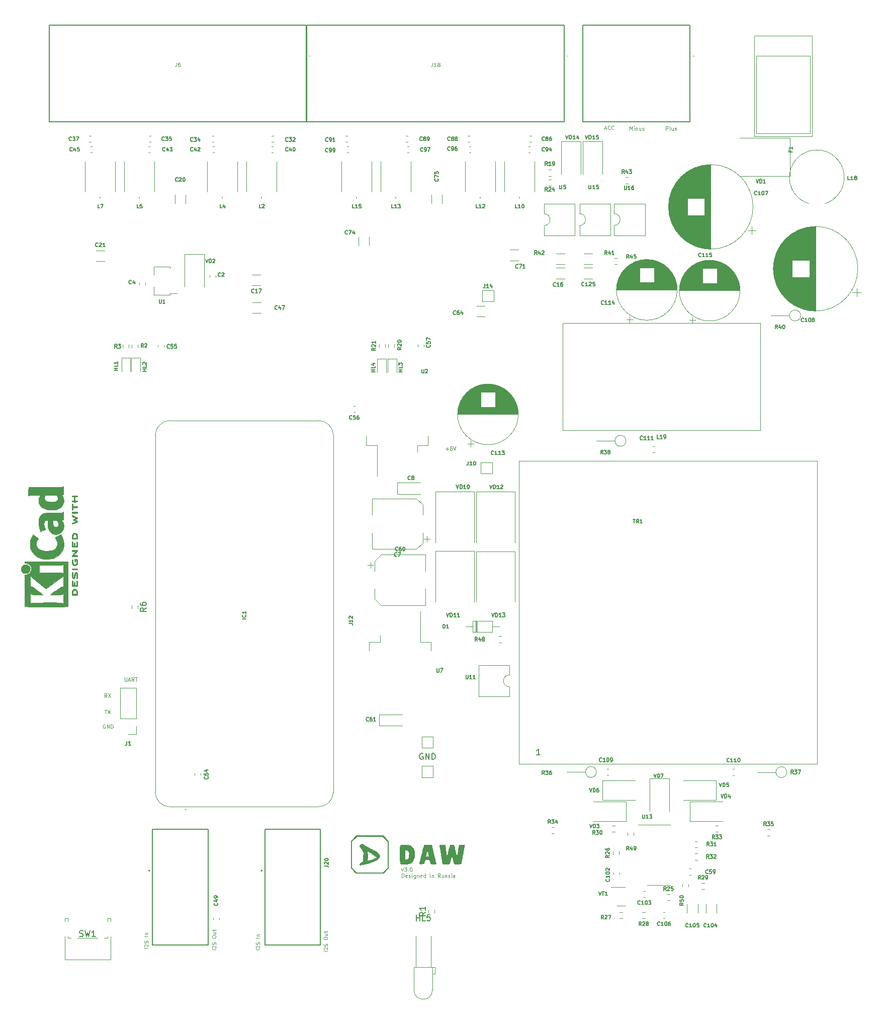
<source format=gbr>
%TF.GenerationSoftware,KiCad,Pcbnew,8.0.1-8.0.1-1~ubuntu22.04.1*%
%TF.CreationDate,2024-08-21T15:32:21+07:00*%
%TF.ProjectId,DAW-Pro4,4441572d-5072-46f3-942e-6b696361645f,rev?*%
%TF.SameCoordinates,Original*%
%TF.FileFunction,Legend,Top*%
%TF.FilePolarity,Positive*%
%FSLAX46Y46*%
G04 Gerber Fmt 4.6, Leading zero omitted, Abs format (unit mm)*
G04 Created by KiCad (PCBNEW 8.0.1-8.0.1-1~ubuntu22.04.1) date 2024-08-21 15:32:21*
%MOMM*%
%LPD*%
G01*
G04 APERTURE LIST*
%ADD10C,0.120000*%
%ADD11C,0.150000*%
%ADD12C,0.158750*%
%ADD13C,0.100000*%
%ADD14C,0.127000*%
%ADD15C,0.200000*%
%ADD16C,0.000000*%
%ADD17C,0.010000*%
G04 APERTURE END LIST*
D10*
X108688137Y-15029048D02*
X108688137Y-14394048D01*
X108688137Y-14394048D02*
X108899804Y-14847619D01*
X108899804Y-14847619D02*
X109111470Y-14394048D01*
X109111470Y-14394048D02*
X109111470Y-15029048D01*
X109413851Y-15029048D02*
X109413851Y-14605714D01*
X109413851Y-14394048D02*
X109383613Y-14424286D01*
X109383613Y-14424286D02*
X109413851Y-14454524D01*
X109413851Y-14454524D02*
X109444089Y-14424286D01*
X109444089Y-14424286D02*
X109413851Y-14394048D01*
X109413851Y-14394048D02*
X109413851Y-14454524D01*
X109716232Y-14605714D02*
X109716232Y-15029048D01*
X109716232Y-14666190D02*
X109746470Y-14635952D01*
X109746470Y-14635952D02*
X109806946Y-14605714D01*
X109806946Y-14605714D02*
X109897661Y-14605714D01*
X109897661Y-14605714D02*
X109958137Y-14635952D01*
X109958137Y-14635952D02*
X109988375Y-14696429D01*
X109988375Y-14696429D02*
X109988375Y-15029048D01*
X110562899Y-14605714D02*
X110562899Y-15029048D01*
X110290756Y-14605714D02*
X110290756Y-14938333D01*
X110290756Y-14938333D02*
X110320994Y-14998810D01*
X110320994Y-14998810D02*
X110381470Y-15029048D01*
X110381470Y-15029048D02*
X110472185Y-15029048D01*
X110472185Y-15029048D02*
X110532661Y-14998810D01*
X110532661Y-14998810D02*
X110562899Y-14968571D01*
X110835042Y-14998810D02*
X110895518Y-15029048D01*
X110895518Y-15029048D02*
X111016470Y-15029048D01*
X111016470Y-15029048D02*
X111076947Y-14998810D01*
X111076947Y-14998810D02*
X111107185Y-14938333D01*
X111107185Y-14938333D02*
X111107185Y-14908095D01*
X111107185Y-14908095D02*
X111076947Y-14847619D01*
X111076947Y-14847619D02*
X111016470Y-14817381D01*
X111016470Y-14817381D02*
X110925756Y-14817381D01*
X110925756Y-14817381D02*
X110865280Y-14787143D01*
X110865280Y-14787143D02*
X110835042Y-14726667D01*
X110835042Y-14726667D02*
X110835042Y-14696429D01*
X110835042Y-14696429D02*
X110865280Y-14635952D01*
X110865280Y-14635952D02*
X110925756Y-14605714D01*
X110925756Y-14605714D02*
X111016470Y-14605714D01*
X111016470Y-14605714D02*
X111076947Y-14635952D01*
X114784137Y-15029048D02*
X114784137Y-14394048D01*
X114784137Y-14394048D02*
X115026042Y-14394048D01*
X115026042Y-14394048D02*
X115086518Y-14424286D01*
X115086518Y-14424286D02*
X115116756Y-14454524D01*
X115116756Y-14454524D02*
X115146994Y-14515000D01*
X115146994Y-14515000D02*
X115146994Y-14605714D01*
X115146994Y-14605714D02*
X115116756Y-14666190D01*
X115116756Y-14666190D02*
X115086518Y-14696429D01*
X115086518Y-14696429D02*
X115026042Y-14726667D01*
X115026042Y-14726667D02*
X114784137Y-14726667D01*
X115509851Y-15029048D02*
X115449375Y-14998810D01*
X115449375Y-14998810D02*
X115419137Y-14938333D01*
X115419137Y-14938333D02*
X115419137Y-14394048D01*
X116023899Y-14605714D02*
X116023899Y-15029048D01*
X115751756Y-14605714D02*
X115751756Y-14938333D01*
X115751756Y-14938333D02*
X115781994Y-14998810D01*
X115781994Y-14998810D02*
X115842470Y-15029048D01*
X115842470Y-15029048D02*
X115933185Y-15029048D01*
X115933185Y-15029048D02*
X115993661Y-14998810D01*
X115993661Y-14998810D02*
X116023899Y-14968571D01*
X116296042Y-14998810D02*
X116356518Y-15029048D01*
X116356518Y-15029048D02*
X116477470Y-15029048D01*
X116477470Y-15029048D02*
X116537947Y-14998810D01*
X116537947Y-14998810D02*
X116568185Y-14938333D01*
X116568185Y-14938333D02*
X116568185Y-14908095D01*
X116568185Y-14908095D02*
X116537947Y-14847619D01*
X116537947Y-14847619D02*
X116477470Y-14817381D01*
X116477470Y-14817381D02*
X116386756Y-14817381D01*
X116386756Y-14817381D02*
X116326280Y-14787143D01*
X116326280Y-14787143D02*
X116296042Y-14726667D01*
X116296042Y-14726667D02*
X116296042Y-14696429D01*
X116296042Y-14696429D02*
X116326280Y-14635952D01*
X116326280Y-14635952D02*
X116386756Y-14605714D01*
X116386756Y-14605714D02*
X116477470Y-14605714D01*
X116477470Y-14605714D02*
X116537947Y-14635952D01*
D11*
X73885588Y-119948438D02*
X73790350Y-119900819D01*
X73790350Y-119900819D02*
X73647493Y-119900819D01*
X73647493Y-119900819D02*
X73504636Y-119948438D01*
X73504636Y-119948438D02*
X73409398Y-120043676D01*
X73409398Y-120043676D02*
X73361779Y-120138914D01*
X73361779Y-120138914D02*
X73314160Y-120329390D01*
X73314160Y-120329390D02*
X73314160Y-120472247D01*
X73314160Y-120472247D02*
X73361779Y-120662723D01*
X73361779Y-120662723D02*
X73409398Y-120757961D01*
X73409398Y-120757961D02*
X73504636Y-120853200D01*
X73504636Y-120853200D02*
X73647493Y-120900819D01*
X73647493Y-120900819D02*
X73742731Y-120900819D01*
X73742731Y-120900819D02*
X73885588Y-120853200D01*
X73885588Y-120853200D02*
X73933207Y-120805580D01*
X73933207Y-120805580D02*
X73933207Y-120472247D01*
X73933207Y-120472247D02*
X73742731Y-120472247D01*
X74361779Y-120900819D02*
X74361779Y-119900819D01*
X74361779Y-119900819D02*
X74933207Y-120900819D01*
X74933207Y-120900819D02*
X74933207Y-119900819D01*
X75409398Y-120900819D02*
X75409398Y-119900819D01*
X75409398Y-119900819D02*
X75647493Y-119900819D01*
X75647493Y-119900819D02*
X75790350Y-119948438D01*
X75790350Y-119948438D02*
X75885588Y-120043676D01*
X75885588Y-120043676D02*
X75933207Y-120138914D01*
X75933207Y-120138914D02*
X75980826Y-120329390D01*
X75980826Y-120329390D02*
X75980826Y-120472247D01*
X75980826Y-120472247D02*
X75933207Y-120662723D01*
X75933207Y-120662723D02*
X75885588Y-120757961D01*
X75885588Y-120757961D02*
X75790350Y-120853200D01*
X75790350Y-120853200D02*
X75647493Y-120900819D01*
X75647493Y-120900819D02*
X75409398Y-120900819D01*
D10*
X46398048Y-152931862D02*
X45763048Y-152931862D01*
X45823524Y-152659719D02*
X45793286Y-152629481D01*
X45793286Y-152629481D02*
X45763048Y-152569005D01*
X45763048Y-152569005D02*
X45763048Y-152417814D01*
X45763048Y-152417814D02*
X45793286Y-152357338D01*
X45793286Y-152357338D02*
X45823524Y-152327100D01*
X45823524Y-152327100D02*
X45884000Y-152296862D01*
X45884000Y-152296862D02*
X45944476Y-152296862D01*
X45944476Y-152296862D02*
X46035190Y-152327100D01*
X46035190Y-152327100D02*
X46398048Y-152689957D01*
X46398048Y-152689957D02*
X46398048Y-152296862D01*
X46367810Y-152054957D02*
X46398048Y-151964243D01*
X46398048Y-151964243D02*
X46398048Y-151813052D01*
X46398048Y-151813052D02*
X46367810Y-151752576D01*
X46367810Y-151752576D02*
X46337571Y-151722338D01*
X46337571Y-151722338D02*
X46277095Y-151692100D01*
X46277095Y-151692100D02*
X46216619Y-151692100D01*
X46216619Y-151692100D02*
X46156143Y-151722338D01*
X46156143Y-151722338D02*
X46125905Y-151752576D01*
X46125905Y-151752576D02*
X46095667Y-151813052D01*
X46095667Y-151813052D02*
X46065429Y-151934005D01*
X46065429Y-151934005D02*
X46035190Y-151994481D01*
X46035190Y-151994481D02*
X46004952Y-152024719D01*
X46004952Y-152024719D02*
X45944476Y-152054957D01*
X45944476Y-152054957D02*
X45884000Y-152054957D01*
X45884000Y-152054957D02*
X45823524Y-152024719D01*
X45823524Y-152024719D02*
X45793286Y-151994481D01*
X45793286Y-151994481D02*
X45763048Y-151934005D01*
X45763048Y-151934005D02*
X45763048Y-151782814D01*
X45763048Y-151782814D02*
X45793286Y-151692100D01*
X46398048Y-150936147D02*
X45763048Y-150936147D01*
X45974714Y-150633766D02*
X46398048Y-150633766D01*
X46035190Y-150633766D02*
X46004952Y-150603528D01*
X46004952Y-150603528D02*
X45974714Y-150543052D01*
X45974714Y-150543052D02*
X45974714Y-150452337D01*
X45974714Y-150452337D02*
X46004952Y-150391861D01*
X46004952Y-150391861D02*
X46065429Y-150361623D01*
X46065429Y-150361623D02*
X46398048Y-150361623D01*
X57828048Y-153185862D02*
X57193048Y-153185862D01*
X57253524Y-152913719D02*
X57223286Y-152883481D01*
X57223286Y-152883481D02*
X57193048Y-152823005D01*
X57193048Y-152823005D02*
X57193048Y-152671814D01*
X57193048Y-152671814D02*
X57223286Y-152611338D01*
X57223286Y-152611338D02*
X57253524Y-152581100D01*
X57253524Y-152581100D02*
X57314000Y-152550862D01*
X57314000Y-152550862D02*
X57374476Y-152550862D01*
X57374476Y-152550862D02*
X57465190Y-152581100D01*
X57465190Y-152581100D02*
X57828048Y-152943957D01*
X57828048Y-152943957D02*
X57828048Y-152550862D01*
X57797810Y-152308957D02*
X57828048Y-152218243D01*
X57828048Y-152218243D02*
X57828048Y-152067052D01*
X57828048Y-152067052D02*
X57797810Y-152006576D01*
X57797810Y-152006576D02*
X57767571Y-151976338D01*
X57767571Y-151976338D02*
X57707095Y-151946100D01*
X57707095Y-151946100D02*
X57646619Y-151946100D01*
X57646619Y-151946100D02*
X57586143Y-151976338D01*
X57586143Y-151976338D02*
X57555905Y-152006576D01*
X57555905Y-152006576D02*
X57525667Y-152067052D01*
X57525667Y-152067052D02*
X57495429Y-152188005D01*
X57495429Y-152188005D02*
X57465190Y-152248481D01*
X57465190Y-152248481D02*
X57434952Y-152278719D01*
X57434952Y-152278719D02*
X57374476Y-152308957D01*
X57374476Y-152308957D02*
X57314000Y-152308957D01*
X57314000Y-152308957D02*
X57253524Y-152278719D01*
X57253524Y-152278719D02*
X57223286Y-152248481D01*
X57223286Y-152248481D02*
X57193048Y-152188005D01*
X57193048Y-152188005D02*
X57193048Y-152036814D01*
X57193048Y-152036814D02*
X57223286Y-151946100D01*
X57193048Y-151069195D02*
X57193048Y-150948242D01*
X57193048Y-150948242D02*
X57223286Y-150887766D01*
X57223286Y-150887766D02*
X57283762Y-150827290D01*
X57283762Y-150827290D02*
X57404714Y-150797052D01*
X57404714Y-150797052D02*
X57616381Y-150797052D01*
X57616381Y-150797052D02*
X57737333Y-150827290D01*
X57737333Y-150827290D02*
X57797810Y-150887766D01*
X57797810Y-150887766D02*
X57828048Y-150948242D01*
X57828048Y-150948242D02*
X57828048Y-151069195D01*
X57828048Y-151069195D02*
X57797810Y-151129671D01*
X57797810Y-151129671D02*
X57737333Y-151190147D01*
X57737333Y-151190147D02*
X57616381Y-151220385D01*
X57616381Y-151220385D02*
X57404714Y-151220385D01*
X57404714Y-151220385D02*
X57283762Y-151190147D01*
X57283762Y-151190147D02*
X57223286Y-151129671D01*
X57223286Y-151129671D02*
X57193048Y-151069195D01*
X57404714Y-150252766D02*
X57828048Y-150252766D01*
X57404714Y-150524909D02*
X57737333Y-150524909D01*
X57737333Y-150524909D02*
X57797810Y-150494671D01*
X57797810Y-150494671D02*
X57828048Y-150434195D01*
X57828048Y-150434195D02*
X57828048Y-150343480D01*
X57828048Y-150343480D02*
X57797810Y-150283004D01*
X57797810Y-150283004D02*
X57767571Y-150252766D01*
X57404714Y-150041099D02*
X57404714Y-149799195D01*
X57193048Y-149950385D02*
X57737333Y-149950385D01*
X57737333Y-149950385D02*
X57797810Y-149920147D01*
X57797810Y-149920147D02*
X57828048Y-149859671D01*
X57828048Y-149859671D02*
X57828048Y-149799195D01*
X39032048Y-152931862D02*
X38397048Y-152931862D01*
X38457524Y-152659719D02*
X38427286Y-152629481D01*
X38427286Y-152629481D02*
X38397048Y-152569005D01*
X38397048Y-152569005D02*
X38397048Y-152417814D01*
X38397048Y-152417814D02*
X38427286Y-152357338D01*
X38427286Y-152357338D02*
X38457524Y-152327100D01*
X38457524Y-152327100D02*
X38518000Y-152296862D01*
X38518000Y-152296862D02*
X38578476Y-152296862D01*
X38578476Y-152296862D02*
X38669190Y-152327100D01*
X38669190Y-152327100D02*
X39032048Y-152689957D01*
X39032048Y-152689957D02*
X39032048Y-152296862D01*
X39001810Y-152054957D02*
X39032048Y-151964243D01*
X39032048Y-151964243D02*
X39032048Y-151813052D01*
X39032048Y-151813052D02*
X39001810Y-151752576D01*
X39001810Y-151752576D02*
X38971571Y-151722338D01*
X38971571Y-151722338D02*
X38911095Y-151692100D01*
X38911095Y-151692100D02*
X38850619Y-151692100D01*
X38850619Y-151692100D02*
X38790143Y-151722338D01*
X38790143Y-151722338D02*
X38759905Y-151752576D01*
X38759905Y-151752576D02*
X38729667Y-151813052D01*
X38729667Y-151813052D02*
X38699429Y-151934005D01*
X38699429Y-151934005D02*
X38669190Y-151994481D01*
X38669190Y-151994481D02*
X38638952Y-152024719D01*
X38638952Y-152024719D02*
X38578476Y-152054957D01*
X38578476Y-152054957D02*
X38518000Y-152054957D01*
X38518000Y-152054957D02*
X38457524Y-152024719D01*
X38457524Y-152024719D02*
X38427286Y-151994481D01*
X38427286Y-151994481D02*
X38397048Y-151934005D01*
X38397048Y-151934005D02*
X38397048Y-151782814D01*
X38397048Y-151782814D02*
X38427286Y-151692100D01*
X38397048Y-150815195D02*
X38397048Y-150694242D01*
X38397048Y-150694242D02*
X38427286Y-150633766D01*
X38427286Y-150633766D02*
X38487762Y-150573290D01*
X38487762Y-150573290D02*
X38608714Y-150543052D01*
X38608714Y-150543052D02*
X38820381Y-150543052D01*
X38820381Y-150543052D02*
X38941333Y-150573290D01*
X38941333Y-150573290D02*
X39001810Y-150633766D01*
X39001810Y-150633766D02*
X39032048Y-150694242D01*
X39032048Y-150694242D02*
X39032048Y-150815195D01*
X39032048Y-150815195D02*
X39001810Y-150875671D01*
X39001810Y-150875671D02*
X38941333Y-150936147D01*
X38941333Y-150936147D02*
X38820381Y-150966385D01*
X38820381Y-150966385D02*
X38608714Y-150966385D01*
X38608714Y-150966385D02*
X38487762Y-150936147D01*
X38487762Y-150936147D02*
X38427286Y-150875671D01*
X38427286Y-150875671D02*
X38397048Y-150815195D01*
X38608714Y-149998766D02*
X39032048Y-149998766D01*
X38608714Y-150270909D02*
X38941333Y-150270909D01*
X38941333Y-150270909D02*
X39001810Y-150240671D01*
X39001810Y-150240671D02*
X39032048Y-150180195D01*
X39032048Y-150180195D02*
X39032048Y-150089480D01*
X39032048Y-150089480D02*
X39001810Y-150029004D01*
X39001810Y-150029004D02*
X38971571Y-149998766D01*
X38608714Y-149787099D02*
X38608714Y-149545195D01*
X38397048Y-149696385D02*
X38941333Y-149696385D01*
X38941333Y-149696385D02*
X39001810Y-149666147D01*
X39001810Y-149666147D02*
X39032048Y-149605671D01*
X39032048Y-149605671D02*
X39032048Y-149545195D01*
X27602048Y-152677862D02*
X26967048Y-152677862D01*
X27027524Y-152405719D02*
X26997286Y-152375481D01*
X26997286Y-152375481D02*
X26967048Y-152315005D01*
X26967048Y-152315005D02*
X26967048Y-152163814D01*
X26967048Y-152163814D02*
X26997286Y-152103338D01*
X26997286Y-152103338D02*
X27027524Y-152073100D01*
X27027524Y-152073100D02*
X27088000Y-152042862D01*
X27088000Y-152042862D02*
X27148476Y-152042862D01*
X27148476Y-152042862D02*
X27239190Y-152073100D01*
X27239190Y-152073100D02*
X27602048Y-152435957D01*
X27602048Y-152435957D02*
X27602048Y-152042862D01*
X27571810Y-151800957D02*
X27602048Y-151710243D01*
X27602048Y-151710243D02*
X27602048Y-151559052D01*
X27602048Y-151559052D02*
X27571810Y-151498576D01*
X27571810Y-151498576D02*
X27541571Y-151468338D01*
X27541571Y-151468338D02*
X27481095Y-151438100D01*
X27481095Y-151438100D02*
X27420619Y-151438100D01*
X27420619Y-151438100D02*
X27360143Y-151468338D01*
X27360143Y-151468338D02*
X27329905Y-151498576D01*
X27329905Y-151498576D02*
X27299667Y-151559052D01*
X27299667Y-151559052D02*
X27269429Y-151680005D01*
X27269429Y-151680005D02*
X27239190Y-151740481D01*
X27239190Y-151740481D02*
X27208952Y-151770719D01*
X27208952Y-151770719D02*
X27148476Y-151800957D01*
X27148476Y-151800957D02*
X27088000Y-151800957D01*
X27088000Y-151800957D02*
X27027524Y-151770719D01*
X27027524Y-151770719D02*
X26997286Y-151740481D01*
X26997286Y-151740481D02*
X26967048Y-151680005D01*
X26967048Y-151680005D02*
X26967048Y-151528814D01*
X26967048Y-151528814D02*
X26997286Y-151438100D01*
X27602048Y-150682147D02*
X26967048Y-150682147D01*
X27178714Y-150379766D02*
X27602048Y-150379766D01*
X27239190Y-150379766D02*
X27208952Y-150349528D01*
X27208952Y-150349528D02*
X27178714Y-150289052D01*
X27178714Y-150289052D02*
X27178714Y-150198337D01*
X27178714Y-150198337D02*
X27208952Y-150137861D01*
X27208952Y-150137861D02*
X27269429Y-150107623D01*
X27269429Y-150107623D02*
X27602048Y-150107623D01*
X20374756Y-115084486D02*
X20314280Y-115054248D01*
X20314280Y-115054248D02*
X20223566Y-115054248D01*
X20223566Y-115054248D02*
X20132851Y-115084486D01*
X20132851Y-115084486D02*
X20072375Y-115144962D01*
X20072375Y-115144962D02*
X20042137Y-115205438D01*
X20042137Y-115205438D02*
X20011899Y-115326390D01*
X20011899Y-115326390D02*
X20011899Y-115417105D01*
X20011899Y-115417105D02*
X20042137Y-115538057D01*
X20042137Y-115538057D02*
X20072375Y-115598533D01*
X20072375Y-115598533D02*
X20132851Y-115659010D01*
X20132851Y-115659010D02*
X20223566Y-115689248D01*
X20223566Y-115689248D02*
X20284042Y-115689248D01*
X20284042Y-115689248D02*
X20374756Y-115659010D01*
X20374756Y-115659010D02*
X20404994Y-115628771D01*
X20404994Y-115628771D02*
X20404994Y-115417105D01*
X20404994Y-115417105D02*
X20284042Y-115417105D01*
X20677137Y-115689248D02*
X20677137Y-115054248D01*
X20677137Y-115054248D02*
X21039994Y-115689248D01*
X21039994Y-115689248D02*
X21039994Y-115054248D01*
X21342375Y-115689248D02*
X21342375Y-115054248D01*
X21342375Y-115054248D02*
X21493565Y-115054248D01*
X21493565Y-115054248D02*
X21584280Y-115084486D01*
X21584280Y-115084486D02*
X21644756Y-115144962D01*
X21644756Y-115144962D02*
X21674994Y-115205438D01*
X21674994Y-115205438D02*
X21705232Y-115326390D01*
X21705232Y-115326390D02*
X21705232Y-115417105D01*
X21705232Y-115417105D02*
X21674994Y-115538057D01*
X21674994Y-115538057D02*
X21644756Y-115598533D01*
X21644756Y-115598533D02*
X21584280Y-115659010D01*
X21584280Y-115659010D02*
X21493565Y-115689248D01*
X21493565Y-115689248D02*
X21342375Y-115689248D01*
X77700137Y-68635143D02*
X78183947Y-68635143D01*
X77942042Y-68877048D02*
X77942042Y-68393238D01*
X78758470Y-68242048D02*
X78637517Y-68242048D01*
X78637517Y-68242048D02*
X78577041Y-68272286D01*
X78577041Y-68272286D02*
X78546803Y-68302524D01*
X78546803Y-68302524D02*
X78486327Y-68393238D01*
X78486327Y-68393238D02*
X78456089Y-68514190D01*
X78456089Y-68514190D02*
X78456089Y-68756095D01*
X78456089Y-68756095D02*
X78486327Y-68816571D01*
X78486327Y-68816571D02*
X78516565Y-68846810D01*
X78516565Y-68846810D02*
X78577041Y-68877048D01*
X78577041Y-68877048D02*
X78697994Y-68877048D01*
X78697994Y-68877048D02*
X78758470Y-68846810D01*
X78758470Y-68846810D02*
X78788708Y-68816571D01*
X78788708Y-68816571D02*
X78818946Y-68756095D01*
X78818946Y-68756095D02*
X78818946Y-68604905D01*
X78818946Y-68604905D02*
X78788708Y-68544429D01*
X78788708Y-68544429D02*
X78758470Y-68514190D01*
X78758470Y-68514190D02*
X78697994Y-68483952D01*
X78697994Y-68483952D02*
X78577041Y-68483952D01*
X78577041Y-68483952D02*
X78516565Y-68514190D01*
X78516565Y-68514190D02*
X78486327Y-68544429D01*
X78486327Y-68544429D02*
X78456089Y-68604905D01*
X79000375Y-68242048D02*
X79212041Y-68877048D01*
X79212041Y-68877048D02*
X79423708Y-68242048D01*
X70273661Y-139313400D02*
X70424851Y-139736734D01*
X70424851Y-139736734D02*
X70576042Y-139313400D01*
X70757471Y-139101734D02*
X71150566Y-139101734D01*
X71150566Y-139101734D02*
X70938899Y-139343638D01*
X70938899Y-139343638D02*
X71029614Y-139343638D01*
X71029614Y-139343638D02*
X71090090Y-139373876D01*
X71090090Y-139373876D02*
X71120328Y-139404115D01*
X71120328Y-139404115D02*
X71150566Y-139464591D01*
X71150566Y-139464591D02*
X71150566Y-139615781D01*
X71150566Y-139615781D02*
X71120328Y-139676257D01*
X71120328Y-139676257D02*
X71090090Y-139706496D01*
X71090090Y-139706496D02*
X71029614Y-139736734D01*
X71029614Y-139736734D02*
X70848185Y-139736734D01*
X70848185Y-139736734D02*
X70787709Y-139706496D01*
X70787709Y-139706496D02*
X70757471Y-139676257D01*
X71422709Y-139676257D02*
X71452947Y-139706496D01*
X71452947Y-139706496D02*
X71422709Y-139736734D01*
X71422709Y-139736734D02*
X71392471Y-139706496D01*
X71392471Y-139706496D02*
X71422709Y-139676257D01*
X71422709Y-139676257D02*
X71422709Y-139736734D01*
X71846042Y-139101734D02*
X71906519Y-139101734D01*
X71906519Y-139101734D02*
X71966995Y-139131972D01*
X71966995Y-139131972D02*
X71997233Y-139162210D01*
X71997233Y-139162210D02*
X72027471Y-139222686D01*
X72027471Y-139222686D02*
X72057709Y-139343638D01*
X72057709Y-139343638D02*
X72057709Y-139494829D01*
X72057709Y-139494829D02*
X72027471Y-139615781D01*
X72027471Y-139615781D02*
X71997233Y-139676257D01*
X71997233Y-139676257D02*
X71966995Y-139706496D01*
X71966995Y-139706496D02*
X71906519Y-139736734D01*
X71906519Y-139736734D02*
X71846042Y-139736734D01*
X71846042Y-139736734D02*
X71785566Y-139706496D01*
X71785566Y-139706496D02*
X71755328Y-139676257D01*
X71755328Y-139676257D02*
X71725090Y-139615781D01*
X71725090Y-139615781D02*
X71694852Y-139494829D01*
X71694852Y-139494829D02*
X71694852Y-139343638D01*
X71694852Y-139343638D02*
X71725090Y-139222686D01*
X71725090Y-139222686D02*
X71755328Y-139162210D01*
X71755328Y-139162210D02*
X71785566Y-139131972D01*
X71785566Y-139131972D02*
X71846042Y-139101734D01*
X70334137Y-140759048D02*
X70334137Y-140124048D01*
X70334137Y-140124048D02*
X70485327Y-140124048D01*
X70485327Y-140124048D02*
X70576042Y-140154286D01*
X70576042Y-140154286D02*
X70636518Y-140214762D01*
X70636518Y-140214762D02*
X70666756Y-140275238D01*
X70666756Y-140275238D02*
X70696994Y-140396190D01*
X70696994Y-140396190D02*
X70696994Y-140486905D01*
X70696994Y-140486905D02*
X70666756Y-140607857D01*
X70666756Y-140607857D02*
X70636518Y-140668333D01*
X70636518Y-140668333D02*
X70576042Y-140728810D01*
X70576042Y-140728810D02*
X70485327Y-140759048D01*
X70485327Y-140759048D02*
X70334137Y-140759048D01*
X71211042Y-140728810D02*
X71150566Y-140759048D01*
X71150566Y-140759048D02*
X71029613Y-140759048D01*
X71029613Y-140759048D02*
X70969137Y-140728810D01*
X70969137Y-140728810D02*
X70938899Y-140668333D01*
X70938899Y-140668333D02*
X70938899Y-140426429D01*
X70938899Y-140426429D02*
X70969137Y-140365952D01*
X70969137Y-140365952D02*
X71029613Y-140335714D01*
X71029613Y-140335714D02*
X71150566Y-140335714D01*
X71150566Y-140335714D02*
X71211042Y-140365952D01*
X71211042Y-140365952D02*
X71241280Y-140426429D01*
X71241280Y-140426429D02*
X71241280Y-140486905D01*
X71241280Y-140486905D02*
X70938899Y-140547381D01*
X71483185Y-140728810D02*
X71543661Y-140759048D01*
X71543661Y-140759048D02*
X71664613Y-140759048D01*
X71664613Y-140759048D02*
X71725090Y-140728810D01*
X71725090Y-140728810D02*
X71755328Y-140668333D01*
X71755328Y-140668333D02*
X71755328Y-140638095D01*
X71755328Y-140638095D02*
X71725090Y-140577619D01*
X71725090Y-140577619D02*
X71664613Y-140547381D01*
X71664613Y-140547381D02*
X71573899Y-140547381D01*
X71573899Y-140547381D02*
X71513423Y-140517143D01*
X71513423Y-140517143D02*
X71483185Y-140456667D01*
X71483185Y-140456667D02*
X71483185Y-140426429D01*
X71483185Y-140426429D02*
X71513423Y-140365952D01*
X71513423Y-140365952D02*
X71573899Y-140335714D01*
X71573899Y-140335714D02*
X71664613Y-140335714D01*
X71664613Y-140335714D02*
X71725090Y-140365952D01*
X72027471Y-140759048D02*
X72027471Y-140335714D01*
X72027471Y-140124048D02*
X71997233Y-140154286D01*
X71997233Y-140154286D02*
X72027471Y-140184524D01*
X72027471Y-140184524D02*
X72057709Y-140154286D01*
X72057709Y-140154286D02*
X72027471Y-140124048D01*
X72027471Y-140124048D02*
X72027471Y-140184524D01*
X72601995Y-140335714D02*
X72601995Y-140849762D01*
X72601995Y-140849762D02*
X72571757Y-140910238D01*
X72571757Y-140910238D02*
X72541519Y-140940476D01*
X72541519Y-140940476D02*
X72481042Y-140970714D01*
X72481042Y-140970714D02*
X72390328Y-140970714D01*
X72390328Y-140970714D02*
X72329852Y-140940476D01*
X72601995Y-140728810D02*
X72541519Y-140759048D01*
X72541519Y-140759048D02*
X72420566Y-140759048D01*
X72420566Y-140759048D02*
X72360090Y-140728810D01*
X72360090Y-140728810D02*
X72329852Y-140698571D01*
X72329852Y-140698571D02*
X72299614Y-140638095D01*
X72299614Y-140638095D02*
X72299614Y-140456667D01*
X72299614Y-140456667D02*
X72329852Y-140396190D01*
X72329852Y-140396190D02*
X72360090Y-140365952D01*
X72360090Y-140365952D02*
X72420566Y-140335714D01*
X72420566Y-140335714D02*
X72541519Y-140335714D01*
X72541519Y-140335714D02*
X72601995Y-140365952D01*
X72904376Y-140335714D02*
X72904376Y-140759048D01*
X72904376Y-140396190D02*
X72934614Y-140365952D01*
X72934614Y-140365952D02*
X72995090Y-140335714D01*
X72995090Y-140335714D02*
X73085805Y-140335714D01*
X73085805Y-140335714D02*
X73146281Y-140365952D01*
X73146281Y-140365952D02*
X73176519Y-140426429D01*
X73176519Y-140426429D02*
X73176519Y-140759048D01*
X73720805Y-140728810D02*
X73660329Y-140759048D01*
X73660329Y-140759048D02*
X73539376Y-140759048D01*
X73539376Y-140759048D02*
X73478900Y-140728810D01*
X73478900Y-140728810D02*
X73448662Y-140668333D01*
X73448662Y-140668333D02*
X73448662Y-140426429D01*
X73448662Y-140426429D02*
X73478900Y-140365952D01*
X73478900Y-140365952D02*
X73539376Y-140335714D01*
X73539376Y-140335714D02*
X73660329Y-140335714D01*
X73660329Y-140335714D02*
X73720805Y-140365952D01*
X73720805Y-140365952D02*
X73751043Y-140426429D01*
X73751043Y-140426429D02*
X73751043Y-140486905D01*
X73751043Y-140486905D02*
X73448662Y-140547381D01*
X74295329Y-140759048D02*
X74295329Y-140124048D01*
X74295329Y-140728810D02*
X74234853Y-140759048D01*
X74234853Y-140759048D02*
X74113900Y-140759048D01*
X74113900Y-140759048D02*
X74053424Y-140728810D01*
X74053424Y-140728810D02*
X74023186Y-140698571D01*
X74023186Y-140698571D02*
X73992948Y-140638095D01*
X73992948Y-140638095D02*
X73992948Y-140456667D01*
X73992948Y-140456667D02*
X74023186Y-140396190D01*
X74023186Y-140396190D02*
X74053424Y-140365952D01*
X74053424Y-140365952D02*
X74113900Y-140335714D01*
X74113900Y-140335714D02*
X74234853Y-140335714D01*
X74234853Y-140335714D02*
X74295329Y-140365952D01*
X75081520Y-140759048D02*
X75081520Y-140335714D01*
X75081520Y-140124048D02*
X75051282Y-140154286D01*
X75051282Y-140154286D02*
X75081520Y-140184524D01*
X75081520Y-140184524D02*
X75111758Y-140154286D01*
X75111758Y-140154286D02*
X75081520Y-140124048D01*
X75081520Y-140124048D02*
X75081520Y-140184524D01*
X75383901Y-140335714D02*
X75383901Y-140759048D01*
X75383901Y-140396190D02*
X75414139Y-140365952D01*
X75414139Y-140365952D02*
X75474615Y-140335714D01*
X75474615Y-140335714D02*
X75565330Y-140335714D01*
X75565330Y-140335714D02*
X75625806Y-140365952D01*
X75625806Y-140365952D02*
X75656044Y-140426429D01*
X75656044Y-140426429D02*
X75656044Y-140759048D01*
X76805092Y-140759048D02*
X76593425Y-140456667D01*
X76442235Y-140759048D02*
X76442235Y-140124048D01*
X76442235Y-140124048D02*
X76684140Y-140124048D01*
X76684140Y-140124048D02*
X76744616Y-140154286D01*
X76744616Y-140154286D02*
X76774854Y-140184524D01*
X76774854Y-140184524D02*
X76805092Y-140245000D01*
X76805092Y-140245000D02*
X76805092Y-140335714D01*
X76805092Y-140335714D02*
X76774854Y-140396190D01*
X76774854Y-140396190D02*
X76744616Y-140426429D01*
X76744616Y-140426429D02*
X76684140Y-140456667D01*
X76684140Y-140456667D02*
X76442235Y-140456667D01*
X77349378Y-140335714D02*
X77349378Y-140759048D01*
X77077235Y-140335714D02*
X77077235Y-140668333D01*
X77077235Y-140668333D02*
X77107473Y-140728810D01*
X77107473Y-140728810D02*
X77167949Y-140759048D01*
X77167949Y-140759048D02*
X77258664Y-140759048D01*
X77258664Y-140759048D02*
X77319140Y-140728810D01*
X77319140Y-140728810D02*
X77349378Y-140698571D01*
X77621521Y-140728810D02*
X77681997Y-140759048D01*
X77681997Y-140759048D02*
X77802949Y-140759048D01*
X77802949Y-140759048D02*
X77863426Y-140728810D01*
X77863426Y-140728810D02*
X77893664Y-140668333D01*
X77893664Y-140668333D02*
X77893664Y-140638095D01*
X77893664Y-140638095D02*
X77863426Y-140577619D01*
X77863426Y-140577619D02*
X77802949Y-140547381D01*
X77802949Y-140547381D02*
X77712235Y-140547381D01*
X77712235Y-140547381D02*
X77651759Y-140517143D01*
X77651759Y-140517143D02*
X77621521Y-140456667D01*
X77621521Y-140456667D02*
X77621521Y-140426429D01*
X77621521Y-140426429D02*
X77651759Y-140365952D01*
X77651759Y-140365952D02*
X77712235Y-140335714D01*
X77712235Y-140335714D02*
X77802949Y-140335714D01*
X77802949Y-140335714D02*
X77863426Y-140365952D01*
X78135569Y-140728810D02*
X78196045Y-140759048D01*
X78196045Y-140759048D02*
X78316997Y-140759048D01*
X78316997Y-140759048D02*
X78377474Y-140728810D01*
X78377474Y-140728810D02*
X78407712Y-140668333D01*
X78407712Y-140668333D02*
X78407712Y-140638095D01*
X78407712Y-140638095D02*
X78377474Y-140577619D01*
X78377474Y-140577619D02*
X78316997Y-140547381D01*
X78316997Y-140547381D02*
X78226283Y-140547381D01*
X78226283Y-140547381D02*
X78165807Y-140517143D01*
X78165807Y-140517143D02*
X78135569Y-140456667D01*
X78135569Y-140456667D02*
X78135569Y-140426429D01*
X78135569Y-140426429D02*
X78165807Y-140365952D01*
X78165807Y-140365952D02*
X78226283Y-140335714D01*
X78226283Y-140335714D02*
X78316997Y-140335714D01*
X78316997Y-140335714D02*
X78377474Y-140365952D01*
X78679855Y-140759048D02*
X78679855Y-140335714D01*
X78679855Y-140124048D02*
X78649617Y-140154286D01*
X78649617Y-140154286D02*
X78679855Y-140184524D01*
X78679855Y-140184524D02*
X78710093Y-140154286D01*
X78710093Y-140154286D02*
X78679855Y-140124048D01*
X78679855Y-140124048D02*
X78679855Y-140184524D01*
X79254379Y-140759048D02*
X79254379Y-140426429D01*
X79254379Y-140426429D02*
X79224141Y-140365952D01*
X79224141Y-140365952D02*
X79163665Y-140335714D01*
X79163665Y-140335714D02*
X79042712Y-140335714D01*
X79042712Y-140335714D02*
X78982236Y-140365952D01*
X79254379Y-140728810D02*
X79193903Y-140759048D01*
X79193903Y-140759048D02*
X79042712Y-140759048D01*
X79042712Y-140759048D02*
X78982236Y-140728810D01*
X78982236Y-140728810D02*
X78951998Y-140668333D01*
X78951998Y-140668333D02*
X78951998Y-140607857D01*
X78951998Y-140607857D02*
X78982236Y-140547381D01*
X78982236Y-140547381D02*
X79042712Y-140517143D01*
X79042712Y-140517143D02*
X79193903Y-140517143D01*
X79193903Y-140517143D02*
X79254379Y-140486905D01*
X23648937Y-107129448D02*
X23648937Y-107643495D01*
X23648937Y-107643495D02*
X23679175Y-107703971D01*
X23679175Y-107703971D02*
X23709413Y-107734210D01*
X23709413Y-107734210D02*
X23769889Y-107764448D01*
X23769889Y-107764448D02*
X23890842Y-107764448D01*
X23890842Y-107764448D02*
X23951318Y-107734210D01*
X23951318Y-107734210D02*
X23981556Y-107703971D01*
X23981556Y-107703971D02*
X24011794Y-107643495D01*
X24011794Y-107643495D02*
X24011794Y-107129448D01*
X24283937Y-107583019D02*
X24586318Y-107583019D01*
X24223461Y-107764448D02*
X24435127Y-107129448D01*
X24435127Y-107129448D02*
X24646794Y-107764448D01*
X25221318Y-107764448D02*
X25009651Y-107462067D01*
X24858461Y-107764448D02*
X24858461Y-107129448D01*
X24858461Y-107129448D02*
X25100366Y-107129448D01*
X25100366Y-107129448D02*
X25160842Y-107159686D01*
X25160842Y-107159686D02*
X25191080Y-107189924D01*
X25191080Y-107189924D02*
X25221318Y-107250400D01*
X25221318Y-107250400D02*
X25221318Y-107341114D01*
X25221318Y-107341114D02*
X25191080Y-107401590D01*
X25191080Y-107401590D02*
X25160842Y-107431829D01*
X25160842Y-107431829D02*
X25100366Y-107462067D01*
X25100366Y-107462067D02*
X24858461Y-107462067D01*
X25402747Y-107129448D02*
X25765604Y-107129448D01*
X25584175Y-107764448D02*
X25584175Y-107129448D01*
X104466899Y-14720619D02*
X104769280Y-14720619D01*
X104406423Y-14902048D02*
X104618089Y-14267048D01*
X104618089Y-14267048D02*
X104829756Y-14902048D01*
X105404280Y-14841571D02*
X105374042Y-14871810D01*
X105374042Y-14871810D02*
X105283328Y-14902048D01*
X105283328Y-14902048D02*
X105222852Y-14902048D01*
X105222852Y-14902048D02*
X105132137Y-14871810D01*
X105132137Y-14871810D02*
X105071661Y-14811333D01*
X105071661Y-14811333D02*
X105041423Y-14750857D01*
X105041423Y-14750857D02*
X105011185Y-14629905D01*
X105011185Y-14629905D02*
X105011185Y-14539190D01*
X105011185Y-14539190D02*
X105041423Y-14418238D01*
X105041423Y-14418238D02*
X105071661Y-14357762D01*
X105071661Y-14357762D02*
X105132137Y-14297286D01*
X105132137Y-14297286D02*
X105222852Y-14267048D01*
X105222852Y-14267048D02*
X105283328Y-14267048D01*
X105283328Y-14267048D02*
X105374042Y-14297286D01*
X105374042Y-14297286D02*
X105404280Y-14327524D01*
X106039280Y-14841571D02*
X106009042Y-14871810D01*
X106009042Y-14871810D02*
X105918328Y-14902048D01*
X105918328Y-14902048D02*
X105857852Y-14902048D01*
X105857852Y-14902048D02*
X105767137Y-14871810D01*
X105767137Y-14871810D02*
X105706661Y-14811333D01*
X105706661Y-14811333D02*
X105676423Y-14750857D01*
X105676423Y-14750857D02*
X105646185Y-14629905D01*
X105646185Y-14629905D02*
X105646185Y-14539190D01*
X105646185Y-14539190D02*
X105676423Y-14418238D01*
X105676423Y-14418238D02*
X105706661Y-14357762D01*
X105706661Y-14357762D02*
X105767137Y-14297286D01*
X105767137Y-14297286D02*
X105857852Y-14267048D01*
X105857852Y-14267048D02*
X105918328Y-14267048D01*
X105918328Y-14267048D02*
X106009042Y-14297286D01*
X106009042Y-14297286D02*
X106039280Y-14327524D01*
X20307023Y-112565048D02*
X20669880Y-112565048D01*
X20488451Y-113200048D02*
X20488451Y-112565048D01*
X20821071Y-112565048D02*
X21244404Y-113200048D01*
X21244404Y-112565048D02*
X20821071Y-113200048D01*
X20658994Y-110456848D02*
X20447327Y-110154467D01*
X20296137Y-110456848D02*
X20296137Y-109821848D01*
X20296137Y-109821848D02*
X20538042Y-109821848D01*
X20538042Y-109821848D02*
X20598518Y-109852086D01*
X20598518Y-109852086D02*
X20628756Y-109882324D01*
X20628756Y-109882324D02*
X20658994Y-109942800D01*
X20658994Y-109942800D02*
X20658994Y-110033514D01*
X20658994Y-110033514D02*
X20628756Y-110093990D01*
X20628756Y-110093990D02*
X20598518Y-110124229D01*
X20598518Y-110124229D02*
X20538042Y-110154467D01*
X20538042Y-110154467D02*
X20296137Y-110154467D01*
X20870661Y-109821848D02*
X21293994Y-110456848D01*
X21293994Y-109821848D02*
X20870661Y-110456848D01*
D11*
X94841785Y-25304963D02*
X94630118Y-25002582D01*
X94478928Y-25304963D02*
X94478928Y-24669963D01*
X94478928Y-24669963D02*
X94720833Y-24669963D01*
X94720833Y-24669963D02*
X94781309Y-24700201D01*
X94781309Y-24700201D02*
X94811547Y-24730439D01*
X94811547Y-24730439D02*
X94841785Y-24790915D01*
X94841785Y-24790915D02*
X94841785Y-24881629D01*
X94841785Y-24881629D02*
X94811547Y-24942105D01*
X94811547Y-24942105D02*
X94781309Y-24972344D01*
X94781309Y-24972344D02*
X94720833Y-25002582D01*
X94720833Y-25002582D02*
X94478928Y-25002582D01*
X95083690Y-24730439D02*
X95113928Y-24700201D01*
X95113928Y-24700201D02*
X95174404Y-24669963D01*
X95174404Y-24669963D02*
X95325595Y-24669963D01*
X95325595Y-24669963D02*
X95386071Y-24700201D01*
X95386071Y-24700201D02*
X95416309Y-24730439D01*
X95416309Y-24730439D02*
X95446547Y-24790915D01*
X95446547Y-24790915D02*
X95446547Y-24851391D01*
X95446547Y-24851391D02*
X95416309Y-24942105D01*
X95416309Y-24942105D02*
X95053452Y-25304963D01*
X95053452Y-25304963D02*
X95446547Y-25304963D01*
X95990833Y-24881629D02*
X95990833Y-25304963D01*
X95839642Y-24639725D02*
X95688452Y-25093296D01*
X95688452Y-25093296D02*
X96081547Y-25093296D01*
X135803344Y-18497666D02*
X135803344Y-18709333D01*
X136135963Y-18709333D02*
X135500963Y-18709333D01*
X135500963Y-18709333D02*
X135500963Y-18406952D01*
X136135963Y-17832428D02*
X136135963Y-18195285D01*
X136135963Y-18013857D02*
X135500963Y-18013857D01*
X135500963Y-18013857D02*
X135591677Y-18074333D01*
X135591677Y-18074333D02*
X135652153Y-18134809D01*
X135652153Y-18134809D02*
X135682391Y-18195285D01*
X110846204Y-67078286D02*
X110815966Y-67108525D01*
X110815966Y-67108525D02*
X110725252Y-67138763D01*
X110725252Y-67138763D02*
X110664776Y-67138763D01*
X110664776Y-67138763D02*
X110574061Y-67108525D01*
X110574061Y-67108525D02*
X110513585Y-67048048D01*
X110513585Y-67048048D02*
X110483347Y-66987572D01*
X110483347Y-66987572D02*
X110453109Y-66866620D01*
X110453109Y-66866620D02*
X110453109Y-66775905D01*
X110453109Y-66775905D02*
X110483347Y-66654953D01*
X110483347Y-66654953D02*
X110513585Y-66594477D01*
X110513585Y-66594477D02*
X110574061Y-66534001D01*
X110574061Y-66534001D02*
X110664776Y-66503763D01*
X110664776Y-66503763D02*
X110725252Y-66503763D01*
X110725252Y-66503763D02*
X110815966Y-66534001D01*
X110815966Y-66534001D02*
X110846204Y-66564239D01*
X111450966Y-67138763D02*
X111088109Y-67138763D01*
X111269537Y-67138763D02*
X111269537Y-66503763D01*
X111269537Y-66503763D02*
X111209061Y-66594477D01*
X111209061Y-66594477D02*
X111148585Y-66654953D01*
X111148585Y-66654953D02*
X111088109Y-66685191D01*
X112055728Y-67138763D02*
X111692871Y-67138763D01*
X111874299Y-67138763D02*
X111874299Y-66503763D01*
X111874299Y-66503763D02*
X111813823Y-66594477D01*
X111813823Y-66594477D02*
X111753347Y-66654953D01*
X111753347Y-66654953D02*
X111692871Y-66685191D01*
X112660490Y-67138763D02*
X112297633Y-67138763D01*
X112479061Y-67138763D02*
X112479061Y-66503763D01*
X112479061Y-66503763D02*
X112418585Y-66594477D01*
X112418585Y-66594477D02*
X112358109Y-66654953D01*
X112358109Y-66654953D02*
X112297633Y-66685191D01*
X95349785Y-131697963D02*
X95138118Y-131395582D01*
X94986928Y-131697963D02*
X94986928Y-131062963D01*
X94986928Y-131062963D02*
X95228833Y-131062963D01*
X95228833Y-131062963D02*
X95289309Y-131093201D01*
X95289309Y-131093201D02*
X95319547Y-131123439D01*
X95319547Y-131123439D02*
X95349785Y-131183915D01*
X95349785Y-131183915D02*
X95349785Y-131274629D01*
X95349785Y-131274629D02*
X95319547Y-131335105D01*
X95319547Y-131335105D02*
X95289309Y-131365344D01*
X95289309Y-131365344D02*
X95228833Y-131395582D01*
X95228833Y-131395582D02*
X94986928Y-131395582D01*
X95561452Y-131062963D02*
X95954547Y-131062963D01*
X95954547Y-131062963D02*
X95742880Y-131304867D01*
X95742880Y-131304867D02*
X95833595Y-131304867D01*
X95833595Y-131304867D02*
X95894071Y-131335105D01*
X95894071Y-131335105D02*
X95924309Y-131365344D01*
X95924309Y-131365344D02*
X95954547Y-131425820D01*
X95954547Y-131425820D02*
X95954547Y-131577010D01*
X95954547Y-131577010D02*
X95924309Y-131637486D01*
X95924309Y-131637486D02*
X95894071Y-131667725D01*
X95894071Y-131667725D02*
X95833595Y-131697963D01*
X95833595Y-131697963D02*
X95652166Y-131697963D01*
X95652166Y-131697963D02*
X95591690Y-131667725D01*
X95591690Y-131667725D02*
X95561452Y-131637486D01*
X96498833Y-131274629D02*
X96498833Y-131697963D01*
X96347642Y-131032725D02*
X96196452Y-131486296D01*
X96196452Y-131486296D02*
X96589547Y-131486296D01*
X51153785Y-16862486D02*
X51123547Y-16892725D01*
X51123547Y-16892725D02*
X51032833Y-16922963D01*
X51032833Y-16922963D02*
X50972357Y-16922963D01*
X50972357Y-16922963D02*
X50881642Y-16892725D01*
X50881642Y-16892725D02*
X50821166Y-16832248D01*
X50821166Y-16832248D02*
X50790928Y-16771772D01*
X50790928Y-16771772D02*
X50760690Y-16650820D01*
X50760690Y-16650820D02*
X50760690Y-16560105D01*
X50760690Y-16560105D02*
X50790928Y-16439153D01*
X50790928Y-16439153D02*
X50821166Y-16378677D01*
X50821166Y-16378677D02*
X50881642Y-16318201D01*
X50881642Y-16318201D02*
X50972357Y-16287963D01*
X50972357Y-16287963D02*
X51032833Y-16287963D01*
X51032833Y-16287963D02*
X51123547Y-16318201D01*
X51123547Y-16318201D02*
X51153785Y-16348439D01*
X51365452Y-16287963D02*
X51758547Y-16287963D01*
X51758547Y-16287963D02*
X51546880Y-16529867D01*
X51546880Y-16529867D02*
X51637595Y-16529867D01*
X51637595Y-16529867D02*
X51698071Y-16560105D01*
X51698071Y-16560105D02*
X51728309Y-16590344D01*
X51728309Y-16590344D02*
X51758547Y-16650820D01*
X51758547Y-16650820D02*
X51758547Y-16802010D01*
X51758547Y-16802010D02*
X51728309Y-16862486D01*
X51728309Y-16862486D02*
X51698071Y-16892725D01*
X51698071Y-16892725D02*
X51637595Y-16922963D01*
X51637595Y-16922963D02*
X51456166Y-16922963D01*
X51456166Y-16922963D02*
X51395690Y-16892725D01*
X51395690Y-16892725D02*
X51365452Y-16862486D01*
X52000452Y-16348439D02*
X52030690Y-16318201D01*
X52030690Y-16318201D02*
X52091166Y-16287963D01*
X52091166Y-16287963D02*
X52242357Y-16287963D01*
X52242357Y-16287963D02*
X52302833Y-16318201D01*
X52302833Y-16318201D02*
X52333071Y-16348439D01*
X52333071Y-16348439D02*
X52363309Y-16408915D01*
X52363309Y-16408915D02*
X52363309Y-16469391D01*
X52363309Y-16469391D02*
X52333071Y-16560105D01*
X52333071Y-16560105D02*
X51970214Y-16922963D01*
X51970214Y-16922963D02*
X52363309Y-16922963D01*
X105254486Y-141045595D02*
X105284725Y-141075833D01*
X105284725Y-141075833D02*
X105314963Y-141166547D01*
X105314963Y-141166547D02*
X105314963Y-141227023D01*
X105314963Y-141227023D02*
X105284725Y-141317738D01*
X105284725Y-141317738D02*
X105224248Y-141378214D01*
X105224248Y-141378214D02*
X105163772Y-141408452D01*
X105163772Y-141408452D02*
X105042820Y-141438690D01*
X105042820Y-141438690D02*
X104952105Y-141438690D01*
X104952105Y-141438690D02*
X104831153Y-141408452D01*
X104831153Y-141408452D02*
X104770677Y-141378214D01*
X104770677Y-141378214D02*
X104710201Y-141317738D01*
X104710201Y-141317738D02*
X104679963Y-141227023D01*
X104679963Y-141227023D02*
X104679963Y-141166547D01*
X104679963Y-141166547D02*
X104710201Y-141075833D01*
X104710201Y-141075833D02*
X104740439Y-141045595D01*
X105314963Y-140440833D02*
X105314963Y-140803690D01*
X105314963Y-140622262D02*
X104679963Y-140622262D01*
X104679963Y-140622262D02*
X104770677Y-140682738D01*
X104770677Y-140682738D02*
X104831153Y-140743214D01*
X104831153Y-140743214D02*
X104861391Y-140803690D01*
X104679963Y-140047738D02*
X104679963Y-139987261D01*
X104679963Y-139987261D02*
X104710201Y-139926785D01*
X104710201Y-139926785D02*
X104740439Y-139896547D01*
X104740439Y-139896547D02*
X104800915Y-139866309D01*
X104800915Y-139866309D02*
X104921867Y-139836071D01*
X104921867Y-139836071D02*
X105073058Y-139836071D01*
X105073058Y-139836071D02*
X105194010Y-139866309D01*
X105194010Y-139866309D02*
X105254486Y-139896547D01*
X105254486Y-139896547D02*
X105284725Y-139926785D01*
X105284725Y-139926785D02*
X105314963Y-139987261D01*
X105314963Y-139987261D02*
X105314963Y-140047738D01*
X105314963Y-140047738D02*
X105284725Y-140108214D01*
X105284725Y-140108214D02*
X105254486Y-140138452D01*
X105254486Y-140138452D02*
X105194010Y-140168690D01*
X105194010Y-140168690D02*
X105073058Y-140198928D01*
X105073058Y-140198928D02*
X104921867Y-140198928D01*
X104921867Y-140198928D02*
X104800915Y-140168690D01*
X104800915Y-140168690D02*
X104740439Y-140138452D01*
X104740439Y-140138452D02*
X104710201Y-140108214D01*
X104710201Y-140108214D02*
X104679963Y-140047738D01*
X104740439Y-139594166D02*
X104710201Y-139563928D01*
X104710201Y-139563928D02*
X104679963Y-139503452D01*
X104679963Y-139503452D02*
X104679963Y-139352261D01*
X104679963Y-139352261D02*
X104710201Y-139291785D01*
X104710201Y-139291785D02*
X104740439Y-139261547D01*
X104740439Y-139261547D02*
X104800915Y-139231309D01*
X104800915Y-139231309D02*
X104861391Y-139231309D01*
X104861391Y-139231309D02*
X104952105Y-139261547D01*
X104952105Y-139261547D02*
X105314963Y-139624404D01*
X105314963Y-139624404D02*
X105314963Y-139231309D01*
X61428963Y-98050047D02*
X61882534Y-98050047D01*
X61882534Y-98050047D02*
X61973248Y-98080286D01*
X61973248Y-98080286D02*
X62033725Y-98140762D01*
X62033725Y-98140762D02*
X62063963Y-98231476D01*
X62063963Y-98231476D02*
X62063963Y-98291952D01*
X62063963Y-97415047D02*
X62063963Y-97777904D01*
X62063963Y-97596476D02*
X61428963Y-97596476D01*
X61428963Y-97596476D02*
X61519677Y-97656952D01*
X61519677Y-97656952D02*
X61580153Y-97717428D01*
X61580153Y-97717428D02*
X61610391Y-97777904D01*
X61489439Y-97173142D02*
X61459201Y-97142904D01*
X61459201Y-97142904D02*
X61428963Y-97082428D01*
X61428963Y-97082428D02*
X61428963Y-96931237D01*
X61428963Y-96931237D02*
X61459201Y-96870761D01*
X61459201Y-96870761D02*
X61489439Y-96840523D01*
X61489439Y-96840523D02*
X61549915Y-96810285D01*
X61549915Y-96810285D02*
X61610391Y-96810285D01*
X61610391Y-96810285D02*
X61701105Y-96840523D01*
X61701105Y-96840523D02*
X62063963Y-97203380D01*
X62063963Y-97203380D02*
X62063963Y-96810285D01*
X108557785Y-136175963D02*
X108346118Y-135873582D01*
X108194928Y-136175963D02*
X108194928Y-135540963D01*
X108194928Y-135540963D02*
X108436833Y-135540963D01*
X108436833Y-135540963D02*
X108497309Y-135571201D01*
X108497309Y-135571201D02*
X108527547Y-135601439D01*
X108527547Y-135601439D02*
X108557785Y-135661915D01*
X108557785Y-135661915D02*
X108557785Y-135752629D01*
X108557785Y-135752629D02*
X108527547Y-135813105D01*
X108527547Y-135813105D02*
X108497309Y-135843344D01*
X108497309Y-135843344D02*
X108436833Y-135873582D01*
X108436833Y-135873582D02*
X108194928Y-135873582D01*
X109102071Y-135752629D02*
X109102071Y-136175963D01*
X108950880Y-135510725D02*
X108799690Y-135964296D01*
X108799690Y-135964296D02*
X109192785Y-135964296D01*
X109464928Y-136175963D02*
X109585880Y-136175963D01*
X109585880Y-136175963D02*
X109646357Y-136145725D01*
X109646357Y-136145725D02*
X109676595Y-136115486D01*
X109676595Y-136115486D02*
X109737071Y-136024772D01*
X109737071Y-136024772D02*
X109767309Y-135903820D01*
X109767309Y-135903820D02*
X109767309Y-135661915D01*
X109767309Y-135661915D02*
X109737071Y-135601439D01*
X109737071Y-135601439D02*
X109706833Y-135571201D01*
X109706833Y-135571201D02*
X109646357Y-135540963D01*
X109646357Y-135540963D02*
X109525404Y-135540963D01*
X109525404Y-135540963D02*
X109464928Y-135571201D01*
X109464928Y-135571201D02*
X109434690Y-135601439D01*
X109434690Y-135601439D02*
X109404452Y-135661915D01*
X109404452Y-135661915D02*
X109404452Y-135813105D01*
X109404452Y-135813105D02*
X109434690Y-135873582D01*
X109434690Y-135873582D02*
X109464928Y-135903820D01*
X109464928Y-135903820D02*
X109525404Y-135934058D01*
X109525404Y-135934058D02*
X109646357Y-135934058D01*
X109646357Y-135934058D02*
X109706833Y-135903820D01*
X109706833Y-135903820D02*
X109737071Y-135873582D01*
X109737071Y-135873582D02*
X109767309Y-135813105D01*
X32611785Y-23593486D02*
X32581547Y-23623725D01*
X32581547Y-23623725D02*
X32490833Y-23653963D01*
X32490833Y-23653963D02*
X32430357Y-23653963D01*
X32430357Y-23653963D02*
X32339642Y-23623725D01*
X32339642Y-23623725D02*
X32279166Y-23563248D01*
X32279166Y-23563248D02*
X32248928Y-23502772D01*
X32248928Y-23502772D02*
X32218690Y-23381820D01*
X32218690Y-23381820D02*
X32218690Y-23291105D01*
X32218690Y-23291105D02*
X32248928Y-23170153D01*
X32248928Y-23170153D02*
X32279166Y-23109677D01*
X32279166Y-23109677D02*
X32339642Y-23049201D01*
X32339642Y-23049201D02*
X32430357Y-23018963D01*
X32430357Y-23018963D02*
X32490833Y-23018963D01*
X32490833Y-23018963D02*
X32581547Y-23049201D01*
X32581547Y-23049201D02*
X32611785Y-23079439D01*
X32853690Y-23079439D02*
X32883928Y-23049201D01*
X32883928Y-23049201D02*
X32944404Y-23018963D01*
X32944404Y-23018963D02*
X33095595Y-23018963D01*
X33095595Y-23018963D02*
X33156071Y-23049201D01*
X33156071Y-23049201D02*
X33186309Y-23079439D01*
X33186309Y-23079439D02*
X33216547Y-23139915D01*
X33216547Y-23139915D02*
X33216547Y-23200391D01*
X33216547Y-23200391D02*
X33186309Y-23291105D01*
X33186309Y-23291105D02*
X32823452Y-23653963D01*
X32823452Y-23653963D02*
X33216547Y-23653963D01*
X33609642Y-23018963D02*
X33670119Y-23018963D01*
X33670119Y-23018963D02*
X33730595Y-23049201D01*
X33730595Y-23049201D02*
X33760833Y-23079439D01*
X33760833Y-23079439D02*
X33791071Y-23139915D01*
X33791071Y-23139915D02*
X33821309Y-23260867D01*
X33821309Y-23260867D02*
X33821309Y-23412058D01*
X33821309Y-23412058D02*
X33791071Y-23533010D01*
X33791071Y-23533010D02*
X33760833Y-23593486D01*
X33760833Y-23593486D02*
X33730595Y-23623725D01*
X33730595Y-23623725D02*
X33670119Y-23653963D01*
X33670119Y-23653963D02*
X33609642Y-23653963D01*
X33609642Y-23653963D02*
X33549166Y-23623725D01*
X33549166Y-23623725D02*
X33518928Y-23593486D01*
X33518928Y-23593486D02*
X33488690Y-23533010D01*
X33488690Y-23533010D02*
X33458452Y-23412058D01*
X33458452Y-23412058D02*
X33458452Y-23260867D01*
X33458452Y-23260867D02*
X33488690Y-23139915D01*
X33488690Y-23139915D02*
X33518928Y-23079439D01*
X33518928Y-23079439D02*
X33549166Y-23049201D01*
X33549166Y-23049201D02*
X33609642Y-23018963D01*
D12*
X89761785Y-28145508D02*
X89459404Y-28145508D01*
X89459404Y-28145508D02*
X89459404Y-27510508D01*
X90306071Y-28145508D02*
X89943214Y-28145508D01*
X90124642Y-28145508D02*
X90124642Y-27510508D01*
X90124642Y-27510508D02*
X90064166Y-27601222D01*
X90064166Y-27601222D02*
X90003690Y-27661698D01*
X90003690Y-27661698D02*
X89943214Y-27691936D01*
X90699166Y-27510508D02*
X90759643Y-27510508D01*
X90759643Y-27510508D02*
X90820119Y-27540746D01*
X90820119Y-27540746D02*
X90850357Y-27570984D01*
X90850357Y-27570984D02*
X90880595Y-27631460D01*
X90880595Y-27631460D02*
X90910833Y-27752412D01*
X90910833Y-27752412D02*
X90910833Y-27903603D01*
X90910833Y-27903603D02*
X90880595Y-28024555D01*
X90880595Y-28024555D02*
X90850357Y-28085031D01*
X90850357Y-28085031D02*
X90820119Y-28115270D01*
X90820119Y-28115270D02*
X90759643Y-28145508D01*
X90759643Y-28145508D02*
X90699166Y-28145508D01*
X90699166Y-28145508D02*
X90638690Y-28115270D01*
X90638690Y-28115270D02*
X90608452Y-28085031D01*
X90608452Y-28085031D02*
X90578214Y-28024555D01*
X90578214Y-28024555D02*
X90547976Y-27903603D01*
X90547976Y-27903603D02*
X90547976Y-27752412D01*
X90547976Y-27752412D02*
X90578214Y-27631460D01*
X90578214Y-27631460D02*
X90608452Y-27570984D01*
X90608452Y-27570984D02*
X90638690Y-27540746D01*
X90638690Y-27540746D02*
X90699166Y-27510508D01*
D11*
X107798809Y-24415963D02*
X107798809Y-24930010D01*
X107798809Y-24930010D02*
X107829047Y-24990486D01*
X107829047Y-24990486D02*
X107859285Y-25020725D01*
X107859285Y-25020725D02*
X107919761Y-25050963D01*
X107919761Y-25050963D02*
X108040714Y-25050963D01*
X108040714Y-25050963D02*
X108101190Y-25020725D01*
X108101190Y-25020725D02*
X108131428Y-24990486D01*
X108131428Y-24990486D02*
X108161666Y-24930010D01*
X108161666Y-24930010D02*
X108161666Y-24415963D01*
X108796666Y-25050963D02*
X108433809Y-25050963D01*
X108615237Y-25050963D02*
X108615237Y-24415963D01*
X108615237Y-24415963D02*
X108554761Y-24506677D01*
X108554761Y-24506677D02*
X108494285Y-24567153D01*
X108494285Y-24567153D02*
X108433809Y-24597391D01*
X109340952Y-24415963D02*
X109219999Y-24415963D01*
X109219999Y-24415963D02*
X109159523Y-24446201D01*
X109159523Y-24446201D02*
X109129285Y-24476439D01*
X109129285Y-24476439D02*
X109068809Y-24567153D01*
X109068809Y-24567153D02*
X109038571Y-24688105D01*
X109038571Y-24688105D02*
X109038571Y-24930010D01*
X109038571Y-24930010D02*
X109068809Y-24990486D01*
X109068809Y-24990486D02*
X109099047Y-25020725D01*
X109099047Y-25020725D02*
X109159523Y-25050963D01*
X109159523Y-25050963D02*
X109280476Y-25050963D01*
X109280476Y-25050963D02*
X109340952Y-25020725D01*
X109340952Y-25020725D02*
X109371190Y-24990486D01*
X109371190Y-24990486D02*
X109401428Y-24930010D01*
X109401428Y-24930010D02*
X109401428Y-24778820D01*
X109401428Y-24778820D02*
X109371190Y-24718344D01*
X109371190Y-24718344D02*
X109340952Y-24688105D01*
X109340952Y-24688105D02*
X109280476Y-24657867D01*
X109280476Y-24657867D02*
X109159523Y-24657867D01*
X109159523Y-24657867D02*
X109099047Y-24688105D01*
X109099047Y-24688105D02*
X109068809Y-24718344D01*
X109068809Y-24718344D02*
X109038571Y-24778820D01*
X129978452Y-23308963D02*
X130190118Y-23943963D01*
X130190118Y-23943963D02*
X130401785Y-23308963D01*
X130613452Y-23943963D02*
X130613452Y-23308963D01*
X130613452Y-23308963D02*
X130764642Y-23308963D01*
X130764642Y-23308963D02*
X130855357Y-23339201D01*
X130855357Y-23339201D02*
X130915833Y-23399677D01*
X130915833Y-23399677D02*
X130946071Y-23460153D01*
X130946071Y-23460153D02*
X130976309Y-23581105D01*
X130976309Y-23581105D02*
X130976309Y-23671820D01*
X130976309Y-23671820D02*
X130946071Y-23792772D01*
X130946071Y-23792772D02*
X130915833Y-23853248D01*
X130915833Y-23853248D02*
X130855357Y-23913725D01*
X130855357Y-23913725D02*
X130764642Y-23943963D01*
X130764642Y-23943963D02*
X130613452Y-23943963D01*
X131581071Y-23943963D02*
X131218214Y-23943963D01*
X131399642Y-23943963D02*
X131399642Y-23308963D01*
X131399642Y-23308963D02*
X131339166Y-23399677D01*
X131339166Y-23399677D02*
X131278690Y-23460153D01*
X131278690Y-23460153D02*
X131218214Y-23490391D01*
X113637785Y-66935963D02*
X113335404Y-66935963D01*
X113335404Y-66935963D02*
X113335404Y-66300963D01*
X114182071Y-66935963D02*
X113819214Y-66935963D01*
X114000642Y-66935963D02*
X114000642Y-66300963D01*
X114000642Y-66300963D02*
X113940166Y-66391677D01*
X113940166Y-66391677D02*
X113879690Y-66452153D01*
X113879690Y-66452153D02*
X113819214Y-66482391D01*
X114484452Y-66935963D02*
X114605404Y-66935963D01*
X114605404Y-66935963D02*
X114665881Y-66905725D01*
X114665881Y-66905725D02*
X114696119Y-66875486D01*
X114696119Y-66875486D02*
X114756595Y-66784772D01*
X114756595Y-66784772D02*
X114786833Y-66663820D01*
X114786833Y-66663820D02*
X114786833Y-66421915D01*
X114786833Y-66421915D02*
X114756595Y-66361439D01*
X114756595Y-66361439D02*
X114726357Y-66331201D01*
X114726357Y-66331201D02*
X114665881Y-66300963D01*
X114665881Y-66300963D02*
X114544928Y-66300963D01*
X114544928Y-66300963D02*
X114484452Y-66331201D01*
X114484452Y-66331201D02*
X114454214Y-66361439D01*
X114454214Y-66361439D02*
X114423976Y-66421915D01*
X114423976Y-66421915D02*
X114423976Y-66573105D01*
X114423976Y-66573105D02*
X114454214Y-66633582D01*
X114454214Y-66633582D02*
X114484452Y-66663820D01*
X114484452Y-66663820D02*
X114544928Y-66694058D01*
X114544928Y-66694058D02*
X114665881Y-66694058D01*
X114665881Y-66694058D02*
X114726357Y-66663820D01*
X114726357Y-66663820D02*
X114756595Y-66633582D01*
X114756595Y-66633582D02*
X114786833Y-66573105D01*
X109270190Y-80502463D02*
X109633047Y-80502463D01*
X109451618Y-81137463D02*
X109451618Y-80502463D01*
X110207571Y-81137463D02*
X109995904Y-80835082D01*
X109844714Y-81137463D02*
X109844714Y-80502463D01*
X109844714Y-80502463D02*
X110086619Y-80502463D01*
X110086619Y-80502463D02*
X110147095Y-80532701D01*
X110147095Y-80532701D02*
X110177333Y-80562939D01*
X110177333Y-80562939D02*
X110207571Y-80623415D01*
X110207571Y-80623415D02*
X110207571Y-80714129D01*
X110207571Y-80714129D02*
X110177333Y-80774605D01*
X110177333Y-80774605D02*
X110147095Y-80804844D01*
X110147095Y-80804844D02*
X110086619Y-80835082D01*
X110086619Y-80835082D02*
X109844714Y-80835082D01*
X110812333Y-81137463D02*
X110449476Y-81137463D01*
X110630904Y-81137463D02*
X110630904Y-80502463D01*
X110630904Y-80502463D02*
X110570428Y-80593177D01*
X110570428Y-80593177D02*
X110509952Y-80653653D01*
X110509952Y-80653653D02*
X110449476Y-80683891D01*
X93617214Y-120136319D02*
X93045786Y-120136319D01*
X93331500Y-120136319D02*
X93331500Y-119136319D01*
X93331500Y-119136319D02*
X93236262Y-119279176D01*
X93236262Y-119279176D02*
X93141024Y-119374414D01*
X93141024Y-119374414D02*
X93045786Y-119422033D01*
X133602985Y-48433963D02*
X133391318Y-48131582D01*
X133240128Y-48433963D02*
X133240128Y-47798963D01*
X133240128Y-47798963D02*
X133482033Y-47798963D01*
X133482033Y-47798963D02*
X133542509Y-47829201D01*
X133542509Y-47829201D02*
X133572747Y-47859439D01*
X133572747Y-47859439D02*
X133602985Y-47919915D01*
X133602985Y-47919915D02*
X133602985Y-48010629D01*
X133602985Y-48010629D02*
X133572747Y-48071105D01*
X133572747Y-48071105D02*
X133542509Y-48101344D01*
X133542509Y-48101344D02*
X133482033Y-48131582D01*
X133482033Y-48131582D02*
X133240128Y-48131582D01*
X134147271Y-48010629D02*
X134147271Y-48433963D01*
X133996080Y-47768725D02*
X133844890Y-48222296D01*
X133844890Y-48222296D02*
X134237985Y-48222296D01*
X134600842Y-47798963D02*
X134661319Y-47798963D01*
X134661319Y-47798963D02*
X134721795Y-47829201D01*
X134721795Y-47829201D02*
X134752033Y-47859439D01*
X134752033Y-47859439D02*
X134782271Y-47919915D01*
X134782271Y-47919915D02*
X134812509Y-48040867D01*
X134812509Y-48040867D02*
X134812509Y-48192058D01*
X134812509Y-48192058D02*
X134782271Y-48313010D01*
X134782271Y-48313010D02*
X134752033Y-48373486D01*
X134752033Y-48373486D02*
X134721795Y-48403725D01*
X134721795Y-48403725D02*
X134661319Y-48433963D01*
X134661319Y-48433963D02*
X134600842Y-48433963D01*
X134600842Y-48433963D02*
X134540366Y-48403725D01*
X134540366Y-48403725D02*
X134510128Y-48373486D01*
X134510128Y-48373486D02*
X134479890Y-48313010D01*
X134479890Y-48313010D02*
X134449652Y-48192058D01*
X134449652Y-48192058D02*
X134449652Y-48040867D01*
X134449652Y-48040867D02*
X134479890Y-47919915D01*
X134479890Y-47919915D02*
X134510128Y-47859439D01*
X134510128Y-47859439D02*
X134540366Y-47829201D01*
X134540366Y-47829201D02*
X134600842Y-47798963D01*
X57884785Y-16862486D02*
X57854547Y-16892725D01*
X57854547Y-16892725D02*
X57763833Y-16922963D01*
X57763833Y-16922963D02*
X57703357Y-16922963D01*
X57703357Y-16922963D02*
X57612642Y-16892725D01*
X57612642Y-16892725D02*
X57552166Y-16832248D01*
X57552166Y-16832248D02*
X57521928Y-16771772D01*
X57521928Y-16771772D02*
X57491690Y-16650820D01*
X57491690Y-16650820D02*
X57491690Y-16560105D01*
X57491690Y-16560105D02*
X57521928Y-16439153D01*
X57521928Y-16439153D02*
X57552166Y-16378677D01*
X57552166Y-16378677D02*
X57612642Y-16318201D01*
X57612642Y-16318201D02*
X57703357Y-16287963D01*
X57703357Y-16287963D02*
X57763833Y-16287963D01*
X57763833Y-16287963D02*
X57854547Y-16318201D01*
X57854547Y-16318201D02*
X57884785Y-16348439D01*
X58187166Y-16922963D02*
X58308118Y-16922963D01*
X58308118Y-16922963D02*
X58368595Y-16892725D01*
X58368595Y-16892725D02*
X58398833Y-16862486D01*
X58398833Y-16862486D02*
X58459309Y-16771772D01*
X58459309Y-16771772D02*
X58489547Y-16650820D01*
X58489547Y-16650820D02*
X58489547Y-16408915D01*
X58489547Y-16408915D02*
X58459309Y-16348439D01*
X58459309Y-16348439D02*
X58429071Y-16318201D01*
X58429071Y-16318201D02*
X58368595Y-16287963D01*
X58368595Y-16287963D02*
X58247642Y-16287963D01*
X58247642Y-16287963D02*
X58187166Y-16318201D01*
X58187166Y-16318201D02*
X58156928Y-16348439D01*
X58156928Y-16348439D02*
X58126690Y-16408915D01*
X58126690Y-16408915D02*
X58126690Y-16560105D01*
X58126690Y-16560105D02*
X58156928Y-16620582D01*
X58156928Y-16620582D02*
X58187166Y-16650820D01*
X58187166Y-16650820D02*
X58247642Y-16681058D01*
X58247642Y-16681058D02*
X58368595Y-16681058D01*
X58368595Y-16681058D02*
X58429071Y-16650820D01*
X58429071Y-16650820D02*
X58459309Y-16620582D01*
X58459309Y-16620582D02*
X58489547Y-16560105D01*
X59094309Y-16922963D02*
X58731452Y-16922963D01*
X58912880Y-16922963D02*
X58912880Y-16287963D01*
X58912880Y-16287963D02*
X58852404Y-16378677D01*
X58852404Y-16378677D02*
X58791928Y-16439153D01*
X58791928Y-16439153D02*
X58731452Y-16469391D01*
X94841785Y-20986963D02*
X94630118Y-20684582D01*
X94478928Y-20986963D02*
X94478928Y-20351963D01*
X94478928Y-20351963D02*
X94720833Y-20351963D01*
X94720833Y-20351963D02*
X94781309Y-20382201D01*
X94781309Y-20382201D02*
X94811547Y-20412439D01*
X94811547Y-20412439D02*
X94841785Y-20472915D01*
X94841785Y-20472915D02*
X94841785Y-20563629D01*
X94841785Y-20563629D02*
X94811547Y-20624105D01*
X94811547Y-20624105D02*
X94781309Y-20654344D01*
X94781309Y-20654344D02*
X94720833Y-20684582D01*
X94720833Y-20684582D02*
X94478928Y-20684582D01*
X95446547Y-20986963D02*
X95083690Y-20986963D01*
X95265118Y-20986963D02*
X95265118Y-20351963D01*
X95265118Y-20351963D02*
X95204642Y-20442677D01*
X95204642Y-20442677D02*
X95144166Y-20503153D01*
X95144166Y-20503153D02*
X95083690Y-20533391D01*
X95748928Y-20986963D02*
X95869880Y-20986963D01*
X95869880Y-20986963D02*
X95930357Y-20956725D01*
X95930357Y-20956725D02*
X95960595Y-20926486D01*
X95960595Y-20926486D02*
X96021071Y-20835772D01*
X96021071Y-20835772D02*
X96051309Y-20714820D01*
X96051309Y-20714820D02*
X96051309Y-20472915D01*
X96051309Y-20472915D02*
X96021071Y-20412439D01*
X96021071Y-20412439D02*
X95990833Y-20382201D01*
X95990833Y-20382201D02*
X95930357Y-20351963D01*
X95930357Y-20351963D02*
X95809404Y-20351963D01*
X95809404Y-20351963D02*
X95748928Y-20382201D01*
X95748928Y-20382201D02*
X95718690Y-20412439D01*
X95718690Y-20412439D02*
X95688452Y-20472915D01*
X95688452Y-20472915D02*
X95688452Y-20624105D01*
X95688452Y-20624105D02*
X95718690Y-20684582D01*
X95718690Y-20684582D02*
X95748928Y-20714820D01*
X95748928Y-20714820D02*
X95809404Y-20745058D01*
X95809404Y-20745058D02*
X95930357Y-20745058D01*
X95930357Y-20745058D02*
X95990833Y-20714820D01*
X95990833Y-20714820D02*
X96021071Y-20684582D01*
X96021071Y-20684582D02*
X96051309Y-20624105D01*
X75053886Y-51208214D02*
X75084125Y-51238452D01*
X75084125Y-51238452D02*
X75114363Y-51329166D01*
X75114363Y-51329166D02*
X75114363Y-51389642D01*
X75114363Y-51389642D02*
X75084125Y-51480357D01*
X75084125Y-51480357D02*
X75023648Y-51540833D01*
X75023648Y-51540833D02*
X74963172Y-51571071D01*
X74963172Y-51571071D02*
X74842220Y-51601309D01*
X74842220Y-51601309D02*
X74751505Y-51601309D01*
X74751505Y-51601309D02*
X74630553Y-51571071D01*
X74630553Y-51571071D02*
X74570077Y-51540833D01*
X74570077Y-51540833D02*
X74509601Y-51480357D01*
X74509601Y-51480357D02*
X74479363Y-51389642D01*
X74479363Y-51389642D02*
X74479363Y-51329166D01*
X74479363Y-51329166D02*
X74509601Y-51238452D01*
X74509601Y-51238452D02*
X74539839Y-51208214D01*
X74479363Y-50633690D02*
X74479363Y-50936071D01*
X74479363Y-50936071D02*
X74781744Y-50966309D01*
X74781744Y-50966309D02*
X74751505Y-50936071D01*
X74751505Y-50936071D02*
X74721267Y-50875595D01*
X74721267Y-50875595D02*
X74721267Y-50724404D01*
X74721267Y-50724404D02*
X74751505Y-50663928D01*
X74751505Y-50663928D02*
X74781744Y-50633690D01*
X74781744Y-50633690D02*
X74842220Y-50603452D01*
X74842220Y-50603452D02*
X74993410Y-50603452D01*
X74993410Y-50603452D02*
X75053886Y-50633690D01*
X75053886Y-50633690D02*
X75084125Y-50663928D01*
X75084125Y-50663928D02*
X75114363Y-50724404D01*
X75114363Y-50724404D02*
X75114363Y-50875595D01*
X75114363Y-50875595D02*
X75084125Y-50936071D01*
X75084125Y-50936071D02*
X75053886Y-50966309D01*
X74479363Y-50391785D02*
X74479363Y-49968452D01*
X74479363Y-49968452D02*
X75114363Y-50240595D01*
X22510963Y-55477833D02*
X21875963Y-55477833D01*
X22178344Y-55477833D02*
X22178344Y-55114976D01*
X22510963Y-55114976D02*
X21875963Y-55114976D01*
X22510963Y-54510214D02*
X22510963Y-54812595D01*
X22510963Y-54812595D02*
X21875963Y-54812595D01*
X22510963Y-53965928D02*
X22510963Y-54328785D01*
X22510963Y-54147357D02*
X21875963Y-54147357D01*
X21875963Y-54147357D02*
X21966677Y-54207833D01*
X21966677Y-54207833D02*
X22027153Y-54268309D01*
X22027153Y-54268309D02*
X22057391Y-54328785D01*
D12*
X62329785Y-28145508D02*
X62027404Y-28145508D01*
X62027404Y-28145508D02*
X62027404Y-27510508D01*
X62874071Y-28145508D02*
X62511214Y-28145508D01*
X62692642Y-28145508D02*
X62692642Y-27510508D01*
X62692642Y-27510508D02*
X62632166Y-27601222D01*
X62632166Y-27601222D02*
X62571690Y-27661698D01*
X62571690Y-27661698D02*
X62511214Y-27691936D01*
X63448595Y-27510508D02*
X63146214Y-27510508D01*
X63146214Y-27510508D02*
X63115976Y-27812889D01*
X63115976Y-27812889D02*
X63146214Y-27782650D01*
X63146214Y-27782650D02*
X63206690Y-27752412D01*
X63206690Y-27752412D02*
X63357881Y-27752412D01*
X63357881Y-27752412D02*
X63418357Y-27782650D01*
X63418357Y-27782650D02*
X63448595Y-27812889D01*
X63448595Y-27812889D02*
X63478833Y-27873365D01*
X63478833Y-27873365D02*
X63478833Y-28024555D01*
X63478833Y-28024555D02*
X63448595Y-28085031D01*
X63448595Y-28085031D02*
X63418357Y-28115270D01*
X63418357Y-28115270D02*
X63357881Y-28145508D01*
X63357881Y-28145508D02*
X63206690Y-28145508D01*
X63206690Y-28145508D02*
X63146214Y-28115270D01*
X63146214Y-28115270D02*
X63115976Y-28085031D01*
X40026166Y-28145508D02*
X39723785Y-28145508D01*
X39723785Y-28145508D02*
X39723785Y-27510508D01*
X40509976Y-27722174D02*
X40509976Y-28145508D01*
X40358785Y-27480270D02*
X40207595Y-27933841D01*
X40207595Y-27933841D02*
X40600690Y-27933841D01*
D11*
X105281963Y-137060214D02*
X104979582Y-137271881D01*
X105281963Y-137423071D02*
X104646963Y-137423071D01*
X104646963Y-137423071D02*
X104646963Y-137181166D01*
X104646963Y-137181166D02*
X104677201Y-137120690D01*
X104677201Y-137120690D02*
X104707439Y-137090452D01*
X104707439Y-137090452D02*
X104767915Y-137060214D01*
X104767915Y-137060214D02*
X104858629Y-137060214D01*
X104858629Y-137060214D02*
X104919105Y-137090452D01*
X104919105Y-137090452D02*
X104949344Y-137120690D01*
X104949344Y-137120690D02*
X104979582Y-137181166D01*
X104979582Y-137181166D02*
X104979582Y-137423071D01*
X104707439Y-136818309D02*
X104677201Y-136788071D01*
X104677201Y-136788071D02*
X104646963Y-136727595D01*
X104646963Y-136727595D02*
X104646963Y-136576404D01*
X104646963Y-136576404D02*
X104677201Y-136515928D01*
X104677201Y-136515928D02*
X104707439Y-136485690D01*
X104707439Y-136485690D02*
X104767915Y-136455452D01*
X104767915Y-136455452D02*
X104828391Y-136455452D01*
X104828391Y-136455452D02*
X104919105Y-136485690D01*
X104919105Y-136485690D02*
X105281963Y-136848547D01*
X105281963Y-136848547D02*
X105281963Y-136455452D01*
X104646963Y-135911166D02*
X104646963Y-136032119D01*
X104646963Y-136032119D02*
X104677201Y-136092595D01*
X104677201Y-136092595D02*
X104707439Y-136122833D01*
X104707439Y-136122833D02*
X104798153Y-136183309D01*
X104798153Y-136183309D02*
X104919105Y-136213547D01*
X104919105Y-136213547D02*
X105161010Y-136213547D01*
X105161010Y-136213547D02*
X105221486Y-136183309D01*
X105221486Y-136183309D02*
X105251725Y-136153071D01*
X105251725Y-136153071D02*
X105281963Y-136092595D01*
X105281963Y-136092595D02*
X105281963Y-135971642D01*
X105281963Y-135971642D02*
X105251725Y-135911166D01*
X105251725Y-135911166D02*
X105221486Y-135880928D01*
X105221486Y-135880928D02*
X105161010Y-135850690D01*
X105161010Y-135850690D02*
X105009820Y-135850690D01*
X105009820Y-135850690D02*
X104949344Y-135880928D01*
X104949344Y-135880928D02*
X104919105Y-135911166D01*
X104919105Y-135911166D02*
X104888867Y-135971642D01*
X104888867Y-135971642D02*
X104888867Y-136092595D01*
X104888867Y-136092595D02*
X104919105Y-136153071D01*
X104919105Y-136153071D02*
X104949344Y-136183309D01*
X104949344Y-136183309D02*
X105009820Y-136213547D01*
X101228071Y-15906963D02*
X101439737Y-16541963D01*
X101439737Y-16541963D02*
X101651404Y-15906963D01*
X101863071Y-16541963D02*
X101863071Y-15906963D01*
X101863071Y-15906963D02*
X102014261Y-15906963D01*
X102014261Y-15906963D02*
X102104976Y-15937201D01*
X102104976Y-15937201D02*
X102165452Y-15997677D01*
X102165452Y-15997677D02*
X102195690Y-16058153D01*
X102195690Y-16058153D02*
X102225928Y-16179105D01*
X102225928Y-16179105D02*
X102225928Y-16269820D01*
X102225928Y-16269820D02*
X102195690Y-16390772D01*
X102195690Y-16390772D02*
X102165452Y-16451248D01*
X102165452Y-16451248D02*
X102104976Y-16511725D01*
X102104976Y-16511725D02*
X102014261Y-16541963D01*
X102014261Y-16541963D02*
X101863071Y-16541963D01*
X102830690Y-16541963D02*
X102467833Y-16541963D01*
X102649261Y-16541963D02*
X102649261Y-15906963D01*
X102649261Y-15906963D02*
X102588785Y-15997677D01*
X102588785Y-15997677D02*
X102528309Y-16058153D01*
X102528309Y-16058153D02*
X102467833Y-16088391D01*
X103405214Y-15906963D02*
X103102833Y-15906963D01*
X103102833Y-15906963D02*
X103072595Y-16209344D01*
X103072595Y-16209344D02*
X103102833Y-16179105D01*
X103102833Y-16179105D02*
X103163309Y-16148867D01*
X103163309Y-16148867D02*
X103314500Y-16148867D01*
X103314500Y-16148867D02*
X103374976Y-16179105D01*
X103374976Y-16179105D02*
X103405214Y-16209344D01*
X103405214Y-16209344D02*
X103435452Y-16269820D01*
X103435452Y-16269820D02*
X103435452Y-16421010D01*
X103435452Y-16421010D02*
X103405214Y-16481486D01*
X103405214Y-16481486D02*
X103374976Y-16511725D01*
X103374976Y-16511725D02*
X103314500Y-16541963D01*
X103314500Y-16541963D02*
X103163309Y-16541963D01*
X103163309Y-16541963D02*
X103102833Y-16511725D01*
X103102833Y-16511725D02*
X103072595Y-16481486D01*
X85124471Y-74733363D02*
X85336137Y-75368363D01*
X85336137Y-75368363D02*
X85547804Y-74733363D01*
X85759471Y-75368363D02*
X85759471Y-74733363D01*
X85759471Y-74733363D02*
X85910661Y-74733363D01*
X85910661Y-74733363D02*
X86001376Y-74763601D01*
X86001376Y-74763601D02*
X86061852Y-74824077D01*
X86061852Y-74824077D02*
X86092090Y-74884553D01*
X86092090Y-74884553D02*
X86122328Y-75005505D01*
X86122328Y-75005505D02*
X86122328Y-75096220D01*
X86122328Y-75096220D02*
X86092090Y-75217172D01*
X86092090Y-75217172D02*
X86061852Y-75277648D01*
X86061852Y-75277648D02*
X86001376Y-75338125D01*
X86001376Y-75338125D02*
X85910661Y-75368363D01*
X85910661Y-75368363D02*
X85759471Y-75368363D01*
X86727090Y-75368363D02*
X86364233Y-75368363D01*
X86545661Y-75368363D02*
X86545661Y-74733363D01*
X86545661Y-74733363D02*
X86485185Y-74824077D01*
X86485185Y-74824077D02*
X86424709Y-74884553D01*
X86424709Y-74884553D02*
X86364233Y-74914791D01*
X86968995Y-74793839D02*
X86999233Y-74763601D01*
X86999233Y-74763601D02*
X87059709Y-74733363D01*
X87059709Y-74733363D02*
X87210900Y-74733363D01*
X87210900Y-74733363D02*
X87271376Y-74763601D01*
X87271376Y-74763601D02*
X87301614Y-74793839D01*
X87301614Y-74793839D02*
X87331852Y-74854315D01*
X87331852Y-74854315D02*
X87331852Y-74914791D01*
X87331852Y-74914791D02*
X87301614Y-75005505D01*
X87301614Y-75005505D02*
X86938757Y-75368363D01*
X86938757Y-75368363D02*
X87331852Y-75368363D01*
X65817963Y-55731833D02*
X65182963Y-55731833D01*
X65485344Y-55731833D02*
X65485344Y-55368976D01*
X65817963Y-55368976D02*
X65182963Y-55368976D01*
X65817963Y-54764214D02*
X65817963Y-55066595D01*
X65817963Y-55066595D02*
X65182963Y-55066595D01*
X65394629Y-54280404D02*
X65817963Y-54280404D01*
X65152725Y-54431595D02*
X65606296Y-54582785D01*
X65606296Y-54582785D02*
X65606296Y-54189690D01*
D13*
X32378333Y-3693563D02*
X32378333Y-4147134D01*
X32378333Y-4147134D02*
X32348094Y-4237848D01*
X32348094Y-4237848D02*
X32287618Y-4298325D01*
X32287618Y-4298325D02*
X32196904Y-4328563D01*
X32196904Y-4328563D02*
X32136428Y-4328563D01*
X32952857Y-3693563D02*
X32831904Y-3693563D01*
X32831904Y-3693563D02*
X32771428Y-3723801D01*
X32771428Y-3723801D02*
X32741190Y-3754039D01*
X32741190Y-3754039D02*
X32680714Y-3844753D01*
X32680714Y-3844753D02*
X32650476Y-3965705D01*
X32650476Y-3965705D02*
X32650476Y-4207610D01*
X32650476Y-4207610D02*
X32680714Y-4268086D01*
X32680714Y-4268086D02*
X32710952Y-4298325D01*
X32710952Y-4298325D02*
X32771428Y-4328563D01*
X32771428Y-4328563D02*
X32892381Y-4328563D01*
X32892381Y-4328563D02*
X32952857Y-4298325D01*
X32952857Y-4298325D02*
X32983095Y-4268086D01*
X32983095Y-4268086D02*
X33013333Y-4207610D01*
X33013333Y-4207610D02*
X33013333Y-4056420D01*
X33013333Y-4056420D02*
X32983095Y-3995944D01*
X32983095Y-3995944D02*
X32952857Y-3965705D01*
X32952857Y-3965705D02*
X32892381Y-3935467D01*
X32892381Y-3935467D02*
X32771428Y-3935467D01*
X32771428Y-3935467D02*
X32710952Y-3965705D01*
X32710952Y-3965705D02*
X32680714Y-3995944D01*
X32680714Y-3995944D02*
X32650476Y-4056420D01*
D11*
X112749952Y-123321463D02*
X112961618Y-123956463D01*
X112961618Y-123956463D02*
X113173285Y-123321463D01*
X113384952Y-123956463D02*
X113384952Y-123321463D01*
X113384952Y-123321463D02*
X113536142Y-123321463D01*
X113536142Y-123321463D02*
X113626857Y-123351701D01*
X113626857Y-123351701D02*
X113687333Y-123412177D01*
X113687333Y-123412177D02*
X113717571Y-123472653D01*
X113717571Y-123472653D02*
X113747809Y-123593605D01*
X113747809Y-123593605D02*
X113747809Y-123684320D01*
X113747809Y-123684320D02*
X113717571Y-123805272D01*
X113717571Y-123805272D02*
X113687333Y-123865748D01*
X113687333Y-123865748D02*
X113626857Y-123926225D01*
X113626857Y-123926225D02*
X113536142Y-123956463D01*
X113536142Y-123956463D02*
X113384952Y-123956463D01*
X113959476Y-123321463D02*
X114382809Y-123321463D01*
X114382809Y-123321463D02*
X114110666Y-123956463D01*
X71776166Y-73786486D02*
X71745928Y-73816725D01*
X71745928Y-73816725D02*
X71655214Y-73846963D01*
X71655214Y-73846963D02*
X71594738Y-73846963D01*
X71594738Y-73846963D02*
X71504023Y-73816725D01*
X71504023Y-73816725D02*
X71443547Y-73756248D01*
X71443547Y-73756248D02*
X71413309Y-73695772D01*
X71413309Y-73695772D02*
X71383071Y-73574820D01*
X71383071Y-73574820D02*
X71383071Y-73484105D01*
X71383071Y-73484105D02*
X71413309Y-73363153D01*
X71413309Y-73363153D02*
X71443547Y-73302677D01*
X71443547Y-73302677D02*
X71504023Y-73242201D01*
X71504023Y-73242201D02*
X71594738Y-73211963D01*
X71594738Y-73211963D02*
X71655214Y-73211963D01*
X71655214Y-73211963D02*
X71745928Y-73242201D01*
X71745928Y-73242201D02*
X71776166Y-73272439D01*
X72139023Y-73484105D02*
X72078547Y-73453867D01*
X72078547Y-73453867D02*
X72048309Y-73423629D01*
X72048309Y-73423629D02*
X72018071Y-73363153D01*
X72018071Y-73363153D02*
X72018071Y-73332915D01*
X72018071Y-73332915D02*
X72048309Y-73272439D01*
X72048309Y-73272439D02*
X72078547Y-73242201D01*
X72078547Y-73242201D02*
X72139023Y-73211963D01*
X72139023Y-73211963D02*
X72259976Y-73211963D01*
X72259976Y-73211963D02*
X72320452Y-73242201D01*
X72320452Y-73242201D02*
X72350690Y-73272439D01*
X72350690Y-73272439D02*
X72380928Y-73332915D01*
X72380928Y-73332915D02*
X72380928Y-73363153D01*
X72380928Y-73363153D02*
X72350690Y-73423629D01*
X72350690Y-73423629D02*
X72320452Y-73453867D01*
X72320452Y-73453867D02*
X72259976Y-73484105D01*
X72259976Y-73484105D02*
X72139023Y-73484105D01*
X72139023Y-73484105D02*
X72078547Y-73514344D01*
X72078547Y-73514344D02*
X72048309Y-73544582D01*
X72048309Y-73544582D02*
X72018071Y-73605058D01*
X72018071Y-73605058D02*
X72018071Y-73726010D01*
X72018071Y-73726010D02*
X72048309Y-73786486D01*
X72048309Y-73786486D02*
X72078547Y-73816725D01*
X72078547Y-73816725D02*
X72139023Y-73846963D01*
X72139023Y-73846963D02*
X72259976Y-73846963D01*
X72259976Y-73846963D02*
X72320452Y-73816725D01*
X72320452Y-73816725D02*
X72350690Y-73786486D01*
X72350690Y-73786486D02*
X72380928Y-73726010D01*
X72380928Y-73726010D02*
X72380928Y-73605058D01*
X72380928Y-73605058D02*
X72350690Y-73544582D01*
X72350690Y-73544582D02*
X72320452Y-73514344D01*
X72320452Y-73514344D02*
X72259976Y-73484105D01*
X120701404Y-36293486D02*
X120671166Y-36323725D01*
X120671166Y-36323725D02*
X120580452Y-36353963D01*
X120580452Y-36353963D02*
X120519976Y-36353963D01*
X120519976Y-36353963D02*
X120429261Y-36323725D01*
X120429261Y-36323725D02*
X120368785Y-36263248D01*
X120368785Y-36263248D02*
X120338547Y-36202772D01*
X120338547Y-36202772D02*
X120308309Y-36081820D01*
X120308309Y-36081820D02*
X120308309Y-35991105D01*
X120308309Y-35991105D02*
X120338547Y-35870153D01*
X120338547Y-35870153D02*
X120368785Y-35809677D01*
X120368785Y-35809677D02*
X120429261Y-35749201D01*
X120429261Y-35749201D02*
X120519976Y-35718963D01*
X120519976Y-35718963D02*
X120580452Y-35718963D01*
X120580452Y-35718963D02*
X120671166Y-35749201D01*
X120671166Y-35749201D02*
X120701404Y-35779439D01*
X121306166Y-36353963D02*
X120943309Y-36353963D01*
X121124737Y-36353963D02*
X121124737Y-35718963D01*
X121124737Y-35718963D02*
X121064261Y-35809677D01*
X121064261Y-35809677D02*
X121003785Y-35870153D01*
X121003785Y-35870153D02*
X120943309Y-35900391D01*
X121910928Y-36353963D02*
X121548071Y-36353963D01*
X121729499Y-36353963D02*
X121729499Y-35718963D01*
X121729499Y-35718963D02*
X121669023Y-35809677D01*
X121669023Y-35809677D02*
X121608547Y-35870153D01*
X121608547Y-35870153D02*
X121548071Y-35900391D01*
X122485452Y-35718963D02*
X122183071Y-35718963D01*
X122183071Y-35718963D02*
X122152833Y-36021344D01*
X122152833Y-36021344D02*
X122183071Y-35991105D01*
X122183071Y-35991105D02*
X122243547Y-35960867D01*
X122243547Y-35960867D02*
X122394738Y-35960867D01*
X122394738Y-35960867D02*
X122455214Y-35991105D01*
X122455214Y-35991105D02*
X122485452Y-36021344D01*
X122485452Y-36021344D02*
X122515690Y-36081820D01*
X122515690Y-36081820D02*
X122515690Y-36233010D01*
X122515690Y-36233010D02*
X122485452Y-36293486D01*
X122485452Y-36293486D02*
X122455214Y-36323725D01*
X122455214Y-36323725D02*
X122394738Y-36353963D01*
X122394738Y-36353963D02*
X122243547Y-36353963D01*
X122243547Y-36353963D02*
X122183071Y-36323725D01*
X122183071Y-36323725D02*
X122152833Y-36293486D01*
X122070585Y-135464763D02*
X121858918Y-135162382D01*
X121707728Y-135464763D02*
X121707728Y-134829763D01*
X121707728Y-134829763D02*
X121949633Y-134829763D01*
X121949633Y-134829763D02*
X122010109Y-134860001D01*
X122010109Y-134860001D02*
X122040347Y-134890239D01*
X122040347Y-134890239D02*
X122070585Y-134950715D01*
X122070585Y-134950715D02*
X122070585Y-135041429D01*
X122070585Y-135041429D02*
X122040347Y-135101905D01*
X122040347Y-135101905D02*
X122010109Y-135132144D01*
X122010109Y-135132144D02*
X121949633Y-135162382D01*
X121949633Y-135162382D02*
X121707728Y-135162382D01*
X122282252Y-134829763D02*
X122675347Y-134829763D01*
X122675347Y-134829763D02*
X122463680Y-135071667D01*
X122463680Y-135071667D02*
X122554395Y-135071667D01*
X122554395Y-135071667D02*
X122614871Y-135101905D01*
X122614871Y-135101905D02*
X122645109Y-135132144D01*
X122645109Y-135132144D02*
X122675347Y-135192620D01*
X122675347Y-135192620D02*
X122675347Y-135343810D01*
X122675347Y-135343810D02*
X122645109Y-135404286D01*
X122645109Y-135404286D02*
X122614871Y-135434525D01*
X122614871Y-135434525D02*
X122554395Y-135464763D01*
X122554395Y-135464763D02*
X122372966Y-135464763D01*
X122372966Y-135464763D02*
X122312490Y-135434525D01*
X122312490Y-135434525D02*
X122282252Y-135404286D01*
X123280109Y-135464763D02*
X122917252Y-135464763D01*
X123098680Y-135464763D02*
X123098680Y-134829763D01*
X123098680Y-134829763D02*
X123038204Y-134920477D01*
X123038204Y-134920477D02*
X122977728Y-134980953D01*
X122977728Y-134980953D02*
X122917252Y-135011191D01*
X94333785Y-18513486D02*
X94303547Y-18543725D01*
X94303547Y-18543725D02*
X94212833Y-18573963D01*
X94212833Y-18573963D02*
X94152357Y-18573963D01*
X94152357Y-18573963D02*
X94061642Y-18543725D01*
X94061642Y-18543725D02*
X94001166Y-18483248D01*
X94001166Y-18483248D02*
X93970928Y-18422772D01*
X93970928Y-18422772D02*
X93940690Y-18301820D01*
X93940690Y-18301820D02*
X93940690Y-18211105D01*
X93940690Y-18211105D02*
X93970928Y-18090153D01*
X93970928Y-18090153D02*
X94001166Y-18029677D01*
X94001166Y-18029677D02*
X94061642Y-17969201D01*
X94061642Y-17969201D02*
X94152357Y-17938963D01*
X94152357Y-17938963D02*
X94212833Y-17938963D01*
X94212833Y-17938963D02*
X94303547Y-17969201D01*
X94303547Y-17969201D02*
X94333785Y-17999439D01*
X94636166Y-18573963D02*
X94757118Y-18573963D01*
X94757118Y-18573963D02*
X94817595Y-18543725D01*
X94817595Y-18543725D02*
X94847833Y-18513486D01*
X94847833Y-18513486D02*
X94908309Y-18422772D01*
X94908309Y-18422772D02*
X94938547Y-18301820D01*
X94938547Y-18301820D02*
X94938547Y-18059915D01*
X94938547Y-18059915D02*
X94908309Y-17999439D01*
X94908309Y-17999439D02*
X94878071Y-17969201D01*
X94878071Y-17969201D02*
X94817595Y-17938963D01*
X94817595Y-17938963D02*
X94696642Y-17938963D01*
X94696642Y-17938963D02*
X94636166Y-17969201D01*
X94636166Y-17969201D02*
X94605928Y-17999439D01*
X94605928Y-17999439D02*
X94575690Y-18059915D01*
X94575690Y-18059915D02*
X94575690Y-18211105D01*
X94575690Y-18211105D02*
X94605928Y-18271582D01*
X94605928Y-18271582D02*
X94636166Y-18301820D01*
X94636166Y-18301820D02*
X94696642Y-18332058D01*
X94696642Y-18332058D02*
X94817595Y-18332058D01*
X94817595Y-18332058D02*
X94878071Y-18301820D01*
X94878071Y-18301820D02*
X94908309Y-18271582D01*
X94908309Y-18271582D02*
X94938547Y-18211105D01*
X95482833Y-18150629D02*
X95482833Y-18573963D01*
X95331642Y-17908725D02*
X95180452Y-18362296D01*
X95180452Y-18362296D02*
X95573547Y-18362296D01*
X101911452Y-125761963D02*
X102123118Y-126396963D01*
X102123118Y-126396963D02*
X102334785Y-125761963D01*
X102546452Y-126396963D02*
X102546452Y-125761963D01*
X102546452Y-125761963D02*
X102697642Y-125761963D01*
X102697642Y-125761963D02*
X102788357Y-125792201D01*
X102788357Y-125792201D02*
X102848833Y-125852677D01*
X102848833Y-125852677D02*
X102879071Y-125913153D01*
X102879071Y-125913153D02*
X102909309Y-126034105D01*
X102909309Y-126034105D02*
X102909309Y-126124820D01*
X102909309Y-126124820D02*
X102879071Y-126245772D01*
X102879071Y-126245772D02*
X102848833Y-126306248D01*
X102848833Y-126306248D02*
X102788357Y-126366725D01*
X102788357Y-126366725D02*
X102697642Y-126396963D01*
X102697642Y-126396963D02*
X102546452Y-126396963D01*
X103453595Y-125761963D02*
X103332642Y-125761963D01*
X103332642Y-125761963D02*
X103272166Y-125792201D01*
X103272166Y-125792201D02*
X103241928Y-125822439D01*
X103241928Y-125822439D02*
X103181452Y-125913153D01*
X103181452Y-125913153D02*
X103151214Y-126034105D01*
X103151214Y-126034105D02*
X103151214Y-126276010D01*
X103151214Y-126276010D02*
X103181452Y-126336486D01*
X103181452Y-126336486D02*
X103211690Y-126366725D01*
X103211690Y-126366725D02*
X103272166Y-126396963D01*
X103272166Y-126396963D02*
X103393119Y-126396963D01*
X103393119Y-126396963D02*
X103453595Y-126366725D01*
X103453595Y-126366725D02*
X103483833Y-126336486D01*
X103483833Y-126336486D02*
X103514071Y-126276010D01*
X103514071Y-126276010D02*
X103514071Y-126124820D01*
X103514071Y-126124820D02*
X103483833Y-126064344D01*
X103483833Y-126064344D02*
X103453595Y-126034105D01*
X103453595Y-126034105D02*
X103393119Y-126003867D01*
X103393119Y-126003867D02*
X103272166Y-126003867D01*
X103272166Y-126003867D02*
X103211690Y-126034105D01*
X103211690Y-126034105D02*
X103181452Y-126064344D01*
X103181452Y-126064344D02*
X103151214Y-126124820D01*
X104874785Y-35972963D02*
X104663118Y-35670582D01*
X104511928Y-35972963D02*
X104511928Y-35337963D01*
X104511928Y-35337963D02*
X104753833Y-35337963D01*
X104753833Y-35337963D02*
X104814309Y-35368201D01*
X104814309Y-35368201D02*
X104844547Y-35398439D01*
X104844547Y-35398439D02*
X104874785Y-35458915D01*
X104874785Y-35458915D02*
X104874785Y-35549629D01*
X104874785Y-35549629D02*
X104844547Y-35610105D01*
X104844547Y-35610105D02*
X104814309Y-35640344D01*
X104814309Y-35640344D02*
X104753833Y-35670582D01*
X104753833Y-35670582D02*
X104511928Y-35670582D01*
X105419071Y-35549629D02*
X105419071Y-35972963D01*
X105267880Y-35307725D02*
X105116690Y-35761296D01*
X105116690Y-35761296D02*
X105509785Y-35761296D01*
X106084309Y-35972963D02*
X105721452Y-35972963D01*
X105902880Y-35972963D02*
X105902880Y-35337963D01*
X105902880Y-35337963D02*
X105842404Y-35428677D01*
X105842404Y-35428677D02*
X105781928Y-35489153D01*
X105781928Y-35489153D02*
X105721452Y-35519391D01*
X124052952Y-126750463D02*
X124264618Y-127385463D01*
X124264618Y-127385463D02*
X124476285Y-126750463D01*
X124687952Y-127385463D02*
X124687952Y-126750463D01*
X124687952Y-126750463D02*
X124839142Y-126750463D01*
X124839142Y-126750463D02*
X124929857Y-126780701D01*
X124929857Y-126780701D02*
X124990333Y-126841177D01*
X124990333Y-126841177D02*
X125020571Y-126901653D01*
X125020571Y-126901653D02*
X125050809Y-127022605D01*
X125050809Y-127022605D02*
X125050809Y-127113320D01*
X125050809Y-127113320D02*
X125020571Y-127234272D01*
X125020571Y-127234272D02*
X124990333Y-127294748D01*
X124990333Y-127294748D02*
X124929857Y-127355225D01*
X124929857Y-127355225D02*
X124839142Y-127385463D01*
X124839142Y-127385463D02*
X124687952Y-127385463D01*
X125595095Y-126962129D02*
X125595095Y-127385463D01*
X125443904Y-126720225D02*
X125292714Y-127173796D01*
X125292714Y-127173796D02*
X125685809Y-127173796D01*
X114824285Y-142973463D02*
X114612618Y-142671082D01*
X114461428Y-142973463D02*
X114461428Y-142338463D01*
X114461428Y-142338463D02*
X114703333Y-142338463D01*
X114703333Y-142338463D02*
X114763809Y-142368701D01*
X114763809Y-142368701D02*
X114794047Y-142398939D01*
X114794047Y-142398939D02*
X114824285Y-142459415D01*
X114824285Y-142459415D02*
X114824285Y-142550129D01*
X114824285Y-142550129D02*
X114794047Y-142610605D01*
X114794047Y-142610605D02*
X114763809Y-142640844D01*
X114763809Y-142640844D02*
X114703333Y-142671082D01*
X114703333Y-142671082D02*
X114461428Y-142671082D01*
X115066190Y-142398939D02*
X115096428Y-142368701D01*
X115096428Y-142368701D02*
X115156904Y-142338463D01*
X115156904Y-142338463D02*
X115308095Y-142338463D01*
X115308095Y-142338463D02*
X115368571Y-142368701D01*
X115368571Y-142368701D02*
X115398809Y-142398939D01*
X115398809Y-142398939D02*
X115429047Y-142459415D01*
X115429047Y-142459415D02*
X115429047Y-142519891D01*
X115429047Y-142519891D02*
X115398809Y-142610605D01*
X115398809Y-142610605D02*
X115035952Y-142973463D01*
X115035952Y-142973463D02*
X115429047Y-142973463D01*
X116003571Y-142338463D02*
X115701190Y-142338463D01*
X115701190Y-142338463D02*
X115670952Y-142640844D01*
X115670952Y-142640844D02*
X115701190Y-142610605D01*
X115701190Y-142610605D02*
X115761666Y-142580367D01*
X115761666Y-142580367D02*
X115912857Y-142580367D01*
X115912857Y-142580367D02*
X115973333Y-142610605D01*
X115973333Y-142610605D02*
X116003571Y-142640844D01*
X116003571Y-142640844D02*
X116033809Y-142701320D01*
X116033809Y-142701320D02*
X116033809Y-142852510D01*
X116033809Y-142852510D02*
X116003571Y-142912986D01*
X116003571Y-142912986D02*
X115973333Y-142943225D01*
X115973333Y-142943225D02*
X115912857Y-142973463D01*
X115912857Y-142973463D02*
X115761666Y-142973463D01*
X115761666Y-142973463D02*
X115701190Y-142943225D01*
X115701190Y-142943225D02*
X115670952Y-142912986D01*
D12*
X44100508Y-97266880D02*
X43465508Y-97266880D01*
X44040031Y-96601642D02*
X44070270Y-96631880D01*
X44070270Y-96631880D02*
X44100508Y-96722594D01*
X44100508Y-96722594D02*
X44100508Y-96783070D01*
X44100508Y-96783070D02*
X44070270Y-96873785D01*
X44070270Y-96873785D02*
X44009793Y-96934261D01*
X44009793Y-96934261D02*
X43949317Y-96964499D01*
X43949317Y-96964499D02*
X43828365Y-96994737D01*
X43828365Y-96994737D02*
X43737650Y-96994737D01*
X43737650Y-96994737D02*
X43616698Y-96964499D01*
X43616698Y-96964499D02*
X43556222Y-96934261D01*
X43556222Y-96934261D02*
X43495746Y-96873785D01*
X43495746Y-96873785D02*
X43465508Y-96783070D01*
X43465508Y-96783070D02*
X43465508Y-96722594D01*
X43465508Y-96722594D02*
X43495746Y-96631880D01*
X43495746Y-96631880D02*
X43525984Y-96601642D01*
X44100508Y-95996880D02*
X44100508Y-96359737D01*
X44100508Y-96178309D02*
X43465508Y-96178309D01*
X43465508Y-96178309D02*
X43556222Y-96238785D01*
X43556222Y-96238785D02*
X43616698Y-96299261D01*
X43616698Y-96299261D02*
X43646936Y-96359737D01*
D11*
X14831785Y-18513486D02*
X14801547Y-18543725D01*
X14801547Y-18543725D02*
X14710833Y-18573963D01*
X14710833Y-18573963D02*
X14650357Y-18573963D01*
X14650357Y-18573963D02*
X14559642Y-18543725D01*
X14559642Y-18543725D02*
X14499166Y-18483248D01*
X14499166Y-18483248D02*
X14468928Y-18422772D01*
X14468928Y-18422772D02*
X14438690Y-18301820D01*
X14438690Y-18301820D02*
X14438690Y-18211105D01*
X14438690Y-18211105D02*
X14468928Y-18090153D01*
X14468928Y-18090153D02*
X14499166Y-18029677D01*
X14499166Y-18029677D02*
X14559642Y-17969201D01*
X14559642Y-17969201D02*
X14650357Y-17938963D01*
X14650357Y-17938963D02*
X14710833Y-17938963D01*
X14710833Y-17938963D02*
X14801547Y-17969201D01*
X14801547Y-17969201D02*
X14831785Y-17999439D01*
X15376071Y-18150629D02*
X15376071Y-18573963D01*
X15224880Y-17908725D02*
X15073690Y-18362296D01*
X15073690Y-18362296D02*
X15466785Y-18362296D01*
X16011071Y-17938963D02*
X15708690Y-17938963D01*
X15708690Y-17938963D02*
X15678452Y-18241344D01*
X15678452Y-18241344D02*
X15708690Y-18211105D01*
X15708690Y-18211105D02*
X15769166Y-18180867D01*
X15769166Y-18180867D02*
X15920357Y-18180867D01*
X15920357Y-18180867D02*
X15980833Y-18211105D01*
X15980833Y-18211105D02*
X16011071Y-18241344D01*
X16011071Y-18241344D02*
X16041309Y-18301820D01*
X16041309Y-18301820D02*
X16041309Y-18453010D01*
X16041309Y-18453010D02*
X16011071Y-18513486D01*
X16011071Y-18513486D02*
X15980833Y-18543725D01*
X15980833Y-18543725D02*
X15920357Y-18573963D01*
X15920357Y-18573963D02*
X15769166Y-18573963D01*
X15769166Y-18573963D02*
X15708690Y-18543725D01*
X15708690Y-18543725D02*
X15678452Y-18513486D01*
X83030785Y-100996963D02*
X82819118Y-100694582D01*
X82667928Y-100996963D02*
X82667928Y-100361963D01*
X82667928Y-100361963D02*
X82909833Y-100361963D01*
X82909833Y-100361963D02*
X82970309Y-100392201D01*
X82970309Y-100392201D02*
X83000547Y-100422439D01*
X83000547Y-100422439D02*
X83030785Y-100482915D01*
X83030785Y-100482915D02*
X83030785Y-100573629D01*
X83030785Y-100573629D02*
X83000547Y-100634105D01*
X83000547Y-100634105D02*
X82970309Y-100664344D01*
X82970309Y-100664344D02*
X82909833Y-100694582D01*
X82909833Y-100694582D02*
X82667928Y-100694582D01*
X83575071Y-100573629D02*
X83575071Y-100996963D01*
X83423880Y-100331725D02*
X83272690Y-100785296D01*
X83272690Y-100785296D02*
X83665785Y-100785296D01*
X83998404Y-100634105D02*
X83937928Y-100603867D01*
X83937928Y-100603867D02*
X83907690Y-100573629D01*
X83907690Y-100573629D02*
X83877452Y-100513153D01*
X83877452Y-100513153D02*
X83877452Y-100482915D01*
X83877452Y-100482915D02*
X83907690Y-100422439D01*
X83907690Y-100422439D02*
X83937928Y-100392201D01*
X83937928Y-100392201D02*
X83998404Y-100361963D01*
X83998404Y-100361963D02*
X84119357Y-100361963D01*
X84119357Y-100361963D02*
X84179833Y-100392201D01*
X84179833Y-100392201D02*
X84210071Y-100422439D01*
X84210071Y-100422439D02*
X84240309Y-100482915D01*
X84240309Y-100482915D02*
X84240309Y-100513153D01*
X84240309Y-100513153D02*
X84210071Y-100573629D01*
X84210071Y-100573629D02*
X84179833Y-100603867D01*
X84179833Y-100603867D02*
X84119357Y-100634105D01*
X84119357Y-100634105D02*
X83998404Y-100634105D01*
X83998404Y-100634105D02*
X83937928Y-100664344D01*
X83937928Y-100664344D02*
X83907690Y-100694582D01*
X83907690Y-100694582D02*
X83877452Y-100755058D01*
X83877452Y-100755058D02*
X83877452Y-100876010D01*
X83877452Y-100876010D02*
X83907690Y-100936486D01*
X83907690Y-100936486D02*
X83937928Y-100966725D01*
X83937928Y-100966725D02*
X83998404Y-100996963D01*
X83998404Y-100996963D02*
X84119357Y-100996963D01*
X84119357Y-100996963D02*
X84179833Y-100966725D01*
X84179833Y-100966725D02*
X84210071Y-100936486D01*
X84210071Y-100936486D02*
X84240309Y-100876010D01*
X84240309Y-100876010D02*
X84240309Y-100755058D01*
X84240309Y-100755058D02*
X84210071Y-100694582D01*
X84210071Y-100694582D02*
X84179833Y-100664344D01*
X84179833Y-100664344D02*
X84119357Y-100634105D01*
D12*
X46630166Y-28145508D02*
X46327785Y-28145508D01*
X46327785Y-28145508D02*
X46327785Y-27510508D01*
X46811595Y-27570984D02*
X46841833Y-27540746D01*
X46841833Y-27540746D02*
X46902309Y-27510508D01*
X46902309Y-27510508D02*
X47053500Y-27510508D01*
X47053500Y-27510508D02*
X47113976Y-27540746D01*
X47113976Y-27540746D02*
X47144214Y-27570984D01*
X47144214Y-27570984D02*
X47174452Y-27631460D01*
X47174452Y-27631460D02*
X47174452Y-27691936D01*
X47174452Y-27691936D02*
X47144214Y-27782650D01*
X47144214Y-27782650D02*
X46781357Y-28145508D01*
X46781357Y-28145508D02*
X47174452Y-28145508D01*
D11*
X145768785Y-23399963D02*
X145466404Y-23399963D01*
X145466404Y-23399963D02*
X145466404Y-22764963D01*
X146313071Y-23399963D02*
X145950214Y-23399963D01*
X146131642Y-23399963D02*
X146131642Y-22764963D01*
X146131642Y-22764963D02*
X146071166Y-22855677D01*
X146071166Y-22855677D02*
X146010690Y-22916153D01*
X146010690Y-22916153D02*
X145950214Y-22946391D01*
X146675928Y-23037105D02*
X146615452Y-23006867D01*
X146615452Y-23006867D02*
X146585214Y-22976629D01*
X146585214Y-22976629D02*
X146554976Y-22916153D01*
X146554976Y-22916153D02*
X146554976Y-22885915D01*
X146554976Y-22885915D02*
X146585214Y-22825439D01*
X146585214Y-22825439D02*
X146615452Y-22795201D01*
X146615452Y-22795201D02*
X146675928Y-22764963D01*
X146675928Y-22764963D02*
X146796881Y-22764963D01*
X146796881Y-22764963D02*
X146857357Y-22795201D01*
X146857357Y-22795201D02*
X146887595Y-22825439D01*
X146887595Y-22825439D02*
X146917833Y-22885915D01*
X146917833Y-22885915D02*
X146917833Y-22916153D01*
X146917833Y-22916153D02*
X146887595Y-22976629D01*
X146887595Y-22976629D02*
X146857357Y-23006867D01*
X146857357Y-23006867D02*
X146796881Y-23037105D01*
X146796881Y-23037105D02*
X146675928Y-23037105D01*
X146675928Y-23037105D02*
X146615452Y-23067344D01*
X146615452Y-23067344D02*
X146585214Y-23097582D01*
X146585214Y-23097582D02*
X146554976Y-23158058D01*
X146554976Y-23158058D02*
X146554976Y-23279010D01*
X146554976Y-23279010D02*
X146585214Y-23339486D01*
X146585214Y-23339486D02*
X146615452Y-23369725D01*
X146615452Y-23369725D02*
X146675928Y-23399963D01*
X146675928Y-23399963D02*
X146796881Y-23399963D01*
X146796881Y-23399963D02*
X146857357Y-23369725D01*
X146857357Y-23369725D02*
X146887595Y-23339486D01*
X146887595Y-23339486D02*
X146917833Y-23279010D01*
X146917833Y-23279010D02*
X146917833Y-23158058D01*
X146917833Y-23158058D02*
X146887595Y-23097582D01*
X146887595Y-23097582D02*
X146857357Y-23067344D01*
X146857357Y-23067344D02*
X146796881Y-23037105D01*
X101829809Y-24288963D02*
X101829809Y-24803010D01*
X101829809Y-24803010D02*
X101860047Y-24863486D01*
X101860047Y-24863486D02*
X101890285Y-24893725D01*
X101890285Y-24893725D02*
X101950761Y-24923963D01*
X101950761Y-24923963D02*
X102071714Y-24923963D01*
X102071714Y-24923963D02*
X102132190Y-24893725D01*
X102132190Y-24893725D02*
X102162428Y-24863486D01*
X102162428Y-24863486D02*
X102192666Y-24803010D01*
X102192666Y-24803010D02*
X102192666Y-24288963D01*
X102827666Y-24923963D02*
X102464809Y-24923963D01*
X102646237Y-24923963D02*
X102646237Y-24288963D01*
X102646237Y-24288963D02*
X102585761Y-24379677D01*
X102585761Y-24379677D02*
X102525285Y-24440153D01*
X102525285Y-24440153D02*
X102464809Y-24470391D01*
X103402190Y-24288963D02*
X103099809Y-24288963D01*
X103099809Y-24288963D02*
X103069571Y-24591344D01*
X103069571Y-24591344D02*
X103099809Y-24561105D01*
X103099809Y-24561105D02*
X103160285Y-24530867D01*
X103160285Y-24530867D02*
X103311476Y-24530867D01*
X103311476Y-24530867D02*
X103371952Y-24561105D01*
X103371952Y-24561105D02*
X103402190Y-24591344D01*
X103402190Y-24591344D02*
X103432428Y-24651820D01*
X103432428Y-24651820D02*
X103432428Y-24803010D01*
X103432428Y-24803010D02*
X103402190Y-24863486D01*
X103402190Y-24863486D02*
X103371952Y-24893725D01*
X103371952Y-24893725D02*
X103311476Y-24923963D01*
X103311476Y-24923963D02*
X103160285Y-24923963D01*
X103160285Y-24923963D02*
X103099809Y-24893725D01*
X103099809Y-24893725D02*
X103069571Y-24863486D01*
X45438785Y-42334486D02*
X45408547Y-42364725D01*
X45408547Y-42364725D02*
X45317833Y-42394963D01*
X45317833Y-42394963D02*
X45257357Y-42394963D01*
X45257357Y-42394963D02*
X45166642Y-42364725D01*
X45166642Y-42364725D02*
X45106166Y-42304248D01*
X45106166Y-42304248D02*
X45075928Y-42243772D01*
X45075928Y-42243772D02*
X45045690Y-42122820D01*
X45045690Y-42122820D02*
X45045690Y-42032105D01*
X45045690Y-42032105D02*
X45075928Y-41911153D01*
X45075928Y-41911153D02*
X45106166Y-41850677D01*
X45106166Y-41850677D02*
X45166642Y-41790201D01*
X45166642Y-41790201D02*
X45257357Y-41759963D01*
X45257357Y-41759963D02*
X45317833Y-41759963D01*
X45317833Y-41759963D02*
X45408547Y-41790201D01*
X45408547Y-41790201D02*
X45438785Y-41820439D01*
X46043547Y-42394963D02*
X45680690Y-42394963D01*
X45862118Y-42394963D02*
X45862118Y-41759963D01*
X45862118Y-41759963D02*
X45801642Y-41850677D01*
X45801642Y-41850677D02*
X45741166Y-41911153D01*
X45741166Y-41911153D02*
X45680690Y-41941391D01*
X46255214Y-41759963D02*
X46678547Y-41759963D01*
X46678547Y-41759963D02*
X46406404Y-42394963D01*
X70262963Y-51589214D02*
X69960582Y-51800881D01*
X70262963Y-51952071D02*
X69627963Y-51952071D01*
X69627963Y-51952071D02*
X69627963Y-51710166D01*
X69627963Y-51710166D02*
X69658201Y-51649690D01*
X69658201Y-51649690D02*
X69688439Y-51619452D01*
X69688439Y-51619452D02*
X69748915Y-51589214D01*
X69748915Y-51589214D02*
X69839629Y-51589214D01*
X69839629Y-51589214D02*
X69900105Y-51619452D01*
X69900105Y-51619452D02*
X69930344Y-51649690D01*
X69930344Y-51649690D02*
X69960582Y-51710166D01*
X69960582Y-51710166D02*
X69960582Y-51952071D01*
X69688439Y-51347309D02*
X69658201Y-51317071D01*
X69658201Y-51317071D02*
X69627963Y-51256595D01*
X69627963Y-51256595D02*
X69627963Y-51105404D01*
X69627963Y-51105404D02*
X69658201Y-51044928D01*
X69658201Y-51044928D02*
X69688439Y-51014690D01*
X69688439Y-51014690D02*
X69748915Y-50984452D01*
X69748915Y-50984452D02*
X69809391Y-50984452D01*
X69809391Y-50984452D02*
X69900105Y-51014690D01*
X69900105Y-51014690D02*
X70262963Y-51377547D01*
X70262963Y-51377547D02*
X70262963Y-50984452D01*
X69627963Y-50591357D02*
X69627963Y-50530880D01*
X69627963Y-50530880D02*
X69658201Y-50470404D01*
X69658201Y-50470404D02*
X69688439Y-50440166D01*
X69688439Y-50440166D02*
X69748915Y-50409928D01*
X69748915Y-50409928D02*
X69869867Y-50379690D01*
X69869867Y-50379690D02*
X70021058Y-50379690D01*
X70021058Y-50379690D02*
X70142010Y-50409928D01*
X70142010Y-50409928D02*
X70202486Y-50440166D01*
X70202486Y-50440166D02*
X70232725Y-50470404D01*
X70232725Y-50470404D02*
X70262963Y-50530880D01*
X70262963Y-50530880D02*
X70262963Y-50591357D01*
X70262963Y-50591357D02*
X70232725Y-50651833D01*
X70232725Y-50651833D02*
X70202486Y-50682071D01*
X70202486Y-50682071D02*
X70142010Y-50712309D01*
X70142010Y-50712309D02*
X70021058Y-50742547D01*
X70021058Y-50742547D02*
X69869867Y-50742547D01*
X69869867Y-50742547D02*
X69748915Y-50712309D01*
X69748915Y-50712309D02*
X69688439Y-50682071D01*
X69688439Y-50682071D02*
X69658201Y-50651833D01*
X69658201Y-50651833D02*
X69627963Y-50591357D01*
X69644985Y-85754286D02*
X69614747Y-85784525D01*
X69614747Y-85784525D02*
X69524033Y-85814763D01*
X69524033Y-85814763D02*
X69463557Y-85814763D01*
X69463557Y-85814763D02*
X69372842Y-85784525D01*
X69372842Y-85784525D02*
X69312366Y-85724048D01*
X69312366Y-85724048D02*
X69282128Y-85663572D01*
X69282128Y-85663572D02*
X69251890Y-85542620D01*
X69251890Y-85542620D02*
X69251890Y-85451905D01*
X69251890Y-85451905D02*
X69282128Y-85330953D01*
X69282128Y-85330953D02*
X69312366Y-85270477D01*
X69312366Y-85270477D02*
X69372842Y-85210001D01*
X69372842Y-85210001D02*
X69463557Y-85179763D01*
X69463557Y-85179763D02*
X69524033Y-85179763D01*
X69524033Y-85179763D02*
X69614747Y-85210001D01*
X69614747Y-85210001D02*
X69644985Y-85240239D01*
X70189271Y-85179763D02*
X70068318Y-85179763D01*
X70068318Y-85179763D02*
X70007842Y-85210001D01*
X70007842Y-85210001D02*
X69977604Y-85240239D01*
X69977604Y-85240239D02*
X69917128Y-85330953D01*
X69917128Y-85330953D02*
X69886890Y-85451905D01*
X69886890Y-85451905D02*
X69886890Y-85693810D01*
X69886890Y-85693810D02*
X69917128Y-85754286D01*
X69917128Y-85754286D02*
X69947366Y-85784525D01*
X69947366Y-85784525D02*
X70007842Y-85814763D01*
X70007842Y-85814763D02*
X70128795Y-85814763D01*
X70128795Y-85814763D02*
X70189271Y-85784525D01*
X70189271Y-85784525D02*
X70219509Y-85754286D01*
X70219509Y-85754286D02*
X70249747Y-85693810D01*
X70249747Y-85693810D02*
X70249747Y-85542620D01*
X70249747Y-85542620D02*
X70219509Y-85482144D01*
X70219509Y-85482144D02*
X70189271Y-85451905D01*
X70189271Y-85451905D02*
X70128795Y-85421667D01*
X70128795Y-85421667D02*
X70007842Y-85421667D01*
X70007842Y-85421667D02*
X69947366Y-85451905D01*
X69947366Y-85451905D02*
X69917128Y-85482144D01*
X69917128Y-85482144D02*
X69886890Y-85542620D01*
X70642842Y-85179763D02*
X70703319Y-85179763D01*
X70703319Y-85179763D02*
X70763795Y-85210001D01*
X70763795Y-85210001D02*
X70794033Y-85240239D01*
X70794033Y-85240239D02*
X70824271Y-85300715D01*
X70824271Y-85300715D02*
X70854509Y-85421667D01*
X70854509Y-85421667D02*
X70854509Y-85572858D01*
X70854509Y-85572858D02*
X70824271Y-85693810D01*
X70824271Y-85693810D02*
X70794033Y-85754286D01*
X70794033Y-85754286D02*
X70763795Y-85784525D01*
X70763795Y-85784525D02*
X70703319Y-85814763D01*
X70703319Y-85814763D02*
X70642842Y-85814763D01*
X70642842Y-85814763D02*
X70582366Y-85784525D01*
X70582366Y-85784525D02*
X70552128Y-85754286D01*
X70552128Y-85754286D02*
X70521890Y-85693810D01*
X70521890Y-85693810D02*
X70491652Y-85572858D01*
X70491652Y-85572858D02*
X70491652Y-85421667D01*
X70491652Y-85421667D02*
X70521890Y-85300715D01*
X70521890Y-85300715D02*
X70552128Y-85240239D01*
X70552128Y-85240239D02*
X70582366Y-85210001D01*
X70582366Y-85210001D02*
X70642842Y-85179763D01*
X108557785Y-36607963D02*
X108346118Y-36305582D01*
X108194928Y-36607963D02*
X108194928Y-35972963D01*
X108194928Y-35972963D02*
X108436833Y-35972963D01*
X108436833Y-35972963D02*
X108497309Y-36003201D01*
X108497309Y-36003201D02*
X108527547Y-36033439D01*
X108527547Y-36033439D02*
X108557785Y-36093915D01*
X108557785Y-36093915D02*
X108557785Y-36184629D01*
X108557785Y-36184629D02*
X108527547Y-36245105D01*
X108527547Y-36245105D02*
X108497309Y-36275344D01*
X108497309Y-36275344D02*
X108436833Y-36305582D01*
X108436833Y-36305582D02*
X108194928Y-36305582D01*
X109102071Y-36184629D02*
X109102071Y-36607963D01*
X108950880Y-35942725D02*
X108799690Y-36396296D01*
X108799690Y-36396296D02*
X109192785Y-36396296D01*
X109737071Y-35972963D02*
X109434690Y-35972963D01*
X109434690Y-35972963D02*
X109404452Y-36275344D01*
X109404452Y-36275344D02*
X109434690Y-36245105D01*
X109434690Y-36245105D02*
X109495166Y-36214867D01*
X109495166Y-36214867D02*
X109646357Y-36214867D01*
X109646357Y-36214867D02*
X109706833Y-36245105D01*
X109706833Y-36245105D02*
X109737071Y-36275344D01*
X109737071Y-36275344D02*
X109767309Y-36335820D01*
X109767309Y-36335820D02*
X109767309Y-36487010D01*
X109767309Y-36487010D02*
X109737071Y-36547486D01*
X109737071Y-36547486D02*
X109706833Y-36577725D01*
X109706833Y-36577725D02*
X109646357Y-36607963D01*
X109646357Y-36607963D02*
X109495166Y-36607963D01*
X109495166Y-36607963D02*
X109434690Y-36577725D01*
X109434690Y-36577725D02*
X109404452Y-36547486D01*
X85480071Y-96297963D02*
X85691737Y-96932963D01*
X85691737Y-96932963D02*
X85903404Y-96297963D01*
X86115071Y-96932963D02*
X86115071Y-96297963D01*
X86115071Y-96297963D02*
X86266261Y-96297963D01*
X86266261Y-96297963D02*
X86356976Y-96328201D01*
X86356976Y-96328201D02*
X86417452Y-96388677D01*
X86417452Y-96388677D02*
X86447690Y-96449153D01*
X86447690Y-96449153D02*
X86477928Y-96570105D01*
X86477928Y-96570105D02*
X86477928Y-96660820D01*
X86477928Y-96660820D02*
X86447690Y-96781772D01*
X86447690Y-96781772D02*
X86417452Y-96842248D01*
X86417452Y-96842248D02*
X86356976Y-96902725D01*
X86356976Y-96902725D02*
X86266261Y-96932963D01*
X86266261Y-96932963D02*
X86115071Y-96932963D01*
X87082690Y-96932963D02*
X86719833Y-96932963D01*
X86901261Y-96932963D02*
X86901261Y-96297963D01*
X86901261Y-96297963D02*
X86840785Y-96388677D01*
X86840785Y-96388677D02*
X86780309Y-96449153D01*
X86780309Y-96449153D02*
X86719833Y-96479391D01*
X87294357Y-96297963D02*
X87687452Y-96297963D01*
X87687452Y-96297963D02*
X87475785Y-96539867D01*
X87475785Y-96539867D02*
X87566500Y-96539867D01*
X87566500Y-96539867D02*
X87626976Y-96570105D01*
X87626976Y-96570105D02*
X87657214Y-96600344D01*
X87657214Y-96600344D02*
X87687452Y-96660820D01*
X87687452Y-96660820D02*
X87687452Y-96812010D01*
X87687452Y-96812010D02*
X87657214Y-96872486D01*
X87657214Y-96872486D02*
X87626976Y-96902725D01*
X87626976Y-96902725D02*
X87566500Y-96932963D01*
X87566500Y-96932963D02*
X87385071Y-96932963D01*
X87385071Y-96932963D02*
X87324595Y-96902725D01*
X87324595Y-96902725D02*
X87294357Y-96872486D01*
X51153785Y-18513486D02*
X51123547Y-18543725D01*
X51123547Y-18543725D02*
X51032833Y-18573963D01*
X51032833Y-18573963D02*
X50972357Y-18573963D01*
X50972357Y-18573963D02*
X50881642Y-18543725D01*
X50881642Y-18543725D02*
X50821166Y-18483248D01*
X50821166Y-18483248D02*
X50790928Y-18422772D01*
X50790928Y-18422772D02*
X50760690Y-18301820D01*
X50760690Y-18301820D02*
X50760690Y-18211105D01*
X50760690Y-18211105D02*
X50790928Y-18090153D01*
X50790928Y-18090153D02*
X50821166Y-18029677D01*
X50821166Y-18029677D02*
X50881642Y-17969201D01*
X50881642Y-17969201D02*
X50972357Y-17938963D01*
X50972357Y-17938963D02*
X51032833Y-17938963D01*
X51032833Y-17938963D02*
X51123547Y-17969201D01*
X51123547Y-17969201D02*
X51153785Y-17999439D01*
X51698071Y-18150629D02*
X51698071Y-18573963D01*
X51546880Y-17908725D02*
X51395690Y-18362296D01*
X51395690Y-18362296D02*
X51788785Y-18362296D01*
X52151642Y-17938963D02*
X52212119Y-17938963D01*
X52212119Y-17938963D02*
X52272595Y-17969201D01*
X52272595Y-17969201D02*
X52302833Y-17999439D01*
X52302833Y-17999439D02*
X52333071Y-18059915D01*
X52333071Y-18059915D02*
X52363309Y-18180867D01*
X52363309Y-18180867D02*
X52363309Y-18332058D01*
X52363309Y-18332058D02*
X52333071Y-18453010D01*
X52333071Y-18453010D02*
X52302833Y-18513486D01*
X52302833Y-18513486D02*
X52272595Y-18543725D01*
X52272595Y-18543725D02*
X52212119Y-18573963D01*
X52212119Y-18573963D02*
X52151642Y-18573963D01*
X52151642Y-18573963D02*
X52091166Y-18543725D01*
X52091166Y-18543725D02*
X52060928Y-18513486D01*
X52060928Y-18513486D02*
X52030690Y-18453010D01*
X52030690Y-18453010D02*
X52000452Y-18332058D01*
X52000452Y-18332058D02*
X52000452Y-18180867D01*
X52000452Y-18180867D02*
X52030690Y-18059915D01*
X52030690Y-18059915D02*
X52060928Y-17999439D01*
X52060928Y-17999439D02*
X52091166Y-17969201D01*
X52091166Y-17969201D02*
X52151642Y-17938963D01*
X22373166Y-51720963D02*
X22161499Y-51418582D01*
X22010309Y-51720963D02*
X22010309Y-51085963D01*
X22010309Y-51085963D02*
X22252214Y-51085963D01*
X22252214Y-51085963D02*
X22312690Y-51116201D01*
X22312690Y-51116201D02*
X22342928Y-51146439D01*
X22342928Y-51146439D02*
X22373166Y-51206915D01*
X22373166Y-51206915D02*
X22373166Y-51297629D01*
X22373166Y-51297629D02*
X22342928Y-51358105D01*
X22342928Y-51358105D02*
X22312690Y-51388344D01*
X22312690Y-51388344D02*
X22252214Y-51418582D01*
X22252214Y-51418582D02*
X22010309Y-51418582D01*
X22584833Y-51085963D02*
X22977928Y-51085963D01*
X22977928Y-51085963D02*
X22766261Y-51327867D01*
X22766261Y-51327867D02*
X22856976Y-51327867D01*
X22856976Y-51327867D02*
X22917452Y-51358105D01*
X22917452Y-51358105D02*
X22947690Y-51388344D01*
X22947690Y-51388344D02*
X22977928Y-51448820D01*
X22977928Y-51448820D02*
X22977928Y-51600010D01*
X22977928Y-51600010D02*
X22947690Y-51660486D01*
X22947690Y-51660486D02*
X22917452Y-51690725D01*
X22917452Y-51690725D02*
X22856976Y-51720963D01*
X22856976Y-51720963D02*
X22675547Y-51720963D01*
X22675547Y-51720963D02*
X22615071Y-51690725D01*
X22615071Y-51690725D02*
X22584833Y-51660486D01*
X49360985Y-45132686D02*
X49330747Y-45162925D01*
X49330747Y-45162925D02*
X49240033Y-45193163D01*
X49240033Y-45193163D02*
X49179557Y-45193163D01*
X49179557Y-45193163D02*
X49088842Y-45162925D01*
X49088842Y-45162925D02*
X49028366Y-45102448D01*
X49028366Y-45102448D02*
X48998128Y-45041972D01*
X48998128Y-45041972D02*
X48967890Y-44921020D01*
X48967890Y-44921020D02*
X48967890Y-44830305D01*
X48967890Y-44830305D02*
X48998128Y-44709353D01*
X48998128Y-44709353D02*
X49028366Y-44648877D01*
X49028366Y-44648877D02*
X49088842Y-44588401D01*
X49088842Y-44588401D02*
X49179557Y-44558163D01*
X49179557Y-44558163D02*
X49240033Y-44558163D01*
X49240033Y-44558163D02*
X49330747Y-44588401D01*
X49330747Y-44588401D02*
X49360985Y-44618639D01*
X49905271Y-44769829D02*
X49905271Y-45193163D01*
X49754080Y-44527925D02*
X49602890Y-44981496D01*
X49602890Y-44981496D02*
X49995985Y-44981496D01*
X50177414Y-44558163D02*
X50600747Y-44558163D01*
X50600747Y-44558163D02*
X50328604Y-45193163D01*
X26818166Y-51593963D02*
X26606499Y-51291582D01*
X26455309Y-51593963D02*
X26455309Y-50958963D01*
X26455309Y-50958963D02*
X26697214Y-50958963D01*
X26697214Y-50958963D02*
X26757690Y-50989201D01*
X26757690Y-50989201D02*
X26787928Y-51019439D01*
X26787928Y-51019439D02*
X26818166Y-51079915D01*
X26818166Y-51079915D02*
X26818166Y-51170629D01*
X26818166Y-51170629D02*
X26787928Y-51231105D01*
X26787928Y-51231105D02*
X26757690Y-51261344D01*
X26757690Y-51261344D02*
X26697214Y-51291582D01*
X26697214Y-51291582D02*
X26455309Y-51291582D01*
X27060071Y-51019439D02*
X27090309Y-50989201D01*
X27090309Y-50989201D02*
X27150785Y-50958963D01*
X27150785Y-50958963D02*
X27301976Y-50958963D01*
X27301976Y-50958963D02*
X27362452Y-50989201D01*
X27362452Y-50989201D02*
X27392690Y-51019439D01*
X27392690Y-51019439D02*
X27422928Y-51079915D01*
X27422928Y-51079915D02*
X27422928Y-51140391D01*
X27422928Y-51140391D02*
X27392690Y-51231105D01*
X27392690Y-51231105D02*
X27029833Y-51593963D01*
X27029833Y-51593963D02*
X27422928Y-51593963D01*
X79398585Y-45994486D02*
X79368347Y-46024725D01*
X79368347Y-46024725D02*
X79277633Y-46054963D01*
X79277633Y-46054963D02*
X79217157Y-46054963D01*
X79217157Y-46054963D02*
X79126442Y-46024725D01*
X79126442Y-46024725D02*
X79065966Y-45964248D01*
X79065966Y-45964248D02*
X79035728Y-45903772D01*
X79035728Y-45903772D02*
X79005490Y-45782820D01*
X79005490Y-45782820D02*
X79005490Y-45692105D01*
X79005490Y-45692105D02*
X79035728Y-45571153D01*
X79035728Y-45571153D02*
X79065966Y-45510677D01*
X79065966Y-45510677D02*
X79126442Y-45450201D01*
X79126442Y-45450201D02*
X79217157Y-45419963D01*
X79217157Y-45419963D02*
X79277633Y-45419963D01*
X79277633Y-45419963D02*
X79368347Y-45450201D01*
X79368347Y-45450201D02*
X79398585Y-45480439D01*
X79942871Y-45419963D02*
X79821918Y-45419963D01*
X79821918Y-45419963D02*
X79761442Y-45450201D01*
X79761442Y-45450201D02*
X79731204Y-45480439D01*
X79731204Y-45480439D02*
X79670728Y-45571153D01*
X79670728Y-45571153D02*
X79640490Y-45692105D01*
X79640490Y-45692105D02*
X79640490Y-45934010D01*
X79640490Y-45934010D02*
X79670728Y-45994486D01*
X79670728Y-45994486D02*
X79700966Y-46024725D01*
X79700966Y-46024725D02*
X79761442Y-46054963D01*
X79761442Y-46054963D02*
X79882395Y-46054963D01*
X79882395Y-46054963D02*
X79942871Y-46024725D01*
X79942871Y-46024725D02*
X79973109Y-45994486D01*
X79973109Y-45994486D02*
X80003347Y-45934010D01*
X80003347Y-45934010D02*
X80003347Y-45782820D01*
X80003347Y-45782820D02*
X79973109Y-45722344D01*
X79973109Y-45722344D02*
X79942871Y-45692105D01*
X79942871Y-45692105D02*
X79882395Y-45661867D01*
X79882395Y-45661867D02*
X79761442Y-45661867D01*
X79761442Y-45661867D02*
X79700966Y-45692105D01*
X79700966Y-45692105D02*
X79670728Y-45722344D01*
X79670728Y-45722344D02*
X79640490Y-45782820D01*
X80547633Y-45631629D02*
X80547633Y-46054963D01*
X80396442Y-45389725D02*
X80245252Y-45843296D01*
X80245252Y-45843296D02*
X80638347Y-45843296D01*
X70422963Y-55731833D02*
X69787963Y-55731833D01*
X70090344Y-55731833D02*
X70090344Y-55368976D01*
X70422963Y-55368976D02*
X69787963Y-55368976D01*
X70422963Y-54764214D02*
X70422963Y-55066595D01*
X70422963Y-55066595D02*
X69787963Y-55066595D01*
X69787963Y-54613023D02*
X69787963Y-54219928D01*
X69787963Y-54219928D02*
X70029867Y-54431595D01*
X70029867Y-54431595D02*
X70029867Y-54340880D01*
X70029867Y-54340880D02*
X70060105Y-54280404D01*
X70060105Y-54280404D02*
X70090344Y-54250166D01*
X70090344Y-54250166D02*
X70150820Y-54219928D01*
X70150820Y-54219928D02*
X70302010Y-54219928D01*
X70302010Y-54219928D02*
X70362486Y-54250166D01*
X70362486Y-54250166D02*
X70392725Y-54280404D01*
X70392725Y-54280404D02*
X70422963Y-54340880D01*
X70422963Y-54340880D02*
X70422963Y-54522309D01*
X70422963Y-54522309D02*
X70392725Y-54582785D01*
X70392725Y-54582785D02*
X70362486Y-54613023D01*
X76219390Y-105619763D02*
X76219390Y-106133810D01*
X76219390Y-106133810D02*
X76249628Y-106194286D01*
X76249628Y-106194286D02*
X76279866Y-106224525D01*
X76279866Y-106224525D02*
X76340342Y-106254763D01*
X76340342Y-106254763D02*
X76461295Y-106254763D01*
X76461295Y-106254763D02*
X76521771Y-106224525D01*
X76521771Y-106224525D02*
X76552009Y-106194286D01*
X76552009Y-106194286D02*
X76582247Y-106133810D01*
X76582247Y-106133810D02*
X76582247Y-105619763D01*
X76824152Y-105619763D02*
X77247485Y-105619763D01*
X77247485Y-105619763D02*
X76975342Y-106254763D01*
X78458785Y-16735486D02*
X78428547Y-16765725D01*
X78428547Y-16765725D02*
X78337833Y-16795963D01*
X78337833Y-16795963D02*
X78277357Y-16795963D01*
X78277357Y-16795963D02*
X78186642Y-16765725D01*
X78186642Y-16765725D02*
X78126166Y-16705248D01*
X78126166Y-16705248D02*
X78095928Y-16644772D01*
X78095928Y-16644772D02*
X78065690Y-16523820D01*
X78065690Y-16523820D02*
X78065690Y-16433105D01*
X78065690Y-16433105D02*
X78095928Y-16312153D01*
X78095928Y-16312153D02*
X78126166Y-16251677D01*
X78126166Y-16251677D02*
X78186642Y-16191201D01*
X78186642Y-16191201D02*
X78277357Y-16160963D01*
X78277357Y-16160963D02*
X78337833Y-16160963D01*
X78337833Y-16160963D02*
X78428547Y-16191201D01*
X78428547Y-16191201D02*
X78458785Y-16221439D01*
X78821642Y-16433105D02*
X78761166Y-16402867D01*
X78761166Y-16402867D02*
X78730928Y-16372629D01*
X78730928Y-16372629D02*
X78700690Y-16312153D01*
X78700690Y-16312153D02*
X78700690Y-16281915D01*
X78700690Y-16281915D02*
X78730928Y-16221439D01*
X78730928Y-16221439D02*
X78761166Y-16191201D01*
X78761166Y-16191201D02*
X78821642Y-16160963D01*
X78821642Y-16160963D02*
X78942595Y-16160963D01*
X78942595Y-16160963D02*
X79003071Y-16191201D01*
X79003071Y-16191201D02*
X79033309Y-16221439D01*
X79033309Y-16221439D02*
X79063547Y-16281915D01*
X79063547Y-16281915D02*
X79063547Y-16312153D01*
X79063547Y-16312153D02*
X79033309Y-16372629D01*
X79033309Y-16372629D02*
X79003071Y-16402867D01*
X79003071Y-16402867D02*
X78942595Y-16433105D01*
X78942595Y-16433105D02*
X78821642Y-16433105D01*
X78821642Y-16433105D02*
X78761166Y-16463344D01*
X78761166Y-16463344D02*
X78730928Y-16493582D01*
X78730928Y-16493582D02*
X78700690Y-16554058D01*
X78700690Y-16554058D02*
X78700690Y-16675010D01*
X78700690Y-16675010D02*
X78730928Y-16735486D01*
X78730928Y-16735486D02*
X78761166Y-16765725D01*
X78761166Y-16765725D02*
X78821642Y-16795963D01*
X78821642Y-16795963D02*
X78942595Y-16795963D01*
X78942595Y-16795963D02*
X79003071Y-16765725D01*
X79003071Y-16765725D02*
X79033309Y-16735486D01*
X79033309Y-16735486D02*
X79063547Y-16675010D01*
X79063547Y-16675010D02*
X79063547Y-16554058D01*
X79063547Y-16554058D02*
X79033309Y-16493582D01*
X79033309Y-16493582D02*
X79003071Y-16463344D01*
X79003071Y-16463344D02*
X78942595Y-16433105D01*
X79426404Y-16433105D02*
X79365928Y-16402867D01*
X79365928Y-16402867D02*
X79335690Y-16372629D01*
X79335690Y-16372629D02*
X79305452Y-16312153D01*
X79305452Y-16312153D02*
X79305452Y-16281915D01*
X79305452Y-16281915D02*
X79335690Y-16221439D01*
X79335690Y-16221439D02*
X79365928Y-16191201D01*
X79365928Y-16191201D02*
X79426404Y-16160963D01*
X79426404Y-16160963D02*
X79547357Y-16160963D01*
X79547357Y-16160963D02*
X79607833Y-16191201D01*
X79607833Y-16191201D02*
X79638071Y-16221439D01*
X79638071Y-16221439D02*
X79668309Y-16281915D01*
X79668309Y-16281915D02*
X79668309Y-16312153D01*
X79668309Y-16312153D02*
X79638071Y-16372629D01*
X79638071Y-16372629D02*
X79607833Y-16402867D01*
X79607833Y-16402867D02*
X79547357Y-16433105D01*
X79547357Y-16433105D02*
X79426404Y-16433105D01*
X79426404Y-16433105D02*
X79365928Y-16463344D01*
X79365928Y-16463344D02*
X79335690Y-16493582D01*
X79335690Y-16493582D02*
X79305452Y-16554058D01*
X79305452Y-16554058D02*
X79305452Y-16675010D01*
X79305452Y-16675010D02*
X79335690Y-16735486D01*
X79335690Y-16735486D02*
X79365928Y-16765725D01*
X79365928Y-16765725D02*
X79426404Y-16795963D01*
X79426404Y-16795963D02*
X79547357Y-16795963D01*
X79547357Y-16795963D02*
X79607833Y-16765725D01*
X79607833Y-16765725D02*
X79638071Y-16735486D01*
X79638071Y-16735486D02*
X79668309Y-16675010D01*
X79668309Y-16675010D02*
X79668309Y-16554058D01*
X79668309Y-16554058D02*
X79638071Y-16493582D01*
X79638071Y-16493582D02*
X79607833Y-16463344D01*
X79607833Y-16463344D02*
X79547357Y-16433105D01*
D12*
X26056166Y-28145508D02*
X25753785Y-28145508D01*
X25753785Y-28145508D02*
X25753785Y-27510508D01*
X26570214Y-27510508D02*
X26267833Y-27510508D01*
X26267833Y-27510508D02*
X26237595Y-27812889D01*
X26237595Y-27812889D02*
X26267833Y-27782650D01*
X26267833Y-27782650D02*
X26328309Y-27752412D01*
X26328309Y-27752412D02*
X26479500Y-27752412D01*
X26479500Y-27752412D02*
X26539976Y-27782650D01*
X26539976Y-27782650D02*
X26570214Y-27812889D01*
X26570214Y-27812889D02*
X26600452Y-27873365D01*
X26600452Y-27873365D02*
X26600452Y-28024555D01*
X26600452Y-28024555D02*
X26570214Y-28085031D01*
X26570214Y-28085031D02*
X26539976Y-28115270D01*
X26539976Y-28115270D02*
X26479500Y-28145508D01*
X26479500Y-28145508D02*
X26328309Y-28145508D01*
X26328309Y-28145508D02*
X26267833Y-28115270D01*
X26267833Y-28115270D02*
X26237595Y-28085031D01*
D11*
X30452785Y-18513486D02*
X30422547Y-18543725D01*
X30422547Y-18543725D02*
X30331833Y-18573963D01*
X30331833Y-18573963D02*
X30271357Y-18573963D01*
X30271357Y-18573963D02*
X30180642Y-18543725D01*
X30180642Y-18543725D02*
X30120166Y-18483248D01*
X30120166Y-18483248D02*
X30089928Y-18422772D01*
X30089928Y-18422772D02*
X30059690Y-18301820D01*
X30059690Y-18301820D02*
X30059690Y-18211105D01*
X30059690Y-18211105D02*
X30089928Y-18090153D01*
X30089928Y-18090153D02*
X30120166Y-18029677D01*
X30120166Y-18029677D02*
X30180642Y-17969201D01*
X30180642Y-17969201D02*
X30271357Y-17938963D01*
X30271357Y-17938963D02*
X30331833Y-17938963D01*
X30331833Y-17938963D02*
X30422547Y-17969201D01*
X30422547Y-17969201D02*
X30452785Y-17999439D01*
X30997071Y-18150629D02*
X30997071Y-18573963D01*
X30845880Y-17908725D02*
X30694690Y-18362296D01*
X30694690Y-18362296D02*
X31087785Y-18362296D01*
X31269214Y-17938963D02*
X31662309Y-17938963D01*
X31662309Y-17938963D02*
X31450642Y-18180867D01*
X31450642Y-18180867D02*
X31541357Y-18180867D01*
X31541357Y-18180867D02*
X31601833Y-18211105D01*
X31601833Y-18211105D02*
X31632071Y-18241344D01*
X31632071Y-18241344D02*
X31662309Y-18301820D01*
X31662309Y-18301820D02*
X31662309Y-18453010D01*
X31662309Y-18453010D02*
X31632071Y-18513486D01*
X31632071Y-18513486D02*
X31601833Y-18543725D01*
X31601833Y-18543725D02*
X31541357Y-18573963D01*
X31541357Y-18573963D02*
X31359928Y-18573963D01*
X31359928Y-18573963D02*
X31299452Y-18543725D01*
X31299452Y-18543725D02*
X31269214Y-18513486D01*
X121892785Y-140052486D02*
X121862547Y-140082725D01*
X121862547Y-140082725D02*
X121771833Y-140112963D01*
X121771833Y-140112963D02*
X121711357Y-140112963D01*
X121711357Y-140112963D02*
X121620642Y-140082725D01*
X121620642Y-140082725D02*
X121560166Y-140022248D01*
X121560166Y-140022248D02*
X121529928Y-139961772D01*
X121529928Y-139961772D02*
X121499690Y-139840820D01*
X121499690Y-139840820D02*
X121499690Y-139750105D01*
X121499690Y-139750105D02*
X121529928Y-139629153D01*
X121529928Y-139629153D02*
X121560166Y-139568677D01*
X121560166Y-139568677D02*
X121620642Y-139508201D01*
X121620642Y-139508201D02*
X121711357Y-139477963D01*
X121711357Y-139477963D02*
X121771833Y-139477963D01*
X121771833Y-139477963D02*
X121862547Y-139508201D01*
X121862547Y-139508201D02*
X121892785Y-139538439D01*
X122467309Y-139477963D02*
X122164928Y-139477963D01*
X122164928Y-139477963D02*
X122134690Y-139780344D01*
X122134690Y-139780344D02*
X122164928Y-139750105D01*
X122164928Y-139750105D02*
X122225404Y-139719867D01*
X122225404Y-139719867D02*
X122376595Y-139719867D01*
X122376595Y-139719867D02*
X122437071Y-139750105D01*
X122437071Y-139750105D02*
X122467309Y-139780344D01*
X122467309Y-139780344D02*
X122497547Y-139840820D01*
X122497547Y-139840820D02*
X122497547Y-139992010D01*
X122497547Y-139992010D02*
X122467309Y-140052486D01*
X122467309Y-140052486D02*
X122437071Y-140082725D01*
X122437071Y-140082725D02*
X122376595Y-140112963D01*
X122376595Y-140112963D02*
X122225404Y-140112963D01*
X122225404Y-140112963D02*
X122164928Y-140082725D01*
X122164928Y-140082725D02*
X122134690Y-140052486D01*
X122799928Y-140112963D02*
X122920880Y-140112963D01*
X122920880Y-140112963D02*
X122981357Y-140082725D01*
X122981357Y-140082725D02*
X123011595Y-140052486D01*
X123011595Y-140052486D02*
X123072071Y-139961772D01*
X123072071Y-139961772D02*
X123102309Y-139840820D01*
X123102309Y-139840820D02*
X123102309Y-139598915D01*
X123102309Y-139598915D02*
X123072071Y-139538439D01*
X123072071Y-139538439D02*
X123041833Y-139508201D01*
X123041833Y-139508201D02*
X122981357Y-139477963D01*
X122981357Y-139477963D02*
X122860404Y-139477963D01*
X122860404Y-139477963D02*
X122799928Y-139508201D01*
X122799928Y-139508201D02*
X122769690Y-139538439D01*
X122769690Y-139538439D02*
X122739452Y-139598915D01*
X122739452Y-139598915D02*
X122739452Y-139750105D01*
X122739452Y-139750105D02*
X122769690Y-139810582D01*
X122769690Y-139810582D02*
X122799928Y-139840820D01*
X122799928Y-139840820D02*
X122860404Y-139871058D01*
X122860404Y-139871058D02*
X122981357Y-139871058D01*
X122981357Y-139871058D02*
X123041833Y-139840820D01*
X123041833Y-139840820D02*
X123072071Y-139810582D01*
X123072071Y-139810582D02*
X123102309Y-139750105D01*
X39805166Y-39595486D02*
X39774928Y-39625725D01*
X39774928Y-39625725D02*
X39684214Y-39655963D01*
X39684214Y-39655963D02*
X39623738Y-39655963D01*
X39623738Y-39655963D02*
X39533023Y-39625725D01*
X39533023Y-39625725D02*
X39472547Y-39565248D01*
X39472547Y-39565248D02*
X39442309Y-39504772D01*
X39442309Y-39504772D02*
X39412071Y-39383820D01*
X39412071Y-39383820D02*
X39412071Y-39293105D01*
X39412071Y-39293105D02*
X39442309Y-39172153D01*
X39442309Y-39172153D02*
X39472547Y-39111677D01*
X39472547Y-39111677D02*
X39533023Y-39051201D01*
X39533023Y-39051201D02*
X39623738Y-39020963D01*
X39623738Y-39020963D02*
X39684214Y-39020963D01*
X39684214Y-39020963D02*
X39774928Y-39051201D01*
X39774928Y-39051201D02*
X39805166Y-39081439D01*
X40047071Y-39081439D02*
X40077309Y-39051201D01*
X40077309Y-39051201D02*
X40137785Y-39020963D01*
X40137785Y-39020963D02*
X40288976Y-39020963D01*
X40288976Y-39020963D02*
X40349452Y-39051201D01*
X40349452Y-39051201D02*
X40379690Y-39081439D01*
X40379690Y-39081439D02*
X40409928Y-39141915D01*
X40409928Y-39141915D02*
X40409928Y-39202391D01*
X40409928Y-39202391D02*
X40379690Y-39293105D01*
X40379690Y-39293105D02*
X40016833Y-39655963D01*
X40016833Y-39655963D02*
X40409928Y-39655963D01*
D13*
X75490952Y-3693563D02*
X75490952Y-4147134D01*
X75490952Y-4147134D02*
X75460713Y-4237848D01*
X75460713Y-4237848D02*
X75400237Y-4298325D01*
X75400237Y-4298325D02*
X75309523Y-4328563D01*
X75309523Y-4328563D02*
X75249047Y-4328563D01*
X76125952Y-4328563D02*
X75763095Y-4328563D01*
X75944523Y-4328563D02*
X75944523Y-3693563D01*
X75944523Y-3693563D02*
X75884047Y-3784277D01*
X75884047Y-3784277D02*
X75823571Y-3844753D01*
X75823571Y-3844753D02*
X75763095Y-3874991D01*
X76488809Y-3965705D02*
X76428333Y-3935467D01*
X76428333Y-3935467D02*
X76398095Y-3905229D01*
X76398095Y-3905229D02*
X76367857Y-3844753D01*
X76367857Y-3844753D02*
X76367857Y-3814515D01*
X76367857Y-3814515D02*
X76398095Y-3754039D01*
X76398095Y-3754039D02*
X76428333Y-3723801D01*
X76428333Y-3723801D02*
X76488809Y-3693563D01*
X76488809Y-3693563D02*
X76609762Y-3693563D01*
X76609762Y-3693563D02*
X76670238Y-3723801D01*
X76670238Y-3723801D02*
X76700476Y-3754039D01*
X76700476Y-3754039D02*
X76730714Y-3814515D01*
X76730714Y-3814515D02*
X76730714Y-3844753D01*
X76730714Y-3844753D02*
X76700476Y-3905229D01*
X76700476Y-3905229D02*
X76670238Y-3935467D01*
X76670238Y-3935467D02*
X76609762Y-3965705D01*
X76609762Y-3965705D02*
X76488809Y-3965705D01*
X76488809Y-3965705D02*
X76428333Y-3995944D01*
X76428333Y-3995944D02*
X76398095Y-4026182D01*
X76398095Y-4026182D02*
X76367857Y-4086658D01*
X76367857Y-4086658D02*
X76367857Y-4207610D01*
X76367857Y-4207610D02*
X76398095Y-4268086D01*
X76398095Y-4268086D02*
X76428333Y-4298325D01*
X76428333Y-4298325D02*
X76488809Y-4328563D01*
X76488809Y-4328563D02*
X76609762Y-4328563D01*
X76609762Y-4328563D02*
X76670238Y-4298325D01*
X76670238Y-4298325D02*
X76700476Y-4268086D01*
X76700476Y-4268086D02*
X76730714Y-4207610D01*
X76730714Y-4207610D02*
X76730714Y-4086658D01*
X76730714Y-4086658D02*
X76700476Y-4026182D01*
X76700476Y-4026182D02*
X76670238Y-3995944D01*
X76670238Y-3995944D02*
X76609762Y-3965705D01*
D11*
X130099404Y-25879486D02*
X130069166Y-25909725D01*
X130069166Y-25909725D02*
X129978452Y-25939963D01*
X129978452Y-25939963D02*
X129917976Y-25939963D01*
X129917976Y-25939963D02*
X129827261Y-25909725D01*
X129827261Y-25909725D02*
X129766785Y-25849248D01*
X129766785Y-25849248D02*
X129736547Y-25788772D01*
X129736547Y-25788772D02*
X129706309Y-25667820D01*
X129706309Y-25667820D02*
X129706309Y-25577105D01*
X129706309Y-25577105D02*
X129736547Y-25456153D01*
X129736547Y-25456153D02*
X129766785Y-25395677D01*
X129766785Y-25395677D02*
X129827261Y-25335201D01*
X129827261Y-25335201D02*
X129917976Y-25304963D01*
X129917976Y-25304963D02*
X129978452Y-25304963D01*
X129978452Y-25304963D02*
X130069166Y-25335201D01*
X130069166Y-25335201D02*
X130099404Y-25365439D01*
X130704166Y-25939963D02*
X130341309Y-25939963D01*
X130522737Y-25939963D02*
X130522737Y-25304963D01*
X130522737Y-25304963D02*
X130462261Y-25395677D01*
X130462261Y-25395677D02*
X130401785Y-25456153D01*
X130401785Y-25456153D02*
X130341309Y-25486391D01*
X131097261Y-25304963D02*
X131157738Y-25304963D01*
X131157738Y-25304963D02*
X131218214Y-25335201D01*
X131218214Y-25335201D02*
X131248452Y-25365439D01*
X131248452Y-25365439D02*
X131278690Y-25425915D01*
X131278690Y-25425915D02*
X131308928Y-25546867D01*
X131308928Y-25546867D02*
X131308928Y-25698058D01*
X131308928Y-25698058D02*
X131278690Y-25819010D01*
X131278690Y-25819010D02*
X131248452Y-25879486D01*
X131248452Y-25879486D02*
X131218214Y-25909725D01*
X131218214Y-25909725D02*
X131157738Y-25939963D01*
X131157738Y-25939963D02*
X131097261Y-25939963D01*
X131097261Y-25939963D02*
X131036785Y-25909725D01*
X131036785Y-25909725D02*
X131006547Y-25879486D01*
X131006547Y-25879486D02*
X130976309Y-25819010D01*
X130976309Y-25819010D02*
X130946071Y-25698058D01*
X130946071Y-25698058D02*
X130946071Y-25546867D01*
X130946071Y-25546867D02*
X130976309Y-25425915D01*
X130976309Y-25425915D02*
X131006547Y-25365439D01*
X131006547Y-25365439D02*
X131036785Y-25335201D01*
X131036785Y-25335201D02*
X131097261Y-25304963D01*
X131520595Y-25304963D02*
X131943928Y-25304963D01*
X131943928Y-25304963D02*
X131671785Y-25939963D01*
X94349785Y-123450563D02*
X94138118Y-123148182D01*
X93986928Y-123450563D02*
X93986928Y-122815563D01*
X93986928Y-122815563D02*
X94228833Y-122815563D01*
X94228833Y-122815563D02*
X94289309Y-122845801D01*
X94289309Y-122845801D02*
X94319547Y-122876039D01*
X94319547Y-122876039D02*
X94349785Y-122936515D01*
X94349785Y-122936515D02*
X94349785Y-123027229D01*
X94349785Y-123027229D02*
X94319547Y-123087705D01*
X94319547Y-123087705D02*
X94289309Y-123117944D01*
X94289309Y-123117944D02*
X94228833Y-123148182D01*
X94228833Y-123148182D02*
X93986928Y-123148182D01*
X94561452Y-122815563D02*
X94954547Y-122815563D01*
X94954547Y-122815563D02*
X94742880Y-123057467D01*
X94742880Y-123057467D02*
X94833595Y-123057467D01*
X94833595Y-123057467D02*
X94894071Y-123087705D01*
X94894071Y-123087705D02*
X94924309Y-123117944D01*
X94924309Y-123117944D02*
X94954547Y-123178420D01*
X94954547Y-123178420D02*
X94954547Y-123329610D01*
X94954547Y-123329610D02*
X94924309Y-123390086D01*
X94924309Y-123390086D02*
X94894071Y-123420325D01*
X94894071Y-123420325D02*
X94833595Y-123450563D01*
X94833595Y-123450563D02*
X94652166Y-123450563D01*
X94652166Y-123450563D02*
X94591690Y-123420325D01*
X94591690Y-123420325D02*
X94561452Y-123390086D01*
X95498833Y-122815563D02*
X95377880Y-122815563D01*
X95377880Y-122815563D02*
X95317404Y-122845801D01*
X95317404Y-122845801D02*
X95287166Y-122876039D01*
X95287166Y-122876039D02*
X95226690Y-122966753D01*
X95226690Y-122966753D02*
X95196452Y-123087705D01*
X95196452Y-123087705D02*
X95196452Y-123329610D01*
X95196452Y-123329610D02*
X95226690Y-123390086D01*
X95226690Y-123390086D02*
X95256928Y-123420325D01*
X95256928Y-123420325D02*
X95317404Y-123450563D01*
X95317404Y-123450563D02*
X95438357Y-123450563D01*
X95438357Y-123450563D02*
X95498833Y-123420325D01*
X95498833Y-123420325D02*
X95529071Y-123390086D01*
X95529071Y-123390086D02*
X95559309Y-123329610D01*
X95559309Y-123329610D02*
X95559309Y-123178420D01*
X95559309Y-123178420D02*
X95529071Y-123117944D01*
X95529071Y-123117944D02*
X95498833Y-123087705D01*
X95498833Y-123087705D02*
X95438357Y-123057467D01*
X95438357Y-123057467D02*
X95317404Y-123057467D01*
X95317404Y-123057467D02*
X95256928Y-123087705D01*
X95256928Y-123087705D02*
X95226690Y-123117944D01*
X95226690Y-123117944D02*
X95196452Y-123178420D01*
X77860071Y-96297963D02*
X78071737Y-96932963D01*
X78071737Y-96932963D02*
X78283404Y-96297963D01*
X78495071Y-96932963D02*
X78495071Y-96297963D01*
X78495071Y-96297963D02*
X78646261Y-96297963D01*
X78646261Y-96297963D02*
X78736976Y-96328201D01*
X78736976Y-96328201D02*
X78797452Y-96388677D01*
X78797452Y-96388677D02*
X78827690Y-96449153D01*
X78827690Y-96449153D02*
X78857928Y-96570105D01*
X78857928Y-96570105D02*
X78857928Y-96660820D01*
X78857928Y-96660820D02*
X78827690Y-96781772D01*
X78827690Y-96781772D02*
X78797452Y-96842248D01*
X78797452Y-96842248D02*
X78736976Y-96902725D01*
X78736976Y-96902725D02*
X78646261Y-96932963D01*
X78646261Y-96932963D02*
X78495071Y-96932963D01*
X79462690Y-96932963D02*
X79099833Y-96932963D01*
X79281261Y-96932963D02*
X79281261Y-96297963D01*
X79281261Y-96297963D02*
X79220785Y-96388677D01*
X79220785Y-96388677D02*
X79160309Y-96449153D01*
X79160309Y-96449153D02*
X79099833Y-96479391D01*
X80067452Y-96932963D02*
X79704595Y-96932963D01*
X79886023Y-96932963D02*
X79886023Y-96297963D01*
X79886023Y-96297963D02*
X79825547Y-96388677D01*
X79825547Y-96388677D02*
X79765071Y-96449153D01*
X79765071Y-96449153D02*
X79704595Y-96479391D01*
X103511047Y-143160963D02*
X103722713Y-143795963D01*
X103722713Y-143795963D02*
X103934380Y-143160963D01*
X104055333Y-143160963D02*
X104418190Y-143160963D01*
X104236761Y-143795963D02*
X104236761Y-143160963D01*
X104962476Y-143795963D02*
X104599619Y-143795963D01*
X104781047Y-143795963D02*
X104781047Y-143160963D01*
X104781047Y-143160963D02*
X104720571Y-143251677D01*
X104720571Y-143251677D02*
X104660095Y-143312153D01*
X104660095Y-143312153D02*
X104599619Y-143342391D01*
X136243785Y-123348963D02*
X136032118Y-123046582D01*
X135880928Y-123348963D02*
X135880928Y-122713963D01*
X135880928Y-122713963D02*
X136122833Y-122713963D01*
X136122833Y-122713963D02*
X136183309Y-122744201D01*
X136183309Y-122744201D02*
X136213547Y-122774439D01*
X136213547Y-122774439D02*
X136243785Y-122834915D01*
X136243785Y-122834915D02*
X136243785Y-122925629D01*
X136243785Y-122925629D02*
X136213547Y-122986105D01*
X136213547Y-122986105D02*
X136183309Y-123016344D01*
X136183309Y-123016344D02*
X136122833Y-123046582D01*
X136122833Y-123046582D02*
X135880928Y-123046582D01*
X136455452Y-122713963D02*
X136848547Y-122713963D01*
X136848547Y-122713963D02*
X136636880Y-122955867D01*
X136636880Y-122955867D02*
X136727595Y-122955867D01*
X136727595Y-122955867D02*
X136788071Y-122986105D01*
X136788071Y-122986105D02*
X136818309Y-123016344D01*
X136818309Y-123016344D02*
X136848547Y-123076820D01*
X136848547Y-123076820D02*
X136848547Y-123228010D01*
X136848547Y-123228010D02*
X136818309Y-123288486D01*
X136818309Y-123288486D02*
X136788071Y-123318725D01*
X136788071Y-123318725D02*
X136727595Y-123348963D01*
X136727595Y-123348963D02*
X136546166Y-123348963D01*
X136546166Y-123348963D02*
X136485690Y-123318725D01*
X136485690Y-123318725D02*
X136455452Y-123288486D01*
X137060214Y-122713963D02*
X137483547Y-122713963D01*
X137483547Y-122713963D02*
X137211404Y-123348963D01*
X37665086Y-123814414D02*
X37695325Y-123844652D01*
X37695325Y-123844652D02*
X37725563Y-123935366D01*
X37725563Y-123935366D02*
X37725563Y-123995842D01*
X37725563Y-123995842D02*
X37695325Y-124086557D01*
X37695325Y-124086557D02*
X37634848Y-124147033D01*
X37634848Y-124147033D02*
X37574372Y-124177271D01*
X37574372Y-124177271D02*
X37453420Y-124207509D01*
X37453420Y-124207509D02*
X37362705Y-124207509D01*
X37362705Y-124207509D02*
X37241753Y-124177271D01*
X37241753Y-124177271D02*
X37181277Y-124147033D01*
X37181277Y-124147033D02*
X37120801Y-124086557D01*
X37120801Y-124086557D02*
X37090563Y-123995842D01*
X37090563Y-123995842D02*
X37090563Y-123935366D01*
X37090563Y-123935366D02*
X37120801Y-123844652D01*
X37120801Y-123844652D02*
X37151039Y-123814414D01*
X37090563Y-123239890D02*
X37090563Y-123542271D01*
X37090563Y-123542271D02*
X37392944Y-123572509D01*
X37392944Y-123572509D02*
X37362705Y-123542271D01*
X37362705Y-123542271D02*
X37332467Y-123481795D01*
X37332467Y-123481795D02*
X37332467Y-123330604D01*
X37332467Y-123330604D02*
X37362705Y-123270128D01*
X37362705Y-123270128D02*
X37392944Y-123239890D01*
X37392944Y-123239890D02*
X37453420Y-123209652D01*
X37453420Y-123209652D02*
X37604610Y-123209652D01*
X37604610Y-123209652D02*
X37665086Y-123239890D01*
X37665086Y-123239890D02*
X37695325Y-123270128D01*
X37695325Y-123270128D02*
X37725563Y-123330604D01*
X37725563Y-123330604D02*
X37725563Y-123481795D01*
X37725563Y-123481795D02*
X37695325Y-123542271D01*
X37695325Y-123542271D02*
X37665086Y-123572509D01*
X37302229Y-122665366D02*
X37725563Y-122665366D01*
X37060325Y-122816557D02*
X37513896Y-122967747D01*
X37513896Y-122967747D02*
X37513896Y-122574652D01*
X37268452Y-36734963D02*
X37480118Y-37369963D01*
X37480118Y-37369963D02*
X37691785Y-36734963D01*
X37903452Y-37369963D02*
X37903452Y-36734963D01*
X37903452Y-36734963D02*
X38054642Y-36734963D01*
X38054642Y-36734963D02*
X38145357Y-36765201D01*
X38145357Y-36765201D02*
X38205833Y-36825677D01*
X38205833Y-36825677D02*
X38236071Y-36886153D01*
X38236071Y-36886153D02*
X38266309Y-37007105D01*
X38266309Y-37007105D02*
X38266309Y-37097820D01*
X38266309Y-37097820D02*
X38236071Y-37218772D01*
X38236071Y-37218772D02*
X38205833Y-37279248D01*
X38205833Y-37279248D02*
X38145357Y-37339725D01*
X38145357Y-37339725D02*
X38054642Y-37369963D01*
X38054642Y-37369963D02*
X37903452Y-37369963D01*
X38508214Y-36795439D02*
X38538452Y-36765201D01*
X38538452Y-36765201D02*
X38598928Y-36734963D01*
X38598928Y-36734963D02*
X38750119Y-36734963D01*
X38750119Y-36734963D02*
X38810595Y-36765201D01*
X38810595Y-36765201D02*
X38840833Y-36795439D01*
X38840833Y-36795439D02*
X38871071Y-36855915D01*
X38871071Y-36855915D02*
X38871071Y-36916391D01*
X38871071Y-36916391D02*
X38840833Y-37007105D01*
X38840833Y-37007105D02*
X38477976Y-37369963D01*
X38477976Y-37369963D02*
X38871071Y-37369963D01*
X35151785Y-16862486D02*
X35121547Y-16892725D01*
X35121547Y-16892725D02*
X35030833Y-16922963D01*
X35030833Y-16922963D02*
X34970357Y-16922963D01*
X34970357Y-16922963D02*
X34879642Y-16892725D01*
X34879642Y-16892725D02*
X34819166Y-16832248D01*
X34819166Y-16832248D02*
X34788928Y-16771772D01*
X34788928Y-16771772D02*
X34758690Y-16650820D01*
X34758690Y-16650820D02*
X34758690Y-16560105D01*
X34758690Y-16560105D02*
X34788928Y-16439153D01*
X34788928Y-16439153D02*
X34819166Y-16378677D01*
X34819166Y-16378677D02*
X34879642Y-16318201D01*
X34879642Y-16318201D02*
X34970357Y-16287963D01*
X34970357Y-16287963D02*
X35030833Y-16287963D01*
X35030833Y-16287963D02*
X35121547Y-16318201D01*
X35121547Y-16318201D02*
X35151785Y-16348439D01*
X35363452Y-16287963D02*
X35756547Y-16287963D01*
X35756547Y-16287963D02*
X35544880Y-16529867D01*
X35544880Y-16529867D02*
X35635595Y-16529867D01*
X35635595Y-16529867D02*
X35696071Y-16560105D01*
X35696071Y-16560105D02*
X35726309Y-16590344D01*
X35726309Y-16590344D02*
X35756547Y-16650820D01*
X35756547Y-16650820D02*
X35756547Y-16802010D01*
X35756547Y-16802010D02*
X35726309Y-16862486D01*
X35726309Y-16862486D02*
X35696071Y-16892725D01*
X35696071Y-16892725D02*
X35635595Y-16922963D01*
X35635595Y-16922963D02*
X35454166Y-16922963D01*
X35454166Y-16922963D02*
X35393690Y-16892725D01*
X35393690Y-16892725D02*
X35363452Y-16862486D01*
X36300833Y-16499629D02*
X36300833Y-16922963D01*
X36149642Y-16257725D02*
X35998452Y-16711296D01*
X35998452Y-16711296D02*
X36391547Y-16711296D01*
X104318404Y-44294486D02*
X104288166Y-44324725D01*
X104288166Y-44324725D02*
X104197452Y-44354963D01*
X104197452Y-44354963D02*
X104136976Y-44354963D01*
X104136976Y-44354963D02*
X104046261Y-44324725D01*
X104046261Y-44324725D02*
X103985785Y-44264248D01*
X103985785Y-44264248D02*
X103955547Y-44203772D01*
X103955547Y-44203772D02*
X103925309Y-44082820D01*
X103925309Y-44082820D02*
X103925309Y-43992105D01*
X103925309Y-43992105D02*
X103955547Y-43871153D01*
X103955547Y-43871153D02*
X103985785Y-43810677D01*
X103985785Y-43810677D02*
X104046261Y-43750201D01*
X104046261Y-43750201D02*
X104136976Y-43719963D01*
X104136976Y-43719963D02*
X104197452Y-43719963D01*
X104197452Y-43719963D02*
X104288166Y-43750201D01*
X104288166Y-43750201D02*
X104318404Y-43780439D01*
X104923166Y-44354963D02*
X104560309Y-44354963D01*
X104741737Y-44354963D02*
X104741737Y-43719963D01*
X104741737Y-43719963D02*
X104681261Y-43810677D01*
X104681261Y-43810677D02*
X104620785Y-43871153D01*
X104620785Y-43871153D02*
X104560309Y-43901391D01*
X105527928Y-44354963D02*
X105165071Y-44354963D01*
X105346499Y-44354963D02*
X105346499Y-43719963D01*
X105346499Y-43719963D02*
X105286023Y-43810677D01*
X105286023Y-43810677D02*
X105225547Y-43871153D01*
X105225547Y-43871153D02*
X105165071Y-43901391D01*
X106072214Y-43931629D02*
X106072214Y-44354963D01*
X105921023Y-43689725D02*
X105769833Y-44143296D01*
X105769833Y-44143296D02*
X106162928Y-44143296D01*
X110846809Y-130206963D02*
X110846809Y-130721010D01*
X110846809Y-130721010D02*
X110877047Y-130781486D01*
X110877047Y-130781486D02*
X110907285Y-130811725D01*
X110907285Y-130811725D02*
X110967761Y-130841963D01*
X110967761Y-130841963D02*
X111088714Y-130841963D01*
X111088714Y-130841963D02*
X111149190Y-130811725D01*
X111149190Y-130811725D02*
X111179428Y-130781486D01*
X111179428Y-130781486D02*
X111209666Y-130721010D01*
X111209666Y-130721010D02*
X111209666Y-130206963D01*
X111844666Y-130841963D02*
X111481809Y-130841963D01*
X111663237Y-130841963D02*
X111663237Y-130206963D01*
X111663237Y-130206963D02*
X111602761Y-130297677D01*
X111602761Y-130297677D02*
X111542285Y-130358153D01*
X111542285Y-130358153D02*
X111481809Y-130388391D01*
X112056333Y-130206963D02*
X112449428Y-130206963D01*
X112449428Y-130206963D02*
X112237761Y-130448867D01*
X112237761Y-130448867D02*
X112328476Y-130448867D01*
X112328476Y-130448867D02*
X112388952Y-130479105D01*
X112388952Y-130479105D02*
X112419190Y-130509344D01*
X112419190Y-130509344D02*
X112449428Y-130569820D01*
X112449428Y-130569820D02*
X112449428Y-130721010D01*
X112449428Y-130721010D02*
X112419190Y-130781486D01*
X112419190Y-130781486D02*
X112388952Y-130811725D01*
X112388952Y-130811725D02*
X112328476Y-130841963D01*
X112328476Y-130841963D02*
X112147047Y-130841963D01*
X112147047Y-130841963D02*
X112086571Y-130811725D01*
X112086571Y-130811725D02*
X112056333Y-130781486D01*
X73684190Y-55276963D02*
X73684190Y-55791010D01*
X73684190Y-55791010D02*
X73714428Y-55851486D01*
X73714428Y-55851486D02*
X73744666Y-55881725D01*
X73744666Y-55881725D02*
X73805142Y-55911963D01*
X73805142Y-55911963D02*
X73926095Y-55911963D01*
X73926095Y-55911963D02*
X73986571Y-55881725D01*
X73986571Y-55881725D02*
X74016809Y-55851486D01*
X74016809Y-55851486D02*
X74047047Y-55791010D01*
X74047047Y-55791010D02*
X74047047Y-55276963D01*
X74319190Y-55337439D02*
X74349428Y-55307201D01*
X74349428Y-55307201D02*
X74409904Y-55276963D01*
X74409904Y-55276963D02*
X74561095Y-55276963D01*
X74561095Y-55276963D02*
X74621571Y-55307201D01*
X74621571Y-55307201D02*
X74651809Y-55337439D01*
X74651809Y-55337439D02*
X74682047Y-55397915D01*
X74682047Y-55397915D02*
X74682047Y-55458391D01*
X74682047Y-55458391D02*
X74651809Y-55549105D01*
X74651809Y-55549105D02*
X74288952Y-55911963D01*
X74288952Y-55911963D02*
X74682047Y-55911963D01*
D12*
X83157785Y-28145508D02*
X82855404Y-28145508D01*
X82855404Y-28145508D02*
X82855404Y-27510508D01*
X83702071Y-28145508D02*
X83339214Y-28145508D01*
X83520642Y-28145508D02*
X83520642Y-27510508D01*
X83520642Y-27510508D02*
X83460166Y-27601222D01*
X83460166Y-27601222D02*
X83399690Y-27661698D01*
X83399690Y-27661698D02*
X83339214Y-27691936D01*
X83943976Y-27570984D02*
X83974214Y-27540746D01*
X83974214Y-27540746D02*
X84034690Y-27510508D01*
X84034690Y-27510508D02*
X84185881Y-27510508D01*
X84185881Y-27510508D02*
X84246357Y-27540746D01*
X84246357Y-27540746D02*
X84276595Y-27570984D01*
X84276595Y-27570984D02*
X84306833Y-27631460D01*
X84306833Y-27631460D02*
X84306833Y-27691936D01*
X84306833Y-27691936D02*
X84276595Y-27782650D01*
X84276595Y-27782650D02*
X83913738Y-28145508D01*
X83913738Y-28145508D02*
X84306833Y-28145508D01*
X68933785Y-28145508D02*
X68631404Y-28145508D01*
X68631404Y-28145508D02*
X68631404Y-27510508D01*
X69478071Y-28145508D02*
X69115214Y-28145508D01*
X69296642Y-28145508D02*
X69296642Y-27510508D01*
X69296642Y-27510508D02*
X69236166Y-27601222D01*
X69236166Y-27601222D02*
X69175690Y-27661698D01*
X69175690Y-27661698D02*
X69115214Y-27691936D01*
X69689738Y-27510508D02*
X70082833Y-27510508D01*
X70082833Y-27510508D02*
X69871166Y-27752412D01*
X69871166Y-27752412D02*
X69961881Y-27752412D01*
X69961881Y-27752412D02*
X70022357Y-27782650D01*
X70022357Y-27782650D02*
X70052595Y-27812889D01*
X70052595Y-27812889D02*
X70082833Y-27873365D01*
X70082833Y-27873365D02*
X70082833Y-28024555D01*
X70082833Y-28024555D02*
X70052595Y-28085031D01*
X70052595Y-28085031D02*
X70022357Y-28115270D01*
X70022357Y-28115270D02*
X69961881Y-28145508D01*
X69961881Y-28145508D02*
X69780452Y-28145508D01*
X69780452Y-28145508D02*
X69719976Y-28115270D01*
X69719976Y-28115270D02*
X69689738Y-28085031D01*
D11*
X14704785Y-16735486D02*
X14674547Y-16765725D01*
X14674547Y-16765725D02*
X14583833Y-16795963D01*
X14583833Y-16795963D02*
X14523357Y-16795963D01*
X14523357Y-16795963D02*
X14432642Y-16765725D01*
X14432642Y-16765725D02*
X14372166Y-16705248D01*
X14372166Y-16705248D02*
X14341928Y-16644772D01*
X14341928Y-16644772D02*
X14311690Y-16523820D01*
X14311690Y-16523820D02*
X14311690Y-16433105D01*
X14311690Y-16433105D02*
X14341928Y-16312153D01*
X14341928Y-16312153D02*
X14372166Y-16251677D01*
X14372166Y-16251677D02*
X14432642Y-16191201D01*
X14432642Y-16191201D02*
X14523357Y-16160963D01*
X14523357Y-16160963D02*
X14583833Y-16160963D01*
X14583833Y-16160963D02*
X14674547Y-16191201D01*
X14674547Y-16191201D02*
X14704785Y-16221439D01*
X14916452Y-16160963D02*
X15309547Y-16160963D01*
X15309547Y-16160963D02*
X15097880Y-16402867D01*
X15097880Y-16402867D02*
X15188595Y-16402867D01*
X15188595Y-16402867D02*
X15249071Y-16433105D01*
X15249071Y-16433105D02*
X15279309Y-16463344D01*
X15279309Y-16463344D02*
X15309547Y-16523820D01*
X15309547Y-16523820D02*
X15309547Y-16675010D01*
X15309547Y-16675010D02*
X15279309Y-16735486D01*
X15279309Y-16735486D02*
X15249071Y-16765725D01*
X15249071Y-16765725D02*
X15188595Y-16795963D01*
X15188595Y-16795963D02*
X15007166Y-16795963D01*
X15007166Y-16795963D02*
X14946690Y-16765725D01*
X14946690Y-16765725D02*
X14916452Y-16735486D01*
X15521214Y-16160963D02*
X15944547Y-16160963D01*
X15944547Y-16160963D02*
X15672404Y-16795963D01*
X16090667Y-150668700D02*
X16233524Y-150716319D01*
X16233524Y-150716319D02*
X16471619Y-150716319D01*
X16471619Y-150716319D02*
X16566857Y-150668700D01*
X16566857Y-150668700D02*
X16614476Y-150621080D01*
X16614476Y-150621080D02*
X16662095Y-150525842D01*
X16662095Y-150525842D02*
X16662095Y-150430604D01*
X16662095Y-150430604D02*
X16614476Y-150335366D01*
X16614476Y-150335366D02*
X16566857Y-150287747D01*
X16566857Y-150287747D02*
X16471619Y-150240128D01*
X16471619Y-150240128D02*
X16281143Y-150192509D01*
X16281143Y-150192509D02*
X16185905Y-150144890D01*
X16185905Y-150144890D02*
X16138286Y-150097271D01*
X16138286Y-150097271D02*
X16090667Y-150002033D01*
X16090667Y-150002033D02*
X16090667Y-149906795D01*
X16090667Y-149906795D02*
X16138286Y-149811557D01*
X16138286Y-149811557D02*
X16185905Y-149763938D01*
X16185905Y-149763938D02*
X16281143Y-149716319D01*
X16281143Y-149716319D02*
X16519238Y-149716319D01*
X16519238Y-149716319D02*
X16662095Y-149763938D01*
X16995429Y-149716319D02*
X17233524Y-150716319D01*
X17233524Y-150716319D02*
X17424000Y-150002033D01*
X17424000Y-150002033D02*
X17614476Y-150716319D01*
X17614476Y-150716319D02*
X17852572Y-149716319D01*
X18757333Y-150716319D02*
X18185905Y-150716319D01*
X18471619Y-150716319D02*
X18471619Y-149716319D01*
X18471619Y-149716319D02*
X18376381Y-149859176D01*
X18376381Y-149859176D02*
X18281143Y-149954414D01*
X18281143Y-149954414D02*
X18185905Y-150002033D01*
X77255309Y-98837963D02*
X77255309Y-98202963D01*
X77255309Y-98202963D02*
X77406499Y-98202963D01*
X77406499Y-98202963D02*
X77497214Y-98233201D01*
X77497214Y-98233201D02*
X77557690Y-98293677D01*
X77557690Y-98293677D02*
X77587928Y-98354153D01*
X77587928Y-98354153D02*
X77618166Y-98475105D01*
X77618166Y-98475105D02*
X77618166Y-98565820D01*
X77618166Y-98565820D02*
X77587928Y-98686772D01*
X77587928Y-98686772D02*
X77557690Y-98747248D01*
X77557690Y-98747248D02*
X77497214Y-98807725D01*
X77497214Y-98807725D02*
X77406499Y-98837963D01*
X77406499Y-98837963D02*
X77255309Y-98837963D01*
X78222928Y-98837963D02*
X77860071Y-98837963D01*
X78041499Y-98837963D02*
X78041499Y-98202963D01*
X78041499Y-98202963D02*
X77981023Y-98293677D01*
X77981023Y-98293677D02*
X77920547Y-98354153D01*
X77920547Y-98354153D02*
X77860071Y-98384391D01*
X122975785Y-134276463D02*
X122764118Y-133974082D01*
X122612928Y-134276463D02*
X122612928Y-133641463D01*
X122612928Y-133641463D02*
X122854833Y-133641463D01*
X122854833Y-133641463D02*
X122915309Y-133671701D01*
X122915309Y-133671701D02*
X122945547Y-133701939D01*
X122945547Y-133701939D02*
X122975785Y-133762415D01*
X122975785Y-133762415D02*
X122975785Y-133853129D01*
X122975785Y-133853129D02*
X122945547Y-133913605D01*
X122945547Y-133913605D02*
X122915309Y-133943844D01*
X122915309Y-133943844D02*
X122854833Y-133974082D01*
X122854833Y-133974082D02*
X122612928Y-133974082D01*
X123187452Y-133641463D02*
X123580547Y-133641463D01*
X123580547Y-133641463D02*
X123368880Y-133883367D01*
X123368880Y-133883367D02*
X123459595Y-133883367D01*
X123459595Y-133883367D02*
X123520071Y-133913605D01*
X123520071Y-133913605D02*
X123550309Y-133943844D01*
X123550309Y-133943844D02*
X123580547Y-134004320D01*
X123580547Y-134004320D02*
X123580547Y-134155510D01*
X123580547Y-134155510D02*
X123550309Y-134215986D01*
X123550309Y-134215986D02*
X123520071Y-134246225D01*
X123520071Y-134246225D02*
X123459595Y-134276463D01*
X123459595Y-134276463D02*
X123278166Y-134276463D01*
X123278166Y-134276463D02*
X123217690Y-134246225D01*
X123217690Y-134246225D02*
X123187452Y-134215986D01*
X123792214Y-133641463D02*
X124185309Y-133641463D01*
X124185309Y-133641463D02*
X123973642Y-133883367D01*
X123973642Y-133883367D02*
X124064357Y-133883367D01*
X124064357Y-133883367D02*
X124124833Y-133913605D01*
X124124833Y-133913605D02*
X124155071Y-133943844D01*
X124155071Y-133943844D02*
X124185309Y-134004320D01*
X124185309Y-134004320D02*
X124185309Y-134155510D01*
X124185309Y-134155510D02*
X124155071Y-134215986D01*
X124155071Y-134215986D02*
X124124833Y-134246225D01*
X124124833Y-134246225D02*
X124064357Y-134276463D01*
X124064357Y-134276463D02*
X123882928Y-134276463D01*
X123882928Y-134276463D02*
X123822452Y-134246225D01*
X123822452Y-134246225D02*
X123792214Y-134215986D01*
X74335819Y-146661666D02*
X73859628Y-146994999D01*
X74335819Y-147233094D02*
X73335819Y-147233094D01*
X73335819Y-147233094D02*
X73335819Y-146852142D01*
X73335819Y-146852142D02*
X73383438Y-146756904D01*
X73383438Y-146756904D02*
X73431057Y-146709285D01*
X73431057Y-146709285D02*
X73526295Y-146661666D01*
X73526295Y-146661666D02*
X73669152Y-146661666D01*
X73669152Y-146661666D02*
X73764390Y-146709285D01*
X73764390Y-146709285D02*
X73812009Y-146756904D01*
X73812009Y-146756904D02*
X73859628Y-146852142D01*
X73859628Y-146852142D02*
X73859628Y-147233094D01*
X74335819Y-145709285D02*
X74335819Y-146280713D01*
X74335819Y-145994999D02*
X73335819Y-145994999D01*
X73335819Y-145994999D02*
X73478676Y-146090237D01*
X73478676Y-146090237D02*
X73573914Y-146185475D01*
X73573914Y-146185475D02*
X73621533Y-146280713D01*
X81527952Y-70770963D02*
X81527952Y-71224534D01*
X81527952Y-71224534D02*
X81497713Y-71315248D01*
X81497713Y-71315248D02*
X81437237Y-71375725D01*
X81437237Y-71375725D02*
X81346523Y-71405963D01*
X81346523Y-71405963D02*
X81286047Y-71405963D01*
X82162952Y-71405963D02*
X81800095Y-71405963D01*
X81981523Y-71405963D02*
X81981523Y-70770963D01*
X81981523Y-70770963D02*
X81921047Y-70861677D01*
X81921047Y-70861677D02*
X81860571Y-70922153D01*
X81860571Y-70922153D02*
X81800095Y-70952391D01*
X82556047Y-70770963D02*
X82616524Y-70770963D01*
X82616524Y-70770963D02*
X82677000Y-70801201D01*
X82677000Y-70801201D02*
X82707238Y-70831439D01*
X82707238Y-70831439D02*
X82737476Y-70891915D01*
X82737476Y-70891915D02*
X82767714Y-71012867D01*
X82767714Y-71012867D02*
X82767714Y-71164058D01*
X82767714Y-71164058D02*
X82737476Y-71285010D01*
X82737476Y-71285010D02*
X82707238Y-71345486D01*
X82707238Y-71345486D02*
X82677000Y-71375725D01*
X82677000Y-71375725D02*
X82616524Y-71405963D01*
X82616524Y-71405963D02*
X82556047Y-71405963D01*
X82556047Y-71405963D02*
X82495571Y-71375725D01*
X82495571Y-71375725D02*
X82465333Y-71345486D01*
X82465333Y-71345486D02*
X82435095Y-71285010D01*
X82435095Y-71285010D02*
X82404857Y-71164058D01*
X82404857Y-71164058D02*
X82404857Y-71012867D01*
X82404857Y-71012867D02*
X82435095Y-70891915D01*
X82435095Y-70891915D02*
X82465333Y-70831439D01*
X82465333Y-70831439D02*
X82495571Y-70801201D01*
X82495571Y-70801201D02*
X82556047Y-70770963D01*
X78445785Y-18386486D02*
X78415547Y-18416725D01*
X78415547Y-18416725D02*
X78324833Y-18446963D01*
X78324833Y-18446963D02*
X78264357Y-18446963D01*
X78264357Y-18446963D02*
X78173642Y-18416725D01*
X78173642Y-18416725D02*
X78113166Y-18356248D01*
X78113166Y-18356248D02*
X78082928Y-18295772D01*
X78082928Y-18295772D02*
X78052690Y-18174820D01*
X78052690Y-18174820D02*
X78052690Y-18084105D01*
X78052690Y-18084105D02*
X78082928Y-17963153D01*
X78082928Y-17963153D02*
X78113166Y-17902677D01*
X78113166Y-17902677D02*
X78173642Y-17842201D01*
X78173642Y-17842201D02*
X78264357Y-17811963D01*
X78264357Y-17811963D02*
X78324833Y-17811963D01*
X78324833Y-17811963D02*
X78415547Y-17842201D01*
X78415547Y-17842201D02*
X78445785Y-17872439D01*
X78748166Y-18446963D02*
X78869118Y-18446963D01*
X78869118Y-18446963D02*
X78929595Y-18416725D01*
X78929595Y-18416725D02*
X78959833Y-18386486D01*
X78959833Y-18386486D02*
X79020309Y-18295772D01*
X79020309Y-18295772D02*
X79050547Y-18174820D01*
X79050547Y-18174820D02*
X79050547Y-17932915D01*
X79050547Y-17932915D02*
X79020309Y-17872439D01*
X79020309Y-17872439D02*
X78990071Y-17842201D01*
X78990071Y-17842201D02*
X78929595Y-17811963D01*
X78929595Y-17811963D02*
X78808642Y-17811963D01*
X78808642Y-17811963D02*
X78748166Y-17842201D01*
X78748166Y-17842201D02*
X78717928Y-17872439D01*
X78717928Y-17872439D02*
X78687690Y-17932915D01*
X78687690Y-17932915D02*
X78687690Y-18084105D01*
X78687690Y-18084105D02*
X78717928Y-18144582D01*
X78717928Y-18144582D02*
X78748166Y-18174820D01*
X78748166Y-18174820D02*
X78808642Y-18205058D01*
X78808642Y-18205058D02*
X78929595Y-18205058D01*
X78929595Y-18205058D02*
X78990071Y-18174820D01*
X78990071Y-18174820D02*
X79020309Y-18144582D01*
X79020309Y-18144582D02*
X79050547Y-18084105D01*
X79594833Y-17811963D02*
X79473880Y-17811963D01*
X79473880Y-17811963D02*
X79413404Y-17842201D01*
X79413404Y-17842201D02*
X79383166Y-17872439D01*
X79383166Y-17872439D02*
X79322690Y-17963153D01*
X79322690Y-17963153D02*
X79292452Y-18084105D01*
X79292452Y-18084105D02*
X79292452Y-18326010D01*
X79292452Y-18326010D02*
X79322690Y-18386486D01*
X79322690Y-18386486D02*
X79352928Y-18416725D01*
X79352928Y-18416725D02*
X79413404Y-18446963D01*
X79413404Y-18446963D02*
X79534357Y-18446963D01*
X79534357Y-18446963D02*
X79594833Y-18416725D01*
X79594833Y-18416725D02*
X79625071Y-18386486D01*
X79625071Y-18386486D02*
X79655309Y-18326010D01*
X79655309Y-18326010D02*
X79655309Y-18174820D01*
X79655309Y-18174820D02*
X79625071Y-18114344D01*
X79625071Y-18114344D02*
X79594833Y-18084105D01*
X79594833Y-18084105D02*
X79534357Y-18053867D01*
X79534357Y-18053867D02*
X79413404Y-18053867D01*
X79413404Y-18053867D02*
X79352928Y-18084105D01*
X79352928Y-18084105D02*
X79322690Y-18114344D01*
X79322690Y-18114344D02*
X79292452Y-18174820D01*
X79511071Y-74707963D02*
X79722737Y-75342963D01*
X79722737Y-75342963D02*
X79934404Y-74707963D01*
X80146071Y-75342963D02*
X80146071Y-74707963D01*
X80146071Y-74707963D02*
X80297261Y-74707963D01*
X80297261Y-74707963D02*
X80387976Y-74738201D01*
X80387976Y-74738201D02*
X80448452Y-74798677D01*
X80448452Y-74798677D02*
X80478690Y-74859153D01*
X80478690Y-74859153D02*
X80508928Y-74980105D01*
X80508928Y-74980105D02*
X80508928Y-75070820D01*
X80508928Y-75070820D02*
X80478690Y-75191772D01*
X80478690Y-75191772D02*
X80448452Y-75252248D01*
X80448452Y-75252248D02*
X80387976Y-75312725D01*
X80387976Y-75312725D02*
X80297261Y-75342963D01*
X80297261Y-75342963D02*
X80146071Y-75342963D01*
X81113690Y-75342963D02*
X80750833Y-75342963D01*
X80932261Y-75342963D02*
X80932261Y-74707963D01*
X80932261Y-74707963D02*
X80871785Y-74798677D01*
X80871785Y-74798677D02*
X80811309Y-74859153D01*
X80811309Y-74859153D02*
X80750833Y-74889391D01*
X81506785Y-74707963D02*
X81567262Y-74707963D01*
X81567262Y-74707963D02*
X81627738Y-74738201D01*
X81627738Y-74738201D02*
X81657976Y-74768439D01*
X81657976Y-74768439D02*
X81688214Y-74828915D01*
X81688214Y-74828915D02*
X81718452Y-74949867D01*
X81718452Y-74949867D02*
X81718452Y-75101058D01*
X81718452Y-75101058D02*
X81688214Y-75222010D01*
X81688214Y-75222010D02*
X81657976Y-75282486D01*
X81657976Y-75282486D02*
X81627738Y-75312725D01*
X81627738Y-75312725D02*
X81567262Y-75342963D01*
X81567262Y-75342963D02*
X81506785Y-75342963D01*
X81506785Y-75342963D02*
X81446309Y-75312725D01*
X81446309Y-75312725D02*
X81416071Y-75282486D01*
X81416071Y-75282486D02*
X81385833Y-75222010D01*
X81385833Y-75222010D02*
X81355595Y-75101058D01*
X81355595Y-75101058D02*
X81355595Y-74949867D01*
X81355595Y-74949867D02*
X81385833Y-74828915D01*
X81385833Y-74828915D02*
X81416071Y-74768439D01*
X81416071Y-74768439D02*
X81446309Y-74738201D01*
X81446309Y-74738201D02*
X81506785Y-74707963D01*
X64742785Y-114398486D02*
X64712547Y-114428725D01*
X64712547Y-114428725D02*
X64621833Y-114458963D01*
X64621833Y-114458963D02*
X64561357Y-114458963D01*
X64561357Y-114458963D02*
X64470642Y-114428725D01*
X64470642Y-114428725D02*
X64410166Y-114368248D01*
X64410166Y-114368248D02*
X64379928Y-114307772D01*
X64379928Y-114307772D02*
X64349690Y-114186820D01*
X64349690Y-114186820D02*
X64349690Y-114096105D01*
X64349690Y-114096105D02*
X64379928Y-113975153D01*
X64379928Y-113975153D02*
X64410166Y-113914677D01*
X64410166Y-113914677D02*
X64470642Y-113854201D01*
X64470642Y-113854201D02*
X64561357Y-113823963D01*
X64561357Y-113823963D02*
X64621833Y-113823963D01*
X64621833Y-113823963D02*
X64712547Y-113854201D01*
X64712547Y-113854201D02*
X64742785Y-113884439D01*
X65287071Y-113823963D02*
X65166118Y-113823963D01*
X65166118Y-113823963D02*
X65105642Y-113854201D01*
X65105642Y-113854201D02*
X65075404Y-113884439D01*
X65075404Y-113884439D02*
X65014928Y-113975153D01*
X65014928Y-113975153D02*
X64984690Y-114096105D01*
X64984690Y-114096105D02*
X64984690Y-114338010D01*
X64984690Y-114338010D02*
X65014928Y-114398486D01*
X65014928Y-114398486D02*
X65045166Y-114428725D01*
X65045166Y-114428725D02*
X65105642Y-114458963D01*
X65105642Y-114458963D02*
X65226595Y-114458963D01*
X65226595Y-114458963D02*
X65287071Y-114428725D01*
X65287071Y-114428725D02*
X65317309Y-114398486D01*
X65317309Y-114398486D02*
X65347547Y-114338010D01*
X65347547Y-114338010D02*
X65347547Y-114186820D01*
X65347547Y-114186820D02*
X65317309Y-114126344D01*
X65317309Y-114126344D02*
X65287071Y-114096105D01*
X65287071Y-114096105D02*
X65226595Y-114065867D01*
X65226595Y-114065867D02*
X65105642Y-114065867D01*
X65105642Y-114065867D02*
X65045166Y-114096105D01*
X65045166Y-114096105D02*
X65014928Y-114126344D01*
X65014928Y-114126344D02*
X64984690Y-114186820D01*
X65952309Y-114458963D02*
X65589452Y-114458963D01*
X65770880Y-114458963D02*
X65770880Y-113823963D01*
X65770880Y-113823963D02*
X65710404Y-113914677D01*
X65710404Y-113914677D02*
X65649928Y-113975153D01*
X65649928Y-113975153D02*
X65589452Y-114005391D01*
X107795785Y-22350963D02*
X107584118Y-22048582D01*
X107432928Y-22350963D02*
X107432928Y-21715963D01*
X107432928Y-21715963D02*
X107674833Y-21715963D01*
X107674833Y-21715963D02*
X107735309Y-21746201D01*
X107735309Y-21746201D02*
X107765547Y-21776439D01*
X107765547Y-21776439D02*
X107795785Y-21836915D01*
X107795785Y-21836915D02*
X107795785Y-21927629D01*
X107795785Y-21927629D02*
X107765547Y-21988105D01*
X107765547Y-21988105D02*
X107735309Y-22018344D01*
X107735309Y-22018344D02*
X107674833Y-22048582D01*
X107674833Y-22048582D02*
X107432928Y-22048582D01*
X108340071Y-21927629D02*
X108340071Y-22350963D01*
X108188880Y-21685725D02*
X108037690Y-22139296D01*
X108037690Y-22139296D02*
X108430785Y-22139296D01*
X108612214Y-21715963D02*
X109005309Y-21715963D01*
X109005309Y-21715963D02*
X108793642Y-21957867D01*
X108793642Y-21957867D02*
X108884357Y-21957867D01*
X108884357Y-21957867D02*
X108944833Y-21988105D01*
X108944833Y-21988105D02*
X108975071Y-22018344D01*
X108975071Y-22018344D02*
X109005309Y-22078820D01*
X109005309Y-22078820D02*
X109005309Y-22230010D01*
X109005309Y-22230010D02*
X108975071Y-22290486D01*
X108975071Y-22290486D02*
X108944833Y-22320725D01*
X108944833Y-22320725D02*
X108884357Y-22350963D01*
X108884357Y-22350963D02*
X108702928Y-22350963D01*
X108702928Y-22350963D02*
X108642452Y-22320725D01*
X108642452Y-22320725D02*
X108612214Y-22290486D01*
X117760963Y-145061214D02*
X117458582Y-145272881D01*
X117760963Y-145424071D02*
X117125963Y-145424071D01*
X117125963Y-145424071D02*
X117125963Y-145182166D01*
X117125963Y-145182166D02*
X117156201Y-145121690D01*
X117156201Y-145121690D02*
X117186439Y-145091452D01*
X117186439Y-145091452D02*
X117246915Y-145061214D01*
X117246915Y-145061214D02*
X117337629Y-145061214D01*
X117337629Y-145061214D02*
X117398105Y-145091452D01*
X117398105Y-145091452D02*
X117428344Y-145121690D01*
X117428344Y-145121690D02*
X117458582Y-145182166D01*
X117458582Y-145182166D02*
X117458582Y-145424071D01*
X117125963Y-144486690D02*
X117125963Y-144789071D01*
X117125963Y-144789071D02*
X117428344Y-144819309D01*
X117428344Y-144819309D02*
X117398105Y-144789071D01*
X117398105Y-144789071D02*
X117367867Y-144728595D01*
X117367867Y-144728595D02*
X117367867Y-144577404D01*
X117367867Y-144577404D02*
X117398105Y-144516928D01*
X117398105Y-144516928D02*
X117428344Y-144486690D01*
X117428344Y-144486690D02*
X117488820Y-144456452D01*
X117488820Y-144456452D02*
X117640010Y-144456452D01*
X117640010Y-144456452D02*
X117700486Y-144486690D01*
X117700486Y-144486690D02*
X117730725Y-144516928D01*
X117730725Y-144516928D02*
X117760963Y-144577404D01*
X117760963Y-144577404D02*
X117760963Y-144728595D01*
X117760963Y-144728595D02*
X117730725Y-144789071D01*
X117730725Y-144789071D02*
X117700486Y-144819309D01*
X117125963Y-144063357D02*
X117125963Y-144002880D01*
X117125963Y-144002880D02*
X117156201Y-143942404D01*
X117156201Y-143942404D02*
X117186439Y-143912166D01*
X117186439Y-143912166D02*
X117246915Y-143881928D01*
X117246915Y-143881928D02*
X117367867Y-143851690D01*
X117367867Y-143851690D02*
X117519058Y-143851690D01*
X117519058Y-143851690D02*
X117640010Y-143881928D01*
X117640010Y-143881928D02*
X117700486Y-143912166D01*
X117700486Y-143912166D02*
X117730725Y-143942404D01*
X117730725Y-143942404D02*
X117760963Y-144002880D01*
X117760963Y-144002880D02*
X117760963Y-144063357D01*
X117760963Y-144063357D02*
X117730725Y-144123833D01*
X117730725Y-144123833D02*
X117700486Y-144154071D01*
X117700486Y-144154071D02*
X117640010Y-144184309D01*
X117640010Y-144184309D02*
X117519058Y-144214547D01*
X117519058Y-144214547D02*
X117367867Y-144214547D01*
X117367867Y-144214547D02*
X117246915Y-144184309D01*
X117246915Y-144184309D02*
X117186439Y-144154071D01*
X117186439Y-144154071D02*
X117156201Y-144123833D01*
X117156201Y-144123833D02*
X117125963Y-144063357D01*
X81128809Y-106711963D02*
X81128809Y-107226010D01*
X81128809Y-107226010D02*
X81159047Y-107286486D01*
X81159047Y-107286486D02*
X81189285Y-107316725D01*
X81189285Y-107316725D02*
X81249761Y-107346963D01*
X81249761Y-107346963D02*
X81370714Y-107346963D01*
X81370714Y-107346963D02*
X81431190Y-107316725D01*
X81431190Y-107316725D02*
X81461428Y-107286486D01*
X81461428Y-107286486D02*
X81491666Y-107226010D01*
X81491666Y-107226010D02*
X81491666Y-106711963D01*
X82126666Y-107346963D02*
X81763809Y-107346963D01*
X81945237Y-107346963D02*
X81945237Y-106711963D01*
X81945237Y-106711963D02*
X81884761Y-106802677D01*
X81884761Y-106802677D02*
X81824285Y-106863153D01*
X81824285Y-106863153D02*
X81763809Y-106893391D01*
X82731428Y-107346963D02*
X82368571Y-107346963D01*
X82549999Y-107346963D02*
X82549999Y-106711963D01*
X82549999Y-106711963D02*
X82489523Y-106802677D01*
X82489523Y-106802677D02*
X82429047Y-106863153D01*
X82429047Y-106863153D02*
X82368571Y-106893391D01*
X19162785Y-34570486D02*
X19132547Y-34600725D01*
X19132547Y-34600725D02*
X19041833Y-34630963D01*
X19041833Y-34630963D02*
X18981357Y-34630963D01*
X18981357Y-34630963D02*
X18890642Y-34600725D01*
X18890642Y-34600725D02*
X18830166Y-34540248D01*
X18830166Y-34540248D02*
X18799928Y-34479772D01*
X18799928Y-34479772D02*
X18769690Y-34358820D01*
X18769690Y-34358820D02*
X18769690Y-34268105D01*
X18769690Y-34268105D02*
X18799928Y-34147153D01*
X18799928Y-34147153D02*
X18830166Y-34086677D01*
X18830166Y-34086677D02*
X18890642Y-34026201D01*
X18890642Y-34026201D02*
X18981357Y-33995963D01*
X18981357Y-33995963D02*
X19041833Y-33995963D01*
X19041833Y-33995963D02*
X19132547Y-34026201D01*
X19132547Y-34026201D02*
X19162785Y-34056439D01*
X19404690Y-34056439D02*
X19434928Y-34026201D01*
X19434928Y-34026201D02*
X19495404Y-33995963D01*
X19495404Y-33995963D02*
X19646595Y-33995963D01*
X19646595Y-33995963D02*
X19707071Y-34026201D01*
X19707071Y-34026201D02*
X19737309Y-34056439D01*
X19737309Y-34056439D02*
X19767547Y-34116915D01*
X19767547Y-34116915D02*
X19767547Y-34177391D01*
X19767547Y-34177391D02*
X19737309Y-34268105D01*
X19737309Y-34268105D02*
X19374452Y-34630963D01*
X19374452Y-34630963D02*
X19767547Y-34630963D01*
X20372309Y-34630963D02*
X20009452Y-34630963D01*
X20190880Y-34630963D02*
X20190880Y-33995963D01*
X20190880Y-33995963D02*
X20130404Y-34086677D01*
X20130404Y-34086677D02*
X20069928Y-34147153D01*
X20069928Y-34147153D02*
X20009452Y-34177391D01*
X122019785Y-137572963D02*
X121808118Y-137270582D01*
X121656928Y-137572963D02*
X121656928Y-136937963D01*
X121656928Y-136937963D02*
X121898833Y-136937963D01*
X121898833Y-136937963D02*
X121959309Y-136968201D01*
X121959309Y-136968201D02*
X121989547Y-136998439D01*
X121989547Y-136998439D02*
X122019785Y-137058915D01*
X122019785Y-137058915D02*
X122019785Y-137149629D01*
X122019785Y-137149629D02*
X121989547Y-137210105D01*
X121989547Y-137210105D02*
X121959309Y-137240344D01*
X121959309Y-137240344D02*
X121898833Y-137270582D01*
X121898833Y-137270582D02*
X121656928Y-137270582D01*
X122231452Y-136937963D02*
X122624547Y-136937963D01*
X122624547Y-136937963D02*
X122412880Y-137179867D01*
X122412880Y-137179867D02*
X122503595Y-137179867D01*
X122503595Y-137179867D02*
X122564071Y-137210105D01*
X122564071Y-137210105D02*
X122594309Y-137240344D01*
X122594309Y-137240344D02*
X122624547Y-137300820D01*
X122624547Y-137300820D02*
X122624547Y-137452010D01*
X122624547Y-137452010D02*
X122594309Y-137512486D01*
X122594309Y-137512486D02*
X122564071Y-137542725D01*
X122564071Y-137542725D02*
X122503595Y-137572963D01*
X122503595Y-137572963D02*
X122322166Y-137572963D01*
X122322166Y-137572963D02*
X122261690Y-137542725D01*
X122261690Y-137542725D02*
X122231452Y-137512486D01*
X122866452Y-136998439D02*
X122896690Y-136968201D01*
X122896690Y-136968201D02*
X122957166Y-136937963D01*
X122957166Y-136937963D02*
X123108357Y-136937963D01*
X123108357Y-136937963D02*
X123168833Y-136968201D01*
X123168833Y-136968201D02*
X123199071Y-136998439D01*
X123199071Y-136998439D02*
X123229309Y-137058915D01*
X123229309Y-137058915D02*
X123229309Y-137119391D01*
X123229309Y-137119391D02*
X123199071Y-137210105D01*
X123199071Y-137210105D02*
X122836214Y-137572963D01*
X122836214Y-137572963D02*
X123229309Y-137572963D01*
X94333785Y-16735486D02*
X94303547Y-16765725D01*
X94303547Y-16765725D02*
X94212833Y-16795963D01*
X94212833Y-16795963D02*
X94152357Y-16795963D01*
X94152357Y-16795963D02*
X94061642Y-16765725D01*
X94061642Y-16765725D02*
X94001166Y-16705248D01*
X94001166Y-16705248D02*
X93970928Y-16644772D01*
X93970928Y-16644772D02*
X93940690Y-16523820D01*
X93940690Y-16523820D02*
X93940690Y-16433105D01*
X93940690Y-16433105D02*
X93970928Y-16312153D01*
X93970928Y-16312153D02*
X94001166Y-16251677D01*
X94001166Y-16251677D02*
X94061642Y-16191201D01*
X94061642Y-16191201D02*
X94152357Y-16160963D01*
X94152357Y-16160963D02*
X94212833Y-16160963D01*
X94212833Y-16160963D02*
X94303547Y-16191201D01*
X94303547Y-16191201D02*
X94333785Y-16221439D01*
X94696642Y-16433105D02*
X94636166Y-16402867D01*
X94636166Y-16402867D02*
X94605928Y-16372629D01*
X94605928Y-16372629D02*
X94575690Y-16312153D01*
X94575690Y-16312153D02*
X94575690Y-16281915D01*
X94575690Y-16281915D02*
X94605928Y-16221439D01*
X94605928Y-16221439D02*
X94636166Y-16191201D01*
X94636166Y-16191201D02*
X94696642Y-16160963D01*
X94696642Y-16160963D02*
X94817595Y-16160963D01*
X94817595Y-16160963D02*
X94878071Y-16191201D01*
X94878071Y-16191201D02*
X94908309Y-16221439D01*
X94908309Y-16221439D02*
X94938547Y-16281915D01*
X94938547Y-16281915D02*
X94938547Y-16312153D01*
X94938547Y-16312153D02*
X94908309Y-16372629D01*
X94908309Y-16372629D02*
X94878071Y-16402867D01*
X94878071Y-16402867D02*
X94817595Y-16433105D01*
X94817595Y-16433105D02*
X94696642Y-16433105D01*
X94696642Y-16433105D02*
X94636166Y-16463344D01*
X94636166Y-16463344D02*
X94605928Y-16493582D01*
X94605928Y-16493582D02*
X94575690Y-16554058D01*
X94575690Y-16554058D02*
X94575690Y-16675010D01*
X94575690Y-16675010D02*
X94605928Y-16735486D01*
X94605928Y-16735486D02*
X94636166Y-16765725D01*
X94636166Y-16765725D02*
X94696642Y-16795963D01*
X94696642Y-16795963D02*
X94817595Y-16795963D01*
X94817595Y-16795963D02*
X94878071Y-16765725D01*
X94878071Y-16765725D02*
X94908309Y-16735486D01*
X94908309Y-16735486D02*
X94938547Y-16675010D01*
X94938547Y-16675010D02*
X94938547Y-16554058D01*
X94938547Y-16554058D02*
X94908309Y-16493582D01*
X94908309Y-16493582D02*
X94878071Y-16463344D01*
X94878071Y-16463344D02*
X94817595Y-16433105D01*
X95482833Y-16160963D02*
X95361880Y-16160963D01*
X95361880Y-16160963D02*
X95301404Y-16191201D01*
X95301404Y-16191201D02*
X95271166Y-16221439D01*
X95271166Y-16221439D02*
X95210690Y-16312153D01*
X95210690Y-16312153D02*
X95180452Y-16433105D01*
X95180452Y-16433105D02*
X95180452Y-16675010D01*
X95180452Y-16675010D02*
X95210690Y-16735486D01*
X95210690Y-16735486D02*
X95240928Y-16765725D01*
X95240928Y-16765725D02*
X95301404Y-16795963D01*
X95301404Y-16795963D02*
X95422357Y-16795963D01*
X95422357Y-16795963D02*
X95482833Y-16765725D01*
X95482833Y-16765725D02*
X95513071Y-16735486D01*
X95513071Y-16735486D02*
X95543309Y-16675010D01*
X95543309Y-16675010D02*
X95543309Y-16523820D01*
X95543309Y-16523820D02*
X95513071Y-16463344D01*
X95513071Y-16463344D02*
X95482833Y-16433105D01*
X95482833Y-16433105D02*
X95422357Y-16402867D01*
X95422357Y-16402867D02*
X95301404Y-16402867D01*
X95301404Y-16402867D02*
X95240928Y-16433105D01*
X95240928Y-16433105D02*
X95210690Y-16463344D01*
X95210690Y-16463344D02*
X95180452Y-16523820D01*
X24045333Y-117887963D02*
X24045333Y-118341534D01*
X24045333Y-118341534D02*
X24015094Y-118432248D01*
X24015094Y-118432248D02*
X23954618Y-118492725D01*
X23954618Y-118492725D02*
X23863904Y-118522963D01*
X23863904Y-118522963D02*
X23803428Y-118522963D01*
X24680333Y-118522963D02*
X24317476Y-118522963D01*
X24498904Y-118522963D02*
X24498904Y-117887963D01*
X24498904Y-117887963D02*
X24438428Y-117978677D01*
X24438428Y-117978677D02*
X24377952Y-118039153D01*
X24377952Y-118039153D02*
X24317476Y-118069391D01*
X39290686Y-145099614D02*
X39320925Y-145129852D01*
X39320925Y-145129852D02*
X39351163Y-145220566D01*
X39351163Y-145220566D02*
X39351163Y-145281042D01*
X39351163Y-145281042D02*
X39320925Y-145371757D01*
X39320925Y-145371757D02*
X39260448Y-145432233D01*
X39260448Y-145432233D02*
X39199972Y-145462471D01*
X39199972Y-145462471D02*
X39079020Y-145492709D01*
X39079020Y-145492709D02*
X38988305Y-145492709D01*
X38988305Y-145492709D02*
X38867353Y-145462471D01*
X38867353Y-145462471D02*
X38806877Y-145432233D01*
X38806877Y-145432233D02*
X38746401Y-145371757D01*
X38746401Y-145371757D02*
X38716163Y-145281042D01*
X38716163Y-145281042D02*
X38716163Y-145220566D01*
X38716163Y-145220566D02*
X38746401Y-145129852D01*
X38746401Y-145129852D02*
X38776639Y-145099614D01*
X38927829Y-144555328D02*
X39351163Y-144555328D01*
X38685925Y-144706519D02*
X39139496Y-144857709D01*
X39139496Y-144857709D02*
X39139496Y-144464614D01*
X39351163Y-144192471D02*
X39351163Y-144071519D01*
X39351163Y-144071519D02*
X39320925Y-144011042D01*
X39320925Y-144011042D02*
X39290686Y-143980804D01*
X39290686Y-143980804D02*
X39199972Y-143920328D01*
X39199972Y-143920328D02*
X39079020Y-143890090D01*
X39079020Y-143890090D02*
X38837115Y-143890090D01*
X38837115Y-143890090D02*
X38776639Y-143920328D01*
X38776639Y-143920328D02*
X38746401Y-143950566D01*
X38746401Y-143950566D02*
X38716163Y-144011042D01*
X38716163Y-144011042D02*
X38716163Y-144131995D01*
X38716163Y-144131995D02*
X38746401Y-144192471D01*
X38746401Y-144192471D02*
X38776639Y-144222709D01*
X38776639Y-144222709D02*
X38837115Y-144252947D01*
X38837115Y-144252947D02*
X38988305Y-144252947D01*
X38988305Y-144252947D02*
X39048782Y-144222709D01*
X39048782Y-144222709D02*
X39079020Y-144192471D01*
X39079020Y-144192471D02*
X39109258Y-144131995D01*
X39109258Y-144131995D02*
X39109258Y-144011042D01*
X39109258Y-144011042D02*
X39079020Y-143950566D01*
X39079020Y-143950566D02*
X39048782Y-143920328D01*
X39048782Y-143920328D02*
X38988305Y-143890090D01*
X96925190Y-24288963D02*
X96925190Y-24803010D01*
X96925190Y-24803010D02*
X96955428Y-24863486D01*
X96955428Y-24863486D02*
X96985666Y-24893725D01*
X96985666Y-24893725D02*
X97046142Y-24923963D01*
X97046142Y-24923963D02*
X97167095Y-24923963D01*
X97167095Y-24923963D02*
X97227571Y-24893725D01*
X97227571Y-24893725D02*
X97257809Y-24863486D01*
X97257809Y-24863486D02*
X97288047Y-24803010D01*
X97288047Y-24803010D02*
X97288047Y-24288963D01*
X97892809Y-24288963D02*
X97590428Y-24288963D01*
X97590428Y-24288963D02*
X97560190Y-24591344D01*
X97560190Y-24591344D02*
X97590428Y-24561105D01*
X97590428Y-24561105D02*
X97650904Y-24530867D01*
X97650904Y-24530867D02*
X97802095Y-24530867D01*
X97802095Y-24530867D02*
X97862571Y-24561105D01*
X97862571Y-24561105D02*
X97892809Y-24591344D01*
X97892809Y-24591344D02*
X97923047Y-24651820D01*
X97923047Y-24651820D02*
X97923047Y-24803010D01*
X97923047Y-24803010D02*
X97892809Y-24863486D01*
X97892809Y-24863486D02*
X97862571Y-24893725D01*
X97862571Y-24893725D02*
X97802095Y-24923963D01*
X97802095Y-24923963D02*
X97650904Y-24923963D01*
X97650904Y-24923963D02*
X97590428Y-24893725D01*
X97590428Y-24893725D02*
X97560190Y-24863486D01*
X76425486Y-23216214D02*
X76455725Y-23246452D01*
X76455725Y-23246452D02*
X76485963Y-23337166D01*
X76485963Y-23337166D02*
X76485963Y-23397642D01*
X76485963Y-23397642D02*
X76455725Y-23488357D01*
X76455725Y-23488357D02*
X76395248Y-23548833D01*
X76395248Y-23548833D02*
X76334772Y-23579071D01*
X76334772Y-23579071D02*
X76213820Y-23609309D01*
X76213820Y-23609309D02*
X76123105Y-23609309D01*
X76123105Y-23609309D02*
X76002153Y-23579071D01*
X76002153Y-23579071D02*
X75941677Y-23548833D01*
X75941677Y-23548833D02*
X75881201Y-23488357D01*
X75881201Y-23488357D02*
X75850963Y-23397642D01*
X75850963Y-23397642D02*
X75850963Y-23337166D01*
X75850963Y-23337166D02*
X75881201Y-23246452D01*
X75881201Y-23246452D02*
X75911439Y-23216214D01*
X75850963Y-23004547D02*
X75850963Y-22581214D01*
X75850963Y-22581214D02*
X76485963Y-22853357D01*
X75850963Y-22036928D02*
X75850963Y-22339309D01*
X75850963Y-22339309D02*
X76153344Y-22369547D01*
X76153344Y-22369547D02*
X76123105Y-22339309D01*
X76123105Y-22339309D02*
X76092867Y-22278833D01*
X76092867Y-22278833D02*
X76092867Y-22127642D01*
X76092867Y-22127642D02*
X76123105Y-22067166D01*
X76123105Y-22067166D02*
X76153344Y-22036928D01*
X76153344Y-22036928D02*
X76213820Y-22006690D01*
X76213820Y-22006690D02*
X76365010Y-22006690D01*
X76365010Y-22006690D02*
X76425486Y-22036928D01*
X76425486Y-22036928D02*
X76455725Y-22067166D01*
X76455725Y-22067166D02*
X76485963Y-22127642D01*
X76485963Y-22127642D02*
X76485963Y-22278833D01*
X76485963Y-22278833D02*
X76455725Y-22339309D01*
X76455725Y-22339309D02*
X76425486Y-22369547D01*
D12*
X19452166Y-28145508D02*
X19149785Y-28145508D01*
X19149785Y-28145508D02*
X19149785Y-27510508D01*
X19603357Y-27510508D02*
X20026690Y-27510508D01*
X20026690Y-27510508D02*
X19754547Y-28145508D01*
D11*
X103988204Y-121231086D02*
X103957966Y-121261325D01*
X103957966Y-121261325D02*
X103867252Y-121291563D01*
X103867252Y-121291563D02*
X103806776Y-121291563D01*
X103806776Y-121291563D02*
X103716061Y-121261325D01*
X103716061Y-121261325D02*
X103655585Y-121200848D01*
X103655585Y-121200848D02*
X103625347Y-121140372D01*
X103625347Y-121140372D02*
X103595109Y-121019420D01*
X103595109Y-121019420D02*
X103595109Y-120928705D01*
X103595109Y-120928705D02*
X103625347Y-120807753D01*
X103625347Y-120807753D02*
X103655585Y-120747277D01*
X103655585Y-120747277D02*
X103716061Y-120686801D01*
X103716061Y-120686801D02*
X103806776Y-120656563D01*
X103806776Y-120656563D02*
X103867252Y-120656563D01*
X103867252Y-120656563D02*
X103957966Y-120686801D01*
X103957966Y-120686801D02*
X103988204Y-120717039D01*
X104592966Y-121291563D02*
X104230109Y-121291563D01*
X104411537Y-121291563D02*
X104411537Y-120656563D01*
X104411537Y-120656563D02*
X104351061Y-120747277D01*
X104351061Y-120747277D02*
X104290585Y-120807753D01*
X104290585Y-120807753D02*
X104230109Y-120837991D01*
X104986061Y-120656563D02*
X105046538Y-120656563D01*
X105046538Y-120656563D02*
X105107014Y-120686801D01*
X105107014Y-120686801D02*
X105137252Y-120717039D01*
X105137252Y-120717039D02*
X105167490Y-120777515D01*
X105167490Y-120777515D02*
X105197728Y-120898467D01*
X105197728Y-120898467D02*
X105197728Y-121049658D01*
X105197728Y-121049658D02*
X105167490Y-121170610D01*
X105167490Y-121170610D02*
X105137252Y-121231086D01*
X105137252Y-121231086D02*
X105107014Y-121261325D01*
X105107014Y-121261325D02*
X105046538Y-121291563D01*
X105046538Y-121291563D02*
X104986061Y-121291563D01*
X104986061Y-121291563D02*
X104925585Y-121261325D01*
X104925585Y-121261325D02*
X104895347Y-121231086D01*
X104895347Y-121231086D02*
X104865109Y-121170610D01*
X104865109Y-121170610D02*
X104834871Y-121049658D01*
X104834871Y-121049658D02*
X104834871Y-120898467D01*
X104834871Y-120898467D02*
X104865109Y-120777515D01*
X104865109Y-120777515D02*
X104895347Y-120717039D01*
X104895347Y-120717039D02*
X104925585Y-120686801D01*
X104925585Y-120686801D02*
X104986061Y-120656563D01*
X105500109Y-121291563D02*
X105621061Y-121291563D01*
X105621061Y-121291563D02*
X105681538Y-121261325D01*
X105681538Y-121261325D02*
X105711776Y-121231086D01*
X105711776Y-121231086D02*
X105772252Y-121140372D01*
X105772252Y-121140372D02*
X105802490Y-121019420D01*
X105802490Y-121019420D02*
X105802490Y-120777515D01*
X105802490Y-120777515D02*
X105772252Y-120717039D01*
X105772252Y-120717039D02*
X105742014Y-120686801D01*
X105742014Y-120686801D02*
X105681538Y-120656563D01*
X105681538Y-120656563D02*
X105560585Y-120656563D01*
X105560585Y-120656563D02*
X105500109Y-120686801D01*
X105500109Y-120686801D02*
X105469871Y-120717039D01*
X105469871Y-120717039D02*
X105439633Y-120777515D01*
X105439633Y-120777515D02*
X105439633Y-120928705D01*
X105439633Y-120928705D02*
X105469871Y-120989182D01*
X105469871Y-120989182D02*
X105500109Y-121019420D01*
X105500109Y-121019420D02*
X105560585Y-121049658D01*
X105560585Y-121049658D02*
X105681538Y-121049658D01*
X105681538Y-121049658D02*
X105742014Y-121019420D01*
X105742014Y-121019420D02*
X105772252Y-120989182D01*
X105772252Y-120989182D02*
X105802490Y-120928705D01*
X61923385Y-63631486D02*
X61893147Y-63661725D01*
X61893147Y-63661725D02*
X61802433Y-63691963D01*
X61802433Y-63691963D02*
X61741957Y-63691963D01*
X61741957Y-63691963D02*
X61651242Y-63661725D01*
X61651242Y-63661725D02*
X61590766Y-63601248D01*
X61590766Y-63601248D02*
X61560528Y-63540772D01*
X61560528Y-63540772D02*
X61530290Y-63419820D01*
X61530290Y-63419820D02*
X61530290Y-63329105D01*
X61530290Y-63329105D02*
X61560528Y-63208153D01*
X61560528Y-63208153D02*
X61590766Y-63147677D01*
X61590766Y-63147677D02*
X61651242Y-63087201D01*
X61651242Y-63087201D02*
X61741957Y-63056963D01*
X61741957Y-63056963D02*
X61802433Y-63056963D01*
X61802433Y-63056963D02*
X61893147Y-63087201D01*
X61893147Y-63087201D02*
X61923385Y-63117439D01*
X62497909Y-63056963D02*
X62195528Y-63056963D01*
X62195528Y-63056963D02*
X62165290Y-63359344D01*
X62165290Y-63359344D02*
X62195528Y-63329105D01*
X62195528Y-63329105D02*
X62256004Y-63298867D01*
X62256004Y-63298867D02*
X62407195Y-63298867D01*
X62407195Y-63298867D02*
X62467671Y-63329105D01*
X62467671Y-63329105D02*
X62497909Y-63359344D01*
X62497909Y-63359344D02*
X62528147Y-63419820D01*
X62528147Y-63419820D02*
X62528147Y-63571010D01*
X62528147Y-63571010D02*
X62497909Y-63631486D01*
X62497909Y-63631486D02*
X62467671Y-63661725D01*
X62467671Y-63661725D02*
X62407195Y-63691963D01*
X62407195Y-63691963D02*
X62256004Y-63691963D01*
X62256004Y-63691963D02*
X62195528Y-63661725D01*
X62195528Y-63661725D02*
X62165290Y-63631486D01*
X63072433Y-63056963D02*
X62951480Y-63056963D01*
X62951480Y-63056963D02*
X62891004Y-63087201D01*
X62891004Y-63087201D02*
X62860766Y-63117439D01*
X62860766Y-63117439D02*
X62800290Y-63208153D01*
X62800290Y-63208153D02*
X62770052Y-63329105D01*
X62770052Y-63329105D02*
X62770052Y-63571010D01*
X62770052Y-63571010D02*
X62800290Y-63631486D01*
X62800290Y-63631486D02*
X62830528Y-63661725D01*
X62830528Y-63661725D02*
X62891004Y-63691963D01*
X62891004Y-63691963D02*
X63011957Y-63691963D01*
X63011957Y-63691963D02*
X63072433Y-63661725D01*
X63072433Y-63661725D02*
X63102671Y-63631486D01*
X63102671Y-63631486D02*
X63132909Y-63571010D01*
X63132909Y-63571010D02*
X63132909Y-63419820D01*
X63132909Y-63419820D02*
X63102671Y-63359344D01*
X63102671Y-63359344D02*
X63072433Y-63329105D01*
X63072433Y-63329105D02*
X63011957Y-63298867D01*
X63011957Y-63298867D02*
X62891004Y-63298867D01*
X62891004Y-63298867D02*
X62830528Y-63329105D01*
X62830528Y-63329105D02*
X62800290Y-63359344D01*
X62800290Y-63359344D02*
X62770052Y-63419820D01*
X29488190Y-43536963D02*
X29488190Y-44051010D01*
X29488190Y-44051010D02*
X29518428Y-44111486D01*
X29518428Y-44111486D02*
X29548666Y-44141725D01*
X29548666Y-44141725D02*
X29609142Y-44171963D01*
X29609142Y-44171963D02*
X29730095Y-44171963D01*
X29730095Y-44171963D02*
X29790571Y-44141725D01*
X29790571Y-44141725D02*
X29820809Y-44111486D01*
X29820809Y-44111486D02*
X29851047Y-44051010D01*
X29851047Y-44051010D02*
X29851047Y-43536963D01*
X30486047Y-44171963D02*
X30123190Y-44171963D01*
X30304618Y-44171963D02*
X30304618Y-43536963D01*
X30304618Y-43536963D02*
X30244142Y-43627677D01*
X30244142Y-43627677D02*
X30183666Y-43688153D01*
X30183666Y-43688153D02*
X30123190Y-43718391D01*
X89888785Y-38198486D02*
X89858547Y-38228725D01*
X89858547Y-38228725D02*
X89767833Y-38258963D01*
X89767833Y-38258963D02*
X89707357Y-38258963D01*
X89707357Y-38258963D02*
X89616642Y-38228725D01*
X89616642Y-38228725D02*
X89556166Y-38168248D01*
X89556166Y-38168248D02*
X89525928Y-38107772D01*
X89525928Y-38107772D02*
X89495690Y-37986820D01*
X89495690Y-37986820D02*
X89495690Y-37896105D01*
X89495690Y-37896105D02*
X89525928Y-37775153D01*
X89525928Y-37775153D02*
X89556166Y-37714677D01*
X89556166Y-37714677D02*
X89616642Y-37654201D01*
X89616642Y-37654201D02*
X89707357Y-37623963D01*
X89707357Y-37623963D02*
X89767833Y-37623963D01*
X89767833Y-37623963D02*
X89858547Y-37654201D01*
X89858547Y-37654201D02*
X89888785Y-37684439D01*
X90100452Y-37623963D02*
X90523785Y-37623963D01*
X90523785Y-37623963D02*
X90251642Y-38258963D01*
X91098309Y-38258963D02*
X90735452Y-38258963D01*
X90916880Y-38258963D02*
X90916880Y-37623963D01*
X90916880Y-37623963D02*
X90856404Y-37714677D01*
X90856404Y-37714677D02*
X90795928Y-37775153D01*
X90795928Y-37775153D02*
X90735452Y-37805391D01*
X65911963Y-51716214D02*
X65609582Y-51927881D01*
X65911963Y-52079071D02*
X65276963Y-52079071D01*
X65276963Y-52079071D02*
X65276963Y-51837166D01*
X65276963Y-51837166D02*
X65307201Y-51776690D01*
X65307201Y-51776690D02*
X65337439Y-51746452D01*
X65337439Y-51746452D02*
X65397915Y-51716214D01*
X65397915Y-51716214D02*
X65488629Y-51716214D01*
X65488629Y-51716214D02*
X65549105Y-51746452D01*
X65549105Y-51746452D02*
X65579344Y-51776690D01*
X65579344Y-51776690D02*
X65609582Y-51837166D01*
X65609582Y-51837166D02*
X65609582Y-52079071D01*
X65337439Y-51474309D02*
X65307201Y-51444071D01*
X65307201Y-51444071D02*
X65276963Y-51383595D01*
X65276963Y-51383595D02*
X65276963Y-51232404D01*
X65276963Y-51232404D02*
X65307201Y-51171928D01*
X65307201Y-51171928D02*
X65337439Y-51141690D01*
X65337439Y-51141690D02*
X65397915Y-51111452D01*
X65397915Y-51111452D02*
X65458391Y-51111452D01*
X65458391Y-51111452D02*
X65549105Y-51141690D01*
X65549105Y-51141690D02*
X65911963Y-51504547D01*
X65911963Y-51504547D02*
X65911963Y-51111452D01*
X65911963Y-50506690D02*
X65911963Y-50869547D01*
X65911963Y-50688119D02*
X65276963Y-50688119D01*
X65276963Y-50688119D02*
X65367677Y-50748595D01*
X65367677Y-50748595D02*
X65428153Y-50809071D01*
X65428153Y-50809071D02*
X65458391Y-50869547D01*
X57308988Y-138814162D02*
X57762559Y-138814162D01*
X57762559Y-138814162D02*
X57853273Y-138844401D01*
X57853273Y-138844401D02*
X57913750Y-138904877D01*
X57913750Y-138904877D02*
X57943988Y-138995591D01*
X57943988Y-138995591D02*
X57943988Y-139056067D01*
X57369464Y-138542019D02*
X57339226Y-138511781D01*
X57339226Y-138511781D02*
X57308988Y-138451305D01*
X57308988Y-138451305D02*
X57308988Y-138300114D01*
X57308988Y-138300114D02*
X57339226Y-138239638D01*
X57339226Y-138239638D02*
X57369464Y-138209400D01*
X57369464Y-138209400D02*
X57429940Y-138179162D01*
X57429940Y-138179162D02*
X57490416Y-138179162D01*
X57490416Y-138179162D02*
X57581130Y-138209400D01*
X57581130Y-138209400D02*
X57943988Y-138572257D01*
X57943988Y-138572257D02*
X57943988Y-138179162D01*
X57308988Y-137786067D02*
X57308988Y-137725590D01*
X57308988Y-137725590D02*
X57339226Y-137665114D01*
X57339226Y-137665114D02*
X57369464Y-137634876D01*
X57369464Y-137634876D02*
X57429940Y-137604638D01*
X57429940Y-137604638D02*
X57550892Y-137574400D01*
X57550892Y-137574400D02*
X57702083Y-137574400D01*
X57702083Y-137574400D02*
X57823035Y-137604638D01*
X57823035Y-137604638D02*
X57883511Y-137634876D01*
X57883511Y-137634876D02*
X57913750Y-137665114D01*
X57913750Y-137665114D02*
X57943988Y-137725590D01*
X57943988Y-137725590D02*
X57943988Y-137786067D01*
X57943988Y-137786067D02*
X57913750Y-137846543D01*
X57913750Y-137846543D02*
X57883511Y-137876781D01*
X57883511Y-137876781D02*
X57823035Y-137907019D01*
X57823035Y-137907019D02*
X57702083Y-137937257D01*
X57702083Y-137937257D02*
X57550892Y-137937257D01*
X57550892Y-137937257D02*
X57429940Y-137907019D01*
X57429940Y-137907019D02*
X57369464Y-137876781D01*
X57369464Y-137876781D02*
X57339226Y-137846543D01*
X57339226Y-137846543D02*
X57308988Y-137786067D01*
X121590404Y-149069486D02*
X121560166Y-149099725D01*
X121560166Y-149099725D02*
X121469452Y-149129963D01*
X121469452Y-149129963D02*
X121408976Y-149129963D01*
X121408976Y-149129963D02*
X121318261Y-149099725D01*
X121318261Y-149099725D02*
X121257785Y-149039248D01*
X121257785Y-149039248D02*
X121227547Y-148978772D01*
X121227547Y-148978772D02*
X121197309Y-148857820D01*
X121197309Y-148857820D02*
X121197309Y-148767105D01*
X121197309Y-148767105D02*
X121227547Y-148646153D01*
X121227547Y-148646153D02*
X121257785Y-148585677D01*
X121257785Y-148585677D02*
X121318261Y-148525201D01*
X121318261Y-148525201D02*
X121408976Y-148494963D01*
X121408976Y-148494963D02*
X121469452Y-148494963D01*
X121469452Y-148494963D02*
X121560166Y-148525201D01*
X121560166Y-148525201D02*
X121590404Y-148555439D01*
X122195166Y-149129963D02*
X121832309Y-149129963D01*
X122013737Y-149129963D02*
X122013737Y-148494963D01*
X122013737Y-148494963D02*
X121953261Y-148585677D01*
X121953261Y-148585677D02*
X121892785Y-148646153D01*
X121892785Y-148646153D02*
X121832309Y-148676391D01*
X122588261Y-148494963D02*
X122648738Y-148494963D01*
X122648738Y-148494963D02*
X122709214Y-148525201D01*
X122709214Y-148525201D02*
X122739452Y-148555439D01*
X122739452Y-148555439D02*
X122769690Y-148615915D01*
X122769690Y-148615915D02*
X122799928Y-148736867D01*
X122799928Y-148736867D02*
X122799928Y-148888058D01*
X122799928Y-148888058D02*
X122769690Y-149009010D01*
X122769690Y-149009010D02*
X122739452Y-149069486D01*
X122739452Y-149069486D02*
X122709214Y-149099725D01*
X122709214Y-149099725D02*
X122648738Y-149129963D01*
X122648738Y-149129963D02*
X122588261Y-149129963D01*
X122588261Y-149129963D02*
X122527785Y-149099725D01*
X122527785Y-149099725D02*
X122497547Y-149069486D01*
X122497547Y-149069486D02*
X122467309Y-149009010D01*
X122467309Y-149009010D02*
X122437071Y-148888058D01*
X122437071Y-148888058D02*
X122437071Y-148736867D01*
X122437071Y-148736867D02*
X122467309Y-148615915D01*
X122467309Y-148615915D02*
X122497547Y-148555439D01*
X122497547Y-148555439D02*
X122527785Y-148525201D01*
X122527785Y-148525201D02*
X122588261Y-148494963D01*
X123344214Y-148706629D02*
X123344214Y-149129963D01*
X123193023Y-148464725D02*
X123041833Y-148918296D01*
X123041833Y-148918296D02*
X123434928Y-148918296D01*
X110457904Y-145264986D02*
X110427666Y-145295225D01*
X110427666Y-145295225D02*
X110336952Y-145325463D01*
X110336952Y-145325463D02*
X110276476Y-145325463D01*
X110276476Y-145325463D02*
X110185761Y-145295225D01*
X110185761Y-145295225D02*
X110125285Y-145234748D01*
X110125285Y-145234748D02*
X110095047Y-145174272D01*
X110095047Y-145174272D02*
X110064809Y-145053320D01*
X110064809Y-145053320D02*
X110064809Y-144962605D01*
X110064809Y-144962605D02*
X110095047Y-144841653D01*
X110095047Y-144841653D02*
X110125285Y-144781177D01*
X110125285Y-144781177D02*
X110185761Y-144720701D01*
X110185761Y-144720701D02*
X110276476Y-144690463D01*
X110276476Y-144690463D02*
X110336952Y-144690463D01*
X110336952Y-144690463D02*
X110427666Y-144720701D01*
X110427666Y-144720701D02*
X110457904Y-144750939D01*
X111062666Y-145325463D02*
X110699809Y-145325463D01*
X110881237Y-145325463D02*
X110881237Y-144690463D01*
X110881237Y-144690463D02*
X110820761Y-144781177D01*
X110820761Y-144781177D02*
X110760285Y-144841653D01*
X110760285Y-144841653D02*
X110699809Y-144871891D01*
X111455761Y-144690463D02*
X111516238Y-144690463D01*
X111516238Y-144690463D02*
X111576714Y-144720701D01*
X111576714Y-144720701D02*
X111606952Y-144750939D01*
X111606952Y-144750939D02*
X111637190Y-144811415D01*
X111637190Y-144811415D02*
X111667428Y-144932367D01*
X111667428Y-144932367D02*
X111667428Y-145083558D01*
X111667428Y-145083558D02*
X111637190Y-145204510D01*
X111637190Y-145204510D02*
X111606952Y-145264986D01*
X111606952Y-145264986D02*
X111576714Y-145295225D01*
X111576714Y-145295225D02*
X111516238Y-145325463D01*
X111516238Y-145325463D02*
X111455761Y-145325463D01*
X111455761Y-145325463D02*
X111395285Y-145295225D01*
X111395285Y-145295225D02*
X111365047Y-145264986D01*
X111365047Y-145264986D02*
X111334809Y-145204510D01*
X111334809Y-145204510D02*
X111304571Y-145083558D01*
X111304571Y-145083558D02*
X111304571Y-144932367D01*
X111304571Y-144932367D02*
X111334809Y-144811415D01*
X111334809Y-144811415D02*
X111365047Y-144750939D01*
X111365047Y-144750939D02*
X111395285Y-144720701D01*
X111395285Y-144720701D02*
X111455761Y-144690463D01*
X111879095Y-144690463D02*
X112272190Y-144690463D01*
X112272190Y-144690463D02*
X112060523Y-144932367D01*
X112060523Y-144932367D02*
X112151238Y-144932367D01*
X112151238Y-144932367D02*
X112211714Y-144962605D01*
X112211714Y-144962605D02*
X112241952Y-144992844D01*
X112241952Y-144992844D02*
X112272190Y-145053320D01*
X112272190Y-145053320D02*
X112272190Y-145204510D01*
X112272190Y-145204510D02*
X112241952Y-145264986D01*
X112241952Y-145264986D02*
X112211714Y-145295225D01*
X112211714Y-145295225D02*
X112151238Y-145325463D01*
X112151238Y-145325463D02*
X111969809Y-145325463D01*
X111969809Y-145325463D02*
X111909333Y-145295225D01*
X111909333Y-145295225D02*
X111879095Y-145264986D01*
X84321952Y-40928963D02*
X84321952Y-41382534D01*
X84321952Y-41382534D02*
X84291713Y-41473248D01*
X84291713Y-41473248D02*
X84231237Y-41533725D01*
X84231237Y-41533725D02*
X84140523Y-41563963D01*
X84140523Y-41563963D02*
X84080047Y-41563963D01*
X84956952Y-41563963D02*
X84594095Y-41563963D01*
X84775523Y-41563963D02*
X84775523Y-40928963D01*
X84775523Y-40928963D02*
X84715047Y-41019677D01*
X84715047Y-41019677D02*
X84654571Y-41080153D01*
X84654571Y-41080153D02*
X84594095Y-41110391D01*
X85501238Y-41140629D02*
X85501238Y-41563963D01*
X85350047Y-40898725D02*
X85198857Y-41352296D01*
X85198857Y-41352296D02*
X85591952Y-41352296D01*
X57871785Y-18640486D02*
X57841547Y-18670725D01*
X57841547Y-18670725D02*
X57750833Y-18700963D01*
X57750833Y-18700963D02*
X57690357Y-18700963D01*
X57690357Y-18700963D02*
X57599642Y-18670725D01*
X57599642Y-18670725D02*
X57539166Y-18610248D01*
X57539166Y-18610248D02*
X57508928Y-18549772D01*
X57508928Y-18549772D02*
X57478690Y-18428820D01*
X57478690Y-18428820D02*
X57478690Y-18338105D01*
X57478690Y-18338105D02*
X57508928Y-18217153D01*
X57508928Y-18217153D02*
X57539166Y-18156677D01*
X57539166Y-18156677D02*
X57599642Y-18096201D01*
X57599642Y-18096201D02*
X57690357Y-18065963D01*
X57690357Y-18065963D02*
X57750833Y-18065963D01*
X57750833Y-18065963D02*
X57841547Y-18096201D01*
X57841547Y-18096201D02*
X57871785Y-18126439D01*
X58174166Y-18700963D02*
X58295118Y-18700963D01*
X58295118Y-18700963D02*
X58355595Y-18670725D01*
X58355595Y-18670725D02*
X58385833Y-18640486D01*
X58385833Y-18640486D02*
X58446309Y-18549772D01*
X58446309Y-18549772D02*
X58476547Y-18428820D01*
X58476547Y-18428820D02*
X58476547Y-18186915D01*
X58476547Y-18186915D02*
X58446309Y-18126439D01*
X58446309Y-18126439D02*
X58416071Y-18096201D01*
X58416071Y-18096201D02*
X58355595Y-18065963D01*
X58355595Y-18065963D02*
X58234642Y-18065963D01*
X58234642Y-18065963D02*
X58174166Y-18096201D01*
X58174166Y-18096201D02*
X58143928Y-18126439D01*
X58143928Y-18126439D02*
X58113690Y-18186915D01*
X58113690Y-18186915D02*
X58113690Y-18338105D01*
X58113690Y-18338105D02*
X58143928Y-18398582D01*
X58143928Y-18398582D02*
X58174166Y-18428820D01*
X58174166Y-18428820D02*
X58234642Y-18459058D01*
X58234642Y-18459058D02*
X58355595Y-18459058D01*
X58355595Y-18459058D02*
X58416071Y-18428820D01*
X58416071Y-18428820D02*
X58446309Y-18398582D01*
X58446309Y-18398582D02*
X58476547Y-18338105D01*
X58778928Y-18700963D02*
X58899880Y-18700963D01*
X58899880Y-18700963D02*
X58960357Y-18670725D01*
X58960357Y-18670725D02*
X58990595Y-18640486D01*
X58990595Y-18640486D02*
X59051071Y-18549772D01*
X59051071Y-18549772D02*
X59081309Y-18428820D01*
X59081309Y-18428820D02*
X59081309Y-18186915D01*
X59081309Y-18186915D02*
X59051071Y-18126439D01*
X59051071Y-18126439D02*
X59020833Y-18096201D01*
X59020833Y-18096201D02*
X58960357Y-18065963D01*
X58960357Y-18065963D02*
X58839404Y-18065963D01*
X58839404Y-18065963D02*
X58778928Y-18096201D01*
X58778928Y-18096201D02*
X58748690Y-18126439D01*
X58748690Y-18126439D02*
X58718452Y-18186915D01*
X58718452Y-18186915D02*
X58718452Y-18338105D01*
X58718452Y-18338105D02*
X58748690Y-18398582D01*
X58748690Y-18398582D02*
X58778928Y-18428820D01*
X58778928Y-18428820D02*
X58839404Y-18459058D01*
X58839404Y-18459058D02*
X58960357Y-18459058D01*
X58960357Y-18459058D02*
X59020833Y-18428820D01*
X59020833Y-18428820D02*
X59051071Y-18398582D01*
X59051071Y-18398582D02*
X59081309Y-18338105D01*
X72767333Y-148059819D02*
X72767333Y-147059819D01*
X72767333Y-147536009D02*
X73338761Y-147536009D01*
X73338761Y-148059819D02*
X73338761Y-147059819D01*
X74291142Y-148059819D02*
X73814952Y-148059819D01*
X73814952Y-148059819D02*
X73814952Y-147059819D01*
X75100666Y-147059819D02*
X74624476Y-147059819D01*
X74624476Y-147059819D02*
X74576857Y-147536009D01*
X74576857Y-147536009D02*
X74624476Y-147488390D01*
X74624476Y-147488390D02*
X74719714Y-147440771D01*
X74719714Y-147440771D02*
X74957809Y-147440771D01*
X74957809Y-147440771D02*
X75053047Y-147488390D01*
X75053047Y-147488390D02*
X75100666Y-147536009D01*
X75100666Y-147536009D02*
X75148285Y-147631247D01*
X75148285Y-147631247D02*
X75148285Y-147869342D01*
X75148285Y-147869342D02*
X75100666Y-147964580D01*
X75100666Y-147964580D02*
X75053047Y-148012200D01*
X75053047Y-148012200D02*
X74957809Y-148059819D01*
X74957809Y-148059819D02*
X74719714Y-148059819D01*
X74719714Y-148059819D02*
X74624476Y-148012200D01*
X74624476Y-148012200D02*
X74576857Y-147964580D01*
X73873785Y-18538886D02*
X73843547Y-18569125D01*
X73843547Y-18569125D02*
X73752833Y-18599363D01*
X73752833Y-18599363D02*
X73692357Y-18599363D01*
X73692357Y-18599363D02*
X73601642Y-18569125D01*
X73601642Y-18569125D02*
X73541166Y-18508648D01*
X73541166Y-18508648D02*
X73510928Y-18448172D01*
X73510928Y-18448172D02*
X73480690Y-18327220D01*
X73480690Y-18327220D02*
X73480690Y-18236505D01*
X73480690Y-18236505D02*
X73510928Y-18115553D01*
X73510928Y-18115553D02*
X73541166Y-18055077D01*
X73541166Y-18055077D02*
X73601642Y-17994601D01*
X73601642Y-17994601D02*
X73692357Y-17964363D01*
X73692357Y-17964363D02*
X73752833Y-17964363D01*
X73752833Y-17964363D02*
X73843547Y-17994601D01*
X73843547Y-17994601D02*
X73873785Y-18024839D01*
X74176166Y-18599363D02*
X74297118Y-18599363D01*
X74297118Y-18599363D02*
X74357595Y-18569125D01*
X74357595Y-18569125D02*
X74387833Y-18538886D01*
X74387833Y-18538886D02*
X74448309Y-18448172D01*
X74448309Y-18448172D02*
X74478547Y-18327220D01*
X74478547Y-18327220D02*
X74478547Y-18085315D01*
X74478547Y-18085315D02*
X74448309Y-18024839D01*
X74448309Y-18024839D02*
X74418071Y-17994601D01*
X74418071Y-17994601D02*
X74357595Y-17964363D01*
X74357595Y-17964363D02*
X74236642Y-17964363D01*
X74236642Y-17964363D02*
X74176166Y-17994601D01*
X74176166Y-17994601D02*
X74145928Y-18024839D01*
X74145928Y-18024839D02*
X74115690Y-18085315D01*
X74115690Y-18085315D02*
X74115690Y-18236505D01*
X74115690Y-18236505D02*
X74145928Y-18296982D01*
X74145928Y-18296982D02*
X74176166Y-18327220D01*
X74176166Y-18327220D02*
X74236642Y-18357458D01*
X74236642Y-18357458D02*
X74357595Y-18357458D01*
X74357595Y-18357458D02*
X74418071Y-18327220D01*
X74418071Y-18327220D02*
X74448309Y-18296982D01*
X74448309Y-18296982D02*
X74478547Y-18236505D01*
X74690214Y-17964363D02*
X75113547Y-17964363D01*
X75113547Y-17964363D02*
X74841404Y-18599363D01*
X30325785Y-16735486D02*
X30295547Y-16765725D01*
X30295547Y-16765725D02*
X30204833Y-16795963D01*
X30204833Y-16795963D02*
X30144357Y-16795963D01*
X30144357Y-16795963D02*
X30053642Y-16765725D01*
X30053642Y-16765725D02*
X29993166Y-16705248D01*
X29993166Y-16705248D02*
X29962928Y-16644772D01*
X29962928Y-16644772D02*
X29932690Y-16523820D01*
X29932690Y-16523820D02*
X29932690Y-16433105D01*
X29932690Y-16433105D02*
X29962928Y-16312153D01*
X29962928Y-16312153D02*
X29993166Y-16251677D01*
X29993166Y-16251677D02*
X30053642Y-16191201D01*
X30053642Y-16191201D02*
X30144357Y-16160963D01*
X30144357Y-16160963D02*
X30204833Y-16160963D01*
X30204833Y-16160963D02*
X30295547Y-16191201D01*
X30295547Y-16191201D02*
X30325785Y-16221439D01*
X30537452Y-16160963D02*
X30930547Y-16160963D01*
X30930547Y-16160963D02*
X30718880Y-16402867D01*
X30718880Y-16402867D02*
X30809595Y-16402867D01*
X30809595Y-16402867D02*
X30870071Y-16433105D01*
X30870071Y-16433105D02*
X30900309Y-16463344D01*
X30900309Y-16463344D02*
X30930547Y-16523820D01*
X30930547Y-16523820D02*
X30930547Y-16675010D01*
X30930547Y-16675010D02*
X30900309Y-16735486D01*
X30900309Y-16735486D02*
X30870071Y-16765725D01*
X30870071Y-16765725D02*
X30809595Y-16795963D01*
X30809595Y-16795963D02*
X30628166Y-16795963D01*
X30628166Y-16795963D02*
X30567690Y-16765725D01*
X30567690Y-16765725D02*
X30537452Y-16735486D01*
X31505071Y-16160963D02*
X31202690Y-16160963D01*
X31202690Y-16160963D02*
X31172452Y-16463344D01*
X31172452Y-16463344D02*
X31202690Y-16433105D01*
X31202690Y-16433105D02*
X31263166Y-16402867D01*
X31263166Y-16402867D02*
X31414357Y-16402867D01*
X31414357Y-16402867D02*
X31474833Y-16433105D01*
X31474833Y-16433105D02*
X31505071Y-16463344D01*
X31505071Y-16463344D02*
X31535309Y-16523820D01*
X31535309Y-16523820D02*
X31535309Y-16675010D01*
X31535309Y-16675010D02*
X31505071Y-16735486D01*
X31505071Y-16735486D02*
X31474833Y-16765725D01*
X31474833Y-16765725D02*
X31414357Y-16795963D01*
X31414357Y-16795963D02*
X31263166Y-16795963D01*
X31263166Y-16795963D02*
X31202690Y-16765725D01*
X31202690Y-16765725D02*
X31172452Y-16735486D01*
X125476604Y-121281886D02*
X125446366Y-121312125D01*
X125446366Y-121312125D02*
X125355652Y-121342363D01*
X125355652Y-121342363D02*
X125295176Y-121342363D01*
X125295176Y-121342363D02*
X125204461Y-121312125D01*
X125204461Y-121312125D02*
X125143985Y-121251648D01*
X125143985Y-121251648D02*
X125113747Y-121191172D01*
X125113747Y-121191172D02*
X125083509Y-121070220D01*
X125083509Y-121070220D02*
X125083509Y-120979505D01*
X125083509Y-120979505D02*
X125113747Y-120858553D01*
X125113747Y-120858553D02*
X125143985Y-120798077D01*
X125143985Y-120798077D02*
X125204461Y-120737601D01*
X125204461Y-120737601D02*
X125295176Y-120707363D01*
X125295176Y-120707363D02*
X125355652Y-120707363D01*
X125355652Y-120707363D02*
X125446366Y-120737601D01*
X125446366Y-120737601D02*
X125476604Y-120767839D01*
X126081366Y-121342363D02*
X125718509Y-121342363D01*
X125899937Y-121342363D02*
X125899937Y-120707363D01*
X125899937Y-120707363D02*
X125839461Y-120798077D01*
X125839461Y-120798077D02*
X125778985Y-120858553D01*
X125778985Y-120858553D02*
X125718509Y-120888791D01*
X126686128Y-121342363D02*
X126323271Y-121342363D01*
X126504699Y-121342363D02*
X126504699Y-120707363D01*
X126504699Y-120707363D02*
X126444223Y-120798077D01*
X126444223Y-120798077D02*
X126383747Y-120858553D01*
X126383747Y-120858553D02*
X126323271Y-120888791D01*
X127079223Y-120707363D02*
X127139700Y-120707363D01*
X127139700Y-120707363D02*
X127200176Y-120737601D01*
X127200176Y-120737601D02*
X127230414Y-120767839D01*
X127230414Y-120767839D02*
X127260652Y-120828315D01*
X127260652Y-120828315D02*
X127290890Y-120949267D01*
X127290890Y-120949267D02*
X127290890Y-121100458D01*
X127290890Y-121100458D02*
X127260652Y-121221410D01*
X127260652Y-121221410D02*
X127230414Y-121281886D01*
X127230414Y-121281886D02*
X127200176Y-121312125D01*
X127200176Y-121312125D02*
X127139700Y-121342363D01*
X127139700Y-121342363D02*
X127079223Y-121342363D01*
X127079223Y-121342363D02*
X127018747Y-121312125D01*
X127018747Y-121312125D02*
X126988509Y-121281886D01*
X126988509Y-121281886D02*
X126958271Y-121221410D01*
X126958271Y-121221410D02*
X126928033Y-121100458D01*
X126928033Y-121100458D02*
X126928033Y-120949267D01*
X126928033Y-120949267D02*
X126958271Y-120828315D01*
X126958271Y-120828315D02*
X126988509Y-120767839D01*
X126988509Y-120767839D02*
X127018747Y-120737601D01*
X127018747Y-120737601D02*
X127079223Y-120707363D01*
X104290585Y-147758363D02*
X104078918Y-147455982D01*
X103927728Y-147758363D02*
X103927728Y-147123363D01*
X103927728Y-147123363D02*
X104169633Y-147123363D01*
X104169633Y-147123363D02*
X104230109Y-147153601D01*
X104230109Y-147153601D02*
X104260347Y-147183839D01*
X104260347Y-147183839D02*
X104290585Y-147244315D01*
X104290585Y-147244315D02*
X104290585Y-147335029D01*
X104290585Y-147335029D02*
X104260347Y-147395505D01*
X104260347Y-147395505D02*
X104230109Y-147425744D01*
X104230109Y-147425744D02*
X104169633Y-147455982D01*
X104169633Y-147455982D02*
X103927728Y-147455982D01*
X104532490Y-147183839D02*
X104562728Y-147153601D01*
X104562728Y-147153601D02*
X104623204Y-147123363D01*
X104623204Y-147123363D02*
X104774395Y-147123363D01*
X104774395Y-147123363D02*
X104834871Y-147153601D01*
X104834871Y-147153601D02*
X104865109Y-147183839D01*
X104865109Y-147183839D02*
X104895347Y-147244315D01*
X104895347Y-147244315D02*
X104895347Y-147304791D01*
X104895347Y-147304791D02*
X104865109Y-147395505D01*
X104865109Y-147395505D02*
X104502252Y-147758363D01*
X104502252Y-147758363D02*
X104895347Y-147758363D01*
X105107014Y-147123363D02*
X105530347Y-147123363D01*
X105530347Y-147123363D02*
X105258204Y-147758363D01*
X27336963Y-55604833D02*
X26701963Y-55604833D01*
X27004344Y-55604833D02*
X27004344Y-55241976D01*
X27336963Y-55241976D02*
X26701963Y-55241976D01*
X27336963Y-54637214D02*
X27336963Y-54939595D01*
X27336963Y-54939595D02*
X26701963Y-54939595D01*
X26762439Y-54455785D02*
X26732201Y-54425547D01*
X26732201Y-54425547D02*
X26701963Y-54365071D01*
X26701963Y-54365071D02*
X26701963Y-54213880D01*
X26701963Y-54213880D02*
X26732201Y-54153404D01*
X26732201Y-54153404D02*
X26762439Y-54123166D01*
X26762439Y-54123166D02*
X26822915Y-54092928D01*
X26822915Y-54092928D02*
X26883391Y-54092928D01*
X26883391Y-54092928D02*
X26974105Y-54123166D01*
X26974105Y-54123166D02*
X27336963Y-54486023D01*
X27336963Y-54486023D02*
X27336963Y-54092928D01*
X118542404Y-149069486D02*
X118512166Y-149099725D01*
X118512166Y-149099725D02*
X118421452Y-149129963D01*
X118421452Y-149129963D02*
X118360976Y-149129963D01*
X118360976Y-149129963D02*
X118270261Y-149099725D01*
X118270261Y-149099725D02*
X118209785Y-149039248D01*
X118209785Y-149039248D02*
X118179547Y-148978772D01*
X118179547Y-148978772D02*
X118149309Y-148857820D01*
X118149309Y-148857820D02*
X118149309Y-148767105D01*
X118149309Y-148767105D02*
X118179547Y-148646153D01*
X118179547Y-148646153D02*
X118209785Y-148585677D01*
X118209785Y-148585677D02*
X118270261Y-148525201D01*
X118270261Y-148525201D02*
X118360976Y-148494963D01*
X118360976Y-148494963D02*
X118421452Y-148494963D01*
X118421452Y-148494963D02*
X118512166Y-148525201D01*
X118512166Y-148525201D02*
X118542404Y-148555439D01*
X119147166Y-149129963D02*
X118784309Y-149129963D01*
X118965737Y-149129963D02*
X118965737Y-148494963D01*
X118965737Y-148494963D02*
X118905261Y-148585677D01*
X118905261Y-148585677D02*
X118844785Y-148646153D01*
X118844785Y-148646153D02*
X118784309Y-148676391D01*
X119540261Y-148494963D02*
X119600738Y-148494963D01*
X119600738Y-148494963D02*
X119661214Y-148525201D01*
X119661214Y-148525201D02*
X119691452Y-148555439D01*
X119691452Y-148555439D02*
X119721690Y-148615915D01*
X119721690Y-148615915D02*
X119751928Y-148736867D01*
X119751928Y-148736867D02*
X119751928Y-148888058D01*
X119751928Y-148888058D02*
X119721690Y-149009010D01*
X119721690Y-149009010D02*
X119691452Y-149069486D01*
X119691452Y-149069486D02*
X119661214Y-149099725D01*
X119661214Y-149099725D02*
X119600738Y-149129963D01*
X119600738Y-149129963D02*
X119540261Y-149129963D01*
X119540261Y-149129963D02*
X119479785Y-149099725D01*
X119479785Y-149099725D02*
X119449547Y-149069486D01*
X119449547Y-149069486D02*
X119419309Y-149009010D01*
X119419309Y-149009010D02*
X119389071Y-148888058D01*
X119389071Y-148888058D02*
X119389071Y-148736867D01*
X119389071Y-148736867D02*
X119419309Y-148615915D01*
X119419309Y-148615915D02*
X119449547Y-148555439D01*
X119449547Y-148555439D02*
X119479785Y-148525201D01*
X119479785Y-148525201D02*
X119540261Y-148494963D01*
X120326452Y-148494963D02*
X120024071Y-148494963D01*
X120024071Y-148494963D02*
X119993833Y-148797344D01*
X119993833Y-148797344D02*
X120024071Y-148767105D01*
X120024071Y-148767105D02*
X120084547Y-148736867D01*
X120084547Y-148736867D02*
X120235738Y-148736867D01*
X120235738Y-148736867D02*
X120296214Y-148767105D01*
X120296214Y-148767105D02*
X120326452Y-148797344D01*
X120326452Y-148797344D02*
X120356690Y-148857820D01*
X120356690Y-148857820D02*
X120356690Y-149009010D01*
X120356690Y-149009010D02*
X120326452Y-149069486D01*
X120326452Y-149069486D02*
X120296214Y-149099725D01*
X120296214Y-149099725D02*
X120235738Y-149129963D01*
X120235738Y-149129963D02*
X120084547Y-149129963D01*
X120084547Y-149129963D02*
X120024071Y-149099725D01*
X120024071Y-149099725D02*
X119993833Y-149069486D01*
X31214785Y-51660486D02*
X31184547Y-51690725D01*
X31184547Y-51690725D02*
X31093833Y-51720963D01*
X31093833Y-51720963D02*
X31033357Y-51720963D01*
X31033357Y-51720963D02*
X30942642Y-51690725D01*
X30942642Y-51690725D02*
X30882166Y-51630248D01*
X30882166Y-51630248D02*
X30851928Y-51569772D01*
X30851928Y-51569772D02*
X30821690Y-51448820D01*
X30821690Y-51448820D02*
X30821690Y-51358105D01*
X30821690Y-51358105D02*
X30851928Y-51237153D01*
X30851928Y-51237153D02*
X30882166Y-51176677D01*
X30882166Y-51176677D02*
X30942642Y-51116201D01*
X30942642Y-51116201D02*
X31033357Y-51085963D01*
X31033357Y-51085963D02*
X31093833Y-51085963D01*
X31093833Y-51085963D02*
X31184547Y-51116201D01*
X31184547Y-51116201D02*
X31214785Y-51146439D01*
X31789309Y-51085963D02*
X31486928Y-51085963D01*
X31486928Y-51085963D02*
X31456690Y-51388344D01*
X31456690Y-51388344D02*
X31486928Y-51358105D01*
X31486928Y-51358105D02*
X31547404Y-51327867D01*
X31547404Y-51327867D02*
X31698595Y-51327867D01*
X31698595Y-51327867D02*
X31759071Y-51358105D01*
X31759071Y-51358105D02*
X31789309Y-51388344D01*
X31789309Y-51388344D02*
X31819547Y-51448820D01*
X31819547Y-51448820D02*
X31819547Y-51600010D01*
X31819547Y-
... [218273 chars truncated]
</source>
